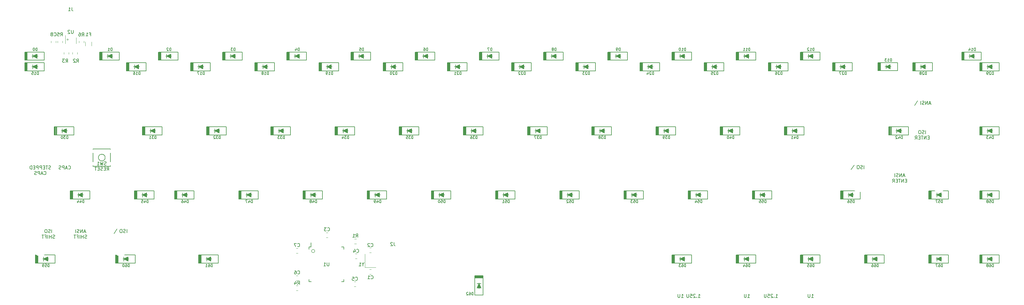
<source format=gbo>
G04 #@! TF.GenerationSoftware,KiCad,Pcbnew,(5.1.4)-1*
G04 #@! TF.CreationDate,2021-08-18T20:25:29+02:00*
G04 #@! TF.ProjectId,mini-eLiXiVy,6d696e69-2d65-44c6-9958-6956792e6b69,1a*
G04 #@! TF.SameCoordinates,Original*
G04 #@! TF.FileFunction,Legend,Bot*
G04 #@! TF.FilePolarity,Positive*
%FSLAX46Y46*%
G04 Gerber Fmt 4.6, Leading zero omitted, Abs format (unit mm)*
G04 Created by KiCad (PCBNEW (5.1.4)-1) date 2021-08-18 20:25:29*
%MOMM*%
%LPD*%
G04 APERTURE LIST*
%ADD10C,0.150000*%
%ADD11C,0.100000*%
%ADD12C,0.200000*%
%ADD13C,0.120000*%
%ADD14C,2.000000*%
%ADD15C,3.200000*%
%ADD16R,2.000000X2.000000*%
%ADD17O,1.700000X1.700000*%
%ADD18R,1.700000X1.700000*%
%ADD19R,1.200000X1.200000*%
%ADD20R,1.600000X1.600000*%
%ADD21C,1.600000*%
%ADD22C,2.250000*%
%ADD23C,3.987800*%
%ADD24C,1.750000*%
%ADD25C,3.048000*%
%ADD26R,0.650000X1.060000*%
%ADD27O,1.000000X1.600000*%
%ADD28O,1.000000X2.100000*%
%ADD29C,0.650000*%
%ADD30R,0.300000X2.450000*%
%ADD31R,0.600000X2.450000*%
%ADD32R,0.600000X2.150000*%
%ADD33R,1.800000X1.100000*%
%ADD34C,0.020000*%
%ADD35C,0.975000*%
%ADD36R,0.550000X1.500000*%
%ADD37R,1.500000X0.550000*%
%ADD38C,4.400000*%
%ADD39C,1.250000*%
%ADD40R,1.200000X1.400000*%
G04 APERTURE END LIST*
D10*
X41990780Y-66526670D02*
X42324114Y-66050480D01*
X42562209Y-66526670D02*
X42562209Y-65526670D01*
X42181257Y-65526670D01*
X42086019Y-65574290D01*
X42038400Y-65621909D01*
X41990780Y-65717147D01*
X41990780Y-65860004D01*
X42038400Y-65955242D01*
X42086019Y-66002861D01*
X42181257Y-66050480D01*
X42562209Y-66050480D01*
X41562209Y-66002861D02*
X41228876Y-66002861D01*
X41086019Y-66526670D02*
X41562209Y-66526670D01*
X41562209Y-65526670D01*
X41086019Y-65526670D01*
X40705066Y-66479051D02*
X40562209Y-66526670D01*
X40324114Y-66526670D01*
X40228876Y-66479051D01*
X40181257Y-66431432D01*
X40133638Y-66336194D01*
X40133638Y-66240956D01*
X40181257Y-66145718D01*
X40228876Y-66098099D01*
X40324114Y-66050480D01*
X40514590Y-66002861D01*
X40609828Y-65955242D01*
X40657447Y-65907623D01*
X40705066Y-65812385D01*
X40705066Y-65717147D01*
X40657447Y-65621909D01*
X40609828Y-65574290D01*
X40514590Y-65526670D01*
X40276495Y-65526670D01*
X40133638Y-65574290D01*
X39705066Y-66002861D02*
X39371733Y-66002861D01*
X39228876Y-66526670D02*
X39705066Y-66526670D01*
X39705066Y-65526670D01*
X39228876Y-65526670D01*
X38943161Y-65526670D02*
X38371733Y-65526670D01*
X38657447Y-66526670D02*
X38657447Y-65526670D01*
X35639190Y-84780916D02*
X35163000Y-84780916D01*
X35734428Y-85066630D02*
X35401095Y-84066630D01*
X35067761Y-85066630D01*
X34734428Y-85066630D02*
X34734428Y-84066630D01*
X34163000Y-85066630D01*
X34163000Y-84066630D01*
X33734428Y-85019011D02*
X33591571Y-85066630D01*
X33353476Y-85066630D01*
X33258238Y-85019011D01*
X33210619Y-84971392D01*
X33163000Y-84876154D01*
X33163000Y-84780916D01*
X33210619Y-84685678D01*
X33258238Y-84638059D01*
X33353476Y-84590440D01*
X33543952Y-84542821D01*
X33639190Y-84495202D01*
X33686809Y-84447583D01*
X33734428Y-84352345D01*
X33734428Y-84257107D01*
X33686809Y-84161869D01*
X33639190Y-84114250D01*
X33543952Y-84066630D01*
X33305857Y-84066630D01*
X33163000Y-84114250D01*
X32734428Y-85066630D02*
X32734428Y-84066630D01*
X36020142Y-86669011D02*
X35877285Y-86716630D01*
X35639190Y-86716630D01*
X35543952Y-86669011D01*
X35496333Y-86621392D01*
X35448714Y-86526154D01*
X35448714Y-86430916D01*
X35496333Y-86335678D01*
X35543952Y-86288059D01*
X35639190Y-86240440D01*
X35829666Y-86192821D01*
X35924904Y-86145202D01*
X35972523Y-86097583D01*
X36020142Y-86002345D01*
X36020142Y-85907107D01*
X35972523Y-85811869D01*
X35924904Y-85764250D01*
X35829666Y-85716630D01*
X35591571Y-85716630D01*
X35448714Y-85764250D01*
X35020142Y-86716630D02*
X35020142Y-85716630D01*
X35020142Y-86192821D02*
X34448714Y-86192821D01*
X34448714Y-86716630D02*
X34448714Y-85716630D01*
X33972523Y-86716630D02*
X33972523Y-85716630D01*
X33163000Y-86192821D02*
X33496333Y-86192821D01*
X33496333Y-86716630D02*
X33496333Y-85716630D01*
X33020142Y-85716630D01*
X32782047Y-85716630D02*
X32210619Y-85716630D01*
X32496333Y-86716630D02*
X32496333Y-85716630D01*
X251063095Y-104306630D02*
X251634523Y-104306630D01*
X251348809Y-104306630D02*
X251348809Y-103306630D01*
X251444047Y-103449488D01*
X251539285Y-103544726D01*
X251634523Y-103592345D01*
X250634523Y-103306630D02*
X250634523Y-104116154D01*
X250586904Y-104211392D01*
X250539285Y-104259011D01*
X250444047Y-104306630D01*
X250253571Y-104306630D01*
X250158333Y-104259011D01*
X250110714Y-104211392D01*
X250063095Y-104116154D01*
X250063095Y-103306630D01*
X240442571Y-104306630D02*
X241014000Y-104306630D01*
X240728285Y-104306630D02*
X240728285Y-103306630D01*
X240823523Y-103449488D01*
X240918761Y-103544726D01*
X241014000Y-103592345D01*
X240014000Y-104211392D02*
X239966380Y-104259011D01*
X240014000Y-104306630D01*
X240061619Y-104259011D01*
X240014000Y-104211392D01*
X240014000Y-104306630D01*
X239585428Y-103401869D02*
X239537809Y-103354250D01*
X239442571Y-103306630D01*
X239204476Y-103306630D01*
X239109238Y-103354250D01*
X239061619Y-103401869D01*
X239014000Y-103497107D01*
X239014000Y-103592345D01*
X239061619Y-103735202D01*
X239633047Y-104306630D01*
X239014000Y-104306630D01*
X238109238Y-103306630D02*
X238585428Y-103306630D01*
X238633047Y-103782821D01*
X238585428Y-103735202D01*
X238490190Y-103687583D01*
X238252095Y-103687583D01*
X238156857Y-103735202D01*
X238109238Y-103782821D01*
X238061619Y-103878059D01*
X238061619Y-104116154D01*
X238109238Y-104211392D01*
X238156857Y-104259011D01*
X238252095Y-104306630D01*
X238490190Y-104306630D01*
X238585428Y-104259011D01*
X238633047Y-104211392D01*
X237633047Y-103306630D02*
X237633047Y-104116154D01*
X237585428Y-104211392D01*
X237537809Y-104259011D01*
X237442571Y-104306630D01*
X237252095Y-104306630D01*
X237156857Y-104259011D01*
X237109238Y-104211392D01*
X237061619Y-104116154D01*
X237061619Y-103306630D01*
X232140095Y-104306630D02*
X232711523Y-104306630D01*
X232425809Y-104306630D02*
X232425809Y-103306630D01*
X232521047Y-103449488D01*
X232616285Y-103544726D01*
X232711523Y-103592345D01*
X231711523Y-103306630D02*
X231711523Y-104116154D01*
X231663904Y-104211392D01*
X231616285Y-104259011D01*
X231521047Y-104306630D01*
X231330571Y-104306630D01*
X231235333Y-104259011D01*
X231187714Y-104211392D01*
X231140095Y-104116154D01*
X231140095Y-103306630D01*
X217455571Y-104306630D02*
X218027000Y-104306630D01*
X217741285Y-104306630D02*
X217741285Y-103306630D01*
X217836523Y-103449488D01*
X217931761Y-103544726D01*
X218027000Y-103592345D01*
X217027000Y-104211392D02*
X216979380Y-104259011D01*
X217027000Y-104306630D01*
X217074619Y-104259011D01*
X217027000Y-104211392D01*
X217027000Y-104306630D01*
X216598428Y-103401869D02*
X216550809Y-103354250D01*
X216455571Y-103306630D01*
X216217476Y-103306630D01*
X216122238Y-103354250D01*
X216074619Y-103401869D01*
X216027000Y-103497107D01*
X216027000Y-103592345D01*
X216074619Y-103735202D01*
X216646047Y-104306630D01*
X216027000Y-104306630D01*
X215122238Y-103306630D02*
X215598428Y-103306630D01*
X215646047Y-103782821D01*
X215598428Y-103735202D01*
X215503190Y-103687583D01*
X215265095Y-103687583D01*
X215169857Y-103735202D01*
X215122238Y-103782821D01*
X215074619Y-103878059D01*
X215074619Y-104116154D01*
X215122238Y-104211392D01*
X215169857Y-104259011D01*
X215265095Y-104306630D01*
X215503190Y-104306630D01*
X215598428Y-104259011D01*
X215646047Y-104211392D01*
X214646047Y-103306630D02*
X214646047Y-104116154D01*
X214598428Y-104211392D01*
X214550809Y-104259011D01*
X214455571Y-104306630D01*
X214265095Y-104306630D01*
X214169857Y-104259011D01*
X214122238Y-104211392D01*
X214074619Y-104116154D01*
X214074619Y-103306630D01*
X212455095Y-104306630D02*
X213026523Y-104306630D01*
X212740809Y-104306630D02*
X212740809Y-103306630D01*
X212836047Y-103449488D01*
X212931285Y-103544726D01*
X213026523Y-103592345D01*
X212026523Y-103306630D02*
X212026523Y-104116154D01*
X211978904Y-104211392D01*
X211931285Y-104259011D01*
X211836047Y-104306630D01*
X211645571Y-104306630D01*
X211550333Y-104259011D01*
X211502714Y-104211392D01*
X211455095Y-104116154D01*
X211455095Y-103306630D01*
X286415476Y-46672916D02*
X285939285Y-46672916D01*
X286510714Y-46958630D02*
X286177380Y-45958630D01*
X285844047Y-46958630D01*
X285510714Y-46958630D02*
X285510714Y-45958630D01*
X284939285Y-46958630D01*
X284939285Y-45958630D01*
X284510714Y-46911011D02*
X284367857Y-46958630D01*
X284129761Y-46958630D01*
X284034523Y-46911011D01*
X283986904Y-46863392D01*
X283939285Y-46768154D01*
X283939285Y-46672916D01*
X283986904Y-46577678D01*
X284034523Y-46530059D01*
X284129761Y-46482440D01*
X284320238Y-46434821D01*
X284415476Y-46387202D01*
X284463095Y-46339583D01*
X284510714Y-46244345D01*
X284510714Y-46149107D01*
X284463095Y-46053869D01*
X284415476Y-46006250D01*
X284320238Y-45958630D01*
X284082142Y-45958630D01*
X283939285Y-46006250D01*
X283510714Y-46958630D02*
X283510714Y-45958630D01*
X282605952Y-45863392D02*
X281748809Y-47149107D01*
X284940250Y-55634380D02*
X284940250Y-54634380D01*
X284511678Y-55586761D02*
X284368821Y-55634380D01*
X284130726Y-55634380D01*
X284035488Y-55586761D01*
X283987869Y-55539142D01*
X283940250Y-55443904D01*
X283940250Y-55348666D01*
X283987869Y-55253428D01*
X284035488Y-55205809D01*
X284130726Y-55158190D01*
X284321202Y-55110571D01*
X284416440Y-55062952D01*
X284464059Y-55015333D01*
X284511678Y-54920095D01*
X284511678Y-54824857D01*
X284464059Y-54729619D01*
X284416440Y-54682000D01*
X284321202Y-54634380D01*
X284083107Y-54634380D01*
X283940250Y-54682000D01*
X283321202Y-54634380D02*
X283130726Y-54634380D01*
X283035488Y-54682000D01*
X282940250Y-54777238D01*
X282892630Y-54967714D01*
X282892630Y-55301047D01*
X282940250Y-55491523D01*
X283035488Y-55586761D01*
X283130726Y-55634380D01*
X283321202Y-55634380D01*
X283416440Y-55586761D01*
X283511678Y-55491523D01*
X283559297Y-55301047D01*
X283559297Y-54967714D01*
X283511678Y-54777238D01*
X283416440Y-54682000D01*
X283321202Y-54634380D01*
X286011678Y-56760571D02*
X285678345Y-56760571D01*
X285535488Y-57284380D02*
X286011678Y-57284380D01*
X286011678Y-56284380D01*
X285535488Y-56284380D01*
X285106916Y-57284380D02*
X285106916Y-56284380D01*
X284535488Y-57284380D01*
X284535488Y-56284380D01*
X284202154Y-56284380D02*
X283630726Y-56284380D01*
X283916440Y-57284380D02*
X283916440Y-56284380D01*
X283297392Y-56760571D02*
X282964059Y-56760571D01*
X282821202Y-57284380D02*
X283297392Y-57284380D01*
X283297392Y-56284380D01*
X282821202Y-56284380D01*
X281821202Y-57284380D02*
X282154535Y-56808190D01*
X282392630Y-57284380D02*
X282392630Y-56284380D01*
X282011678Y-56284380D01*
X281916440Y-56332000D01*
X281868821Y-56379619D01*
X281821202Y-56474857D01*
X281821202Y-56617714D01*
X281868821Y-56712952D01*
X281916440Y-56760571D01*
X282011678Y-56808190D01*
X282392630Y-56808190D01*
X266636285Y-66033630D02*
X266636285Y-65033630D01*
X266207714Y-65986011D02*
X266064857Y-66033630D01*
X265826761Y-66033630D01*
X265731523Y-65986011D01*
X265683904Y-65938392D01*
X265636285Y-65843154D01*
X265636285Y-65747916D01*
X265683904Y-65652678D01*
X265731523Y-65605059D01*
X265826761Y-65557440D01*
X266017238Y-65509821D01*
X266112476Y-65462202D01*
X266160095Y-65414583D01*
X266207714Y-65319345D01*
X266207714Y-65224107D01*
X266160095Y-65128869D01*
X266112476Y-65081250D01*
X266017238Y-65033630D01*
X265779142Y-65033630D01*
X265636285Y-65081250D01*
X265017238Y-65033630D02*
X264826761Y-65033630D01*
X264731523Y-65081250D01*
X264636285Y-65176488D01*
X264588666Y-65366964D01*
X264588666Y-65700297D01*
X264636285Y-65890773D01*
X264731523Y-65986011D01*
X264826761Y-66033630D01*
X265017238Y-66033630D01*
X265112476Y-65986011D01*
X265207714Y-65890773D01*
X265255333Y-65700297D01*
X265255333Y-65366964D01*
X265207714Y-65176488D01*
X265112476Y-65081250D01*
X265017238Y-65033630D01*
X263731523Y-64938392D02*
X262874380Y-66224107D01*
X278717190Y-68143916D02*
X278241000Y-68143916D01*
X278812428Y-68429630D02*
X278479095Y-67429630D01*
X278145761Y-68429630D01*
X277812428Y-68429630D02*
X277812428Y-67429630D01*
X277241000Y-68429630D01*
X277241000Y-67429630D01*
X276812428Y-68382011D02*
X276669571Y-68429630D01*
X276431476Y-68429630D01*
X276336238Y-68382011D01*
X276288619Y-68334392D01*
X276241000Y-68239154D01*
X276241000Y-68143916D01*
X276288619Y-68048678D01*
X276336238Y-68001059D01*
X276431476Y-67953440D01*
X276621952Y-67905821D01*
X276717190Y-67858202D01*
X276764809Y-67810583D01*
X276812428Y-67715345D01*
X276812428Y-67620107D01*
X276764809Y-67524869D01*
X276717190Y-67477250D01*
X276621952Y-67429630D01*
X276383857Y-67429630D01*
X276241000Y-67477250D01*
X275812428Y-68429630D02*
X275812428Y-67429630D01*
X279312428Y-69555821D02*
X278979095Y-69555821D01*
X278836238Y-70079630D02*
X279312428Y-70079630D01*
X279312428Y-69079630D01*
X278836238Y-69079630D01*
X278407666Y-70079630D02*
X278407666Y-69079630D01*
X277836238Y-70079630D01*
X277836238Y-69079630D01*
X277502904Y-69079630D02*
X276931476Y-69079630D01*
X277217190Y-70079630D02*
X277217190Y-69079630D01*
X276598142Y-69555821D02*
X276264809Y-69555821D01*
X276121952Y-70079630D02*
X276598142Y-70079630D01*
X276598142Y-69079630D01*
X276121952Y-69079630D01*
X275121952Y-70079630D02*
X275455285Y-69603440D01*
X275693380Y-70079630D02*
X275693380Y-69079630D01*
X275312428Y-69079630D01*
X275217190Y-69127250D01*
X275169571Y-69174869D01*
X275121952Y-69270107D01*
X275121952Y-69412964D01*
X275169571Y-69508202D01*
X275217190Y-69555821D01*
X275312428Y-69603440D01*
X275693380Y-69603440D01*
X30584638Y-66050432D02*
X30632257Y-66098051D01*
X30775114Y-66145670D01*
X30870352Y-66145670D01*
X31013209Y-66098051D01*
X31108447Y-66002813D01*
X31156066Y-65907575D01*
X31203685Y-65717099D01*
X31203685Y-65574242D01*
X31156066Y-65383766D01*
X31108447Y-65288528D01*
X31013209Y-65193290D01*
X30870352Y-65145670D01*
X30775114Y-65145670D01*
X30632257Y-65193290D01*
X30584638Y-65240909D01*
X30203685Y-65859956D02*
X29727495Y-65859956D01*
X30298923Y-66145670D02*
X29965590Y-65145670D01*
X29632257Y-66145670D01*
X29298923Y-66145670D02*
X29298923Y-65145670D01*
X28917971Y-65145670D01*
X28822733Y-65193290D01*
X28775114Y-65240909D01*
X28727495Y-65336147D01*
X28727495Y-65479004D01*
X28775114Y-65574242D01*
X28822733Y-65621861D01*
X28917971Y-65669480D01*
X29298923Y-65669480D01*
X28346542Y-66098051D02*
X28203685Y-66145670D01*
X27965590Y-66145670D01*
X27870352Y-66098051D01*
X27822733Y-66050432D01*
X27775114Y-65955194D01*
X27775114Y-65859956D01*
X27822733Y-65764718D01*
X27870352Y-65717099D01*
X27965590Y-65669480D01*
X28156066Y-65621861D01*
X28251304Y-65574242D01*
X28298923Y-65526623D01*
X28346542Y-65431385D01*
X28346542Y-65336147D01*
X28298923Y-65240909D01*
X28251304Y-65193290D01*
X28156066Y-65145670D01*
X27917971Y-65145670D01*
X27775114Y-65193290D01*
X25296428Y-66096011D02*
X25153571Y-66143630D01*
X24915476Y-66143630D01*
X24820238Y-66096011D01*
X24772619Y-66048392D01*
X24725000Y-65953154D01*
X24725000Y-65857916D01*
X24772619Y-65762678D01*
X24820238Y-65715059D01*
X24915476Y-65667440D01*
X25105952Y-65619821D01*
X25201190Y-65572202D01*
X25248809Y-65524583D01*
X25296428Y-65429345D01*
X25296428Y-65334107D01*
X25248809Y-65238869D01*
X25201190Y-65191250D01*
X25105952Y-65143630D01*
X24867857Y-65143630D01*
X24725000Y-65191250D01*
X24439285Y-65143630D02*
X23867857Y-65143630D01*
X24153571Y-66143630D02*
X24153571Y-65143630D01*
X23534523Y-65619821D02*
X23201190Y-65619821D01*
X23058333Y-66143630D02*
X23534523Y-66143630D01*
X23534523Y-65143630D01*
X23058333Y-65143630D01*
X22629761Y-66143630D02*
X22629761Y-65143630D01*
X22248809Y-65143630D01*
X22153571Y-65191250D01*
X22105952Y-65238869D01*
X22058333Y-65334107D01*
X22058333Y-65476964D01*
X22105952Y-65572202D01*
X22153571Y-65619821D01*
X22248809Y-65667440D01*
X22629761Y-65667440D01*
X21629761Y-66143630D02*
X21629761Y-65143630D01*
X21248809Y-65143630D01*
X21153571Y-65191250D01*
X21105952Y-65238869D01*
X21058333Y-65334107D01*
X21058333Y-65476964D01*
X21105952Y-65572202D01*
X21153571Y-65619821D01*
X21248809Y-65667440D01*
X21629761Y-65667440D01*
X20629761Y-65619821D02*
X20296428Y-65619821D01*
X20153571Y-66143630D02*
X20629761Y-66143630D01*
X20629761Y-65143630D01*
X20153571Y-65143630D01*
X19725000Y-66143630D02*
X19725000Y-65143630D01*
X19486904Y-65143630D01*
X19344047Y-65191250D01*
X19248809Y-65286488D01*
X19201190Y-65381726D01*
X19153571Y-65572202D01*
X19153571Y-65715059D01*
X19201190Y-65905535D01*
X19248809Y-66000773D01*
X19344047Y-66096011D01*
X19486904Y-66143630D01*
X19725000Y-66143630D01*
X23320238Y-67698392D02*
X23367857Y-67746011D01*
X23510714Y-67793630D01*
X23605952Y-67793630D01*
X23748809Y-67746011D01*
X23844047Y-67650773D01*
X23891666Y-67555535D01*
X23939285Y-67365059D01*
X23939285Y-67222202D01*
X23891666Y-67031726D01*
X23844047Y-66936488D01*
X23748809Y-66841250D01*
X23605952Y-66793630D01*
X23510714Y-66793630D01*
X23367857Y-66841250D01*
X23320238Y-66888869D01*
X22939285Y-67507916D02*
X22463095Y-67507916D01*
X23034523Y-67793630D02*
X22701190Y-66793630D01*
X22367857Y-67793630D01*
X22034523Y-67793630D02*
X22034523Y-66793630D01*
X21653571Y-66793630D01*
X21558333Y-66841250D01*
X21510714Y-66888869D01*
X21463095Y-66984107D01*
X21463095Y-67126964D01*
X21510714Y-67222202D01*
X21558333Y-67269821D01*
X21653571Y-67317440D01*
X22034523Y-67317440D01*
X21082142Y-67746011D02*
X20939285Y-67793630D01*
X20701190Y-67793630D01*
X20605952Y-67746011D01*
X20558333Y-67698392D01*
X20510714Y-67603154D01*
X20510714Y-67507916D01*
X20558333Y-67412678D01*
X20605952Y-67365059D01*
X20701190Y-67317440D01*
X20891666Y-67269821D01*
X20986904Y-67222202D01*
X21034523Y-67174583D01*
X21082142Y-67079345D01*
X21082142Y-66984107D01*
X21034523Y-66888869D01*
X20986904Y-66841250D01*
X20891666Y-66793630D01*
X20653571Y-66793630D01*
X20510714Y-66841250D01*
X47914285Y-85058630D02*
X47914285Y-84058630D01*
X47485714Y-85011011D02*
X47342857Y-85058630D01*
X47104761Y-85058630D01*
X47009523Y-85011011D01*
X46961904Y-84963392D01*
X46914285Y-84868154D01*
X46914285Y-84772916D01*
X46961904Y-84677678D01*
X47009523Y-84630059D01*
X47104761Y-84582440D01*
X47295238Y-84534821D01*
X47390476Y-84487202D01*
X47438095Y-84439583D01*
X47485714Y-84344345D01*
X47485714Y-84249107D01*
X47438095Y-84153869D01*
X47390476Y-84106250D01*
X47295238Y-84058630D01*
X47057142Y-84058630D01*
X46914285Y-84106250D01*
X46295238Y-84058630D02*
X46104761Y-84058630D01*
X46009523Y-84106250D01*
X45914285Y-84201488D01*
X45866666Y-84391964D01*
X45866666Y-84725297D01*
X45914285Y-84915773D01*
X46009523Y-85011011D01*
X46104761Y-85058630D01*
X46295238Y-85058630D01*
X46390476Y-85011011D01*
X46485714Y-84915773D01*
X46533333Y-84725297D01*
X46533333Y-84391964D01*
X46485714Y-84201488D01*
X46390476Y-84106250D01*
X46295238Y-84058630D01*
X45009523Y-83963392D02*
X44152380Y-85249107D01*
X25638000Y-85066630D02*
X25638000Y-84066630D01*
X25209428Y-85019011D02*
X25066571Y-85066630D01*
X24828476Y-85066630D01*
X24733238Y-85019011D01*
X24685619Y-84971392D01*
X24638000Y-84876154D01*
X24638000Y-84780916D01*
X24685619Y-84685678D01*
X24733238Y-84638059D01*
X24828476Y-84590440D01*
X25018952Y-84542821D01*
X25114190Y-84495202D01*
X25161809Y-84447583D01*
X25209428Y-84352345D01*
X25209428Y-84257107D01*
X25161809Y-84161869D01*
X25114190Y-84114250D01*
X25018952Y-84066630D01*
X24780857Y-84066630D01*
X24638000Y-84114250D01*
X24018952Y-84066630D02*
X23828476Y-84066630D01*
X23733238Y-84114250D01*
X23638000Y-84209488D01*
X23590380Y-84399964D01*
X23590380Y-84733297D01*
X23638000Y-84923773D01*
X23733238Y-85019011D01*
X23828476Y-85066630D01*
X24018952Y-85066630D01*
X24114190Y-85019011D01*
X24209428Y-84923773D01*
X24257047Y-84733297D01*
X24257047Y-84399964D01*
X24209428Y-84209488D01*
X24114190Y-84114250D01*
X24018952Y-84066630D01*
X26495142Y-86669011D02*
X26352285Y-86716630D01*
X26114190Y-86716630D01*
X26018952Y-86669011D01*
X25971333Y-86621392D01*
X25923714Y-86526154D01*
X25923714Y-86430916D01*
X25971333Y-86335678D01*
X26018952Y-86288059D01*
X26114190Y-86240440D01*
X26304666Y-86192821D01*
X26399904Y-86145202D01*
X26447523Y-86097583D01*
X26495142Y-86002345D01*
X26495142Y-85907107D01*
X26447523Y-85811869D01*
X26399904Y-85764250D01*
X26304666Y-85716630D01*
X26066571Y-85716630D01*
X25923714Y-85764250D01*
X25495142Y-86716630D02*
X25495142Y-85716630D01*
X25495142Y-86192821D02*
X24923714Y-86192821D01*
X24923714Y-86716630D02*
X24923714Y-85716630D01*
X24447523Y-86716630D02*
X24447523Y-85716630D01*
X23638000Y-86192821D02*
X23971333Y-86192821D01*
X23971333Y-86716630D02*
X23971333Y-85716630D01*
X23495142Y-85716630D01*
X23257047Y-85716630D02*
X22685619Y-85716630D01*
X22971333Y-86716630D02*
X22971333Y-85716630D01*
D11*
G36*
X274459700Y-36322000D02*
G01*
X273209700Y-35722000D01*
X274459700Y-35122000D01*
X274459700Y-36322000D01*
G37*
X274459700Y-36322000D02*
X273209700Y-35722000D01*
X274459700Y-35122000D01*
X274459700Y-36322000D01*
D12*
X273212000Y-35685100D02*
X274462000Y-36285100D01*
X272948400Y-35685100D02*
X273227800Y-35685100D01*
X274462000Y-35085100D02*
X273212000Y-35685100D01*
X274472400Y-35685100D02*
X274675600Y-35685100D01*
X274462000Y-36285100D02*
X274462000Y-35085100D01*
X273212000Y-35085100D02*
X273212000Y-36285100D01*
X276612000Y-36887000D02*
X270812000Y-36887000D01*
X276612000Y-34487000D02*
X276612000Y-36887000D01*
X270812000Y-34487000D02*
X276612000Y-34487000D01*
X270887000Y-34487000D02*
X270887000Y-36887000D01*
X271012000Y-34487000D02*
X271012000Y-36887000D01*
X270787000Y-36887000D02*
X270787000Y-34487000D01*
X271187000Y-34487000D02*
X271187000Y-36887000D01*
X271362000Y-34487000D02*
X271362000Y-36887000D01*
X271537000Y-34487000D02*
X271537000Y-36887000D01*
D11*
G36*
X213372700Y-33178750D02*
G01*
X212122700Y-32578750D01*
X213372700Y-31978750D01*
X213372700Y-33178750D01*
G37*
X213372700Y-33178750D02*
X212122700Y-32578750D01*
X213372700Y-31978750D01*
X213372700Y-33178750D01*
D12*
X212125000Y-32541850D02*
X213375000Y-33141850D01*
X211861400Y-32541850D02*
X212140800Y-32541850D01*
X213375000Y-31941850D02*
X212125000Y-32541850D01*
X213385400Y-32541850D02*
X213588600Y-32541850D01*
X213375000Y-33141850D02*
X213375000Y-31941850D01*
X212125000Y-31941850D02*
X212125000Y-33141850D01*
X215525000Y-33743750D02*
X209725000Y-33743750D01*
X215525000Y-31343750D02*
X215525000Y-33743750D01*
X209725000Y-31343750D02*
X215525000Y-31343750D01*
X209800000Y-31343750D02*
X209800000Y-33743750D01*
X209925000Y-31343750D02*
X209925000Y-33743750D01*
X209700000Y-33743750D02*
X209700000Y-31343750D01*
X210100000Y-31343750D02*
X210100000Y-33743750D01*
X210275000Y-31343750D02*
X210275000Y-33743750D01*
X210450000Y-31343750D02*
X210450000Y-33743750D01*
D11*
G36*
X304653950Y-93503750D02*
G01*
X303403950Y-92903750D01*
X304653950Y-92303750D01*
X304653950Y-93503750D01*
G37*
X304653950Y-93503750D02*
X303403950Y-92903750D01*
X304653950Y-92303750D01*
X304653950Y-93503750D01*
D12*
X303406250Y-92866850D02*
X304656250Y-93466850D01*
X303142650Y-92866850D02*
X303422050Y-92866850D01*
X304656250Y-92266850D02*
X303406250Y-92866850D01*
X304666650Y-92866850D02*
X304869850Y-92866850D01*
X304656250Y-93466850D02*
X304656250Y-92266850D01*
X303406250Y-92266850D02*
X303406250Y-93466850D01*
X306806250Y-94068750D02*
X301006250Y-94068750D01*
X306806250Y-91668750D02*
X306806250Y-94068750D01*
X301006250Y-91668750D02*
X306806250Y-91668750D01*
X301081250Y-91668750D02*
X301081250Y-94068750D01*
X301206250Y-91668750D02*
X301206250Y-94068750D01*
X300981250Y-94068750D02*
X300981250Y-91668750D01*
X301381250Y-91668750D02*
X301381250Y-94068750D01*
X301556250Y-91668750D02*
X301556250Y-94068750D01*
X301731250Y-91668750D02*
X301731250Y-94068750D01*
D11*
G36*
X289572700Y-93503750D02*
G01*
X288322700Y-92903750D01*
X289572700Y-92303750D01*
X289572700Y-93503750D01*
G37*
X289572700Y-93503750D02*
X288322700Y-92903750D01*
X289572700Y-92303750D01*
X289572700Y-93503750D01*
D12*
X288325000Y-92866850D02*
X289575000Y-93466850D01*
X288061400Y-92866850D02*
X288340800Y-92866850D01*
X289575000Y-92266850D02*
X288325000Y-92866850D01*
X289585400Y-92866850D02*
X289788600Y-92866850D01*
X289575000Y-93466850D02*
X289575000Y-92266850D01*
X288325000Y-92266850D02*
X288325000Y-93466850D01*
X291725000Y-94068750D02*
X285925000Y-94068750D01*
X291725000Y-91668750D02*
X291725000Y-94068750D01*
X285925000Y-91668750D02*
X291725000Y-91668750D01*
X286000000Y-91668750D02*
X286000000Y-94068750D01*
X286125000Y-91668750D02*
X286125000Y-94068750D01*
X285900000Y-94068750D02*
X285900000Y-91668750D01*
X286300000Y-91668750D02*
X286300000Y-94068750D01*
X286475000Y-91668750D02*
X286475000Y-94068750D01*
X286650000Y-91668750D02*
X286650000Y-94068750D01*
D11*
G36*
X270522700Y-93503750D02*
G01*
X269272700Y-92903750D01*
X270522700Y-92303750D01*
X270522700Y-93503750D01*
G37*
X270522700Y-93503750D02*
X269272700Y-92903750D01*
X270522700Y-92303750D01*
X270522700Y-93503750D01*
D12*
X269275000Y-92866850D02*
X270525000Y-93466850D01*
X269011400Y-92866850D02*
X269290800Y-92866850D01*
X270525000Y-92266850D02*
X269275000Y-92866850D01*
X270535400Y-92866850D02*
X270738600Y-92866850D01*
X270525000Y-93466850D02*
X270525000Y-92266850D01*
X269275000Y-92266850D02*
X269275000Y-93466850D01*
X272675000Y-94068750D02*
X266875000Y-94068750D01*
X272675000Y-91668750D02*
X272675000Y-94068750D01*
X266875000Y-91668750D02*
X272675000Y-91668750D01*
X266950000Y-91668750D02*
X266950000Y-94068750D01*
X267075000Y-91668750D02*
X267075000Y-94068750D01*
X266850000Y-94068750D02*
X266850000Y-91668750D01*
X267250000Y-91668750D02*
X267250000Y-94068750D01*
X267425000Y-91668750D02*
X267425000Y-94068750D01*
X267600000Y-91668750D02*
X267600000Y-94068750D01*
D11*
G36*
X251472700Y-93503750D02*
G01*
X250222700Y-92903750D01*
X251472700Y-92303750D01*
X251472700Y-93503750D01*
G37*
X251472700Y-93503750D02*
X250222700Y-92903750D01*
X251472700Y-92303750D01*
X251472700Y-93503750D01*
D12*
X250225000Y-92866850D02*
X251475000Y-93466850D01*
X249961400Y-92866850D02*
X250240800Y-92866850D01*
X251475000Y-92266850D02*
X250225000Y-92866850D01*
X251485400Y-92866850D02*
X251688600Y-92866850D01*
X251475000Y-93466850D02*
X251475000Y-92266850D01*
X250225000Y-92266850D02*
X250225000Y-93466850D01*
X253625000Y-94068750D02*
X247825000Y-94068750D01*
X253625000Y-91668750D02*
X253625000Y-94068750D01*
X247825000Y-91668750D02*
X253625000Y-91668750D01*
X247900000Y-91668750D02*
X247900000Y-94068750D01*
X248025000Y-91668750D02*
X248025000Y-94068750D01*
X247800000Y-94068750D02*
X247800000Y-91668750D01*
X248200000Y-91668750D02*
X248200000Y-94068750D01*
X248375000Y-91668750D02*
X248375000Y-94068750D01*
X248550000Y-91668750D02*
X248550000Y-94068750D01*
D11*
G36*
X232422700Y-93503750D02*
G01*
X231172700Y-92903750D01*
X232422700Y-92303750D01*
X232422700Y-93503750D01*
G37*
X232422700Y-93503750D02*
X231172700Y-92903750D01*
X232422700Y-92303750D01*
X232422700Y-93503750D01*
D12*
X231175000Y-92866850D02*
X232425000Y-93466850D01*
X230911400Y-92866850D02*
X231190800Y-92866850D01*
X232425000Y-92266850D02*
X231175000Y-92866850D01*
X232435400Y-92866850D02*
X232638600Y-92866850D01*
X232425000Y-93466850D02*
X232425000Y-92266850D01*
X231175000Y-92266850D02*
X231175000Y-93466850D01*
X234575000Y-94068750D02*
X228775000Y-94068750D01*
X234575000Y-91668750D02*
X234575000Y-94068750D01*
X228775000Y-91668750D02*
X234575000Y-91668750D01*
X228850000Y-91668750D02*
X228850000Y-94068750D01*
X228975000Y-91668750D02*
X228975000Y-94068750D01*
X228750000Y-94068750D02*
X228750000Y-91668750D01*
X229150000Y-91668750D02*
X229150000Y-94068750D01*
X229325000Y-91668750D02*
X229325000Y-94068750D01*
X229500000Y-91668750D02*
X229500000Y-94068750D01*
D11*
G36*
X213372700Y-93503750D02*
G01*
X212122700Y-92903750D01*
X213372700Y-92303750D01*
X213372700Y-93503750D01*
G37*
X213372700Y-93503750D02*
X212122700Y-92903750D01*
X213372700Y-92303750D01*
X213372700Y-93503750D01*
D12*
X212125000Y-92866850D02*
X213375000Y-93466850D01*
X211861400Y-92866850D02*
X212140800Y-92866850D01*
X213375000Y-92266850D02*
X212125000Y-92866850D01*
X213385400Y-92866850D02*
X213588600Y-92866850D01*
X213375000Y-93466850D02*
X213375000Y-92266850D01*
X212125000Y-92266850D02*
X212125000Y-93466850D01*
X215525000Y-94068750D02*
X209725000Y-94068750D01*
X215525000Y-91668750D02*
X215525000Y-94068750D01*
X209725000Y-91668750D02*
X215525000Y-91668750D01*
X209800000Y-91668750D02*
X209800000Y-94068750D01*
X209925000Y-91668750D02*
X209925000Y-94068750D01*
X209700000Y-94068750D02*
X209700000Y-91668750D01*
X210100000Y-91668750D02*
X210100000Y-94068750D01*
X210275000Y-91668750D02*
X210275000Y-94068750D01*
X210450000Y-91668750D02*
X210450000Y-94068750D01*
D11*
G36*
X151765000Y-101453950D02*
G01*
X152365000Y-100203950D01*
X152965000Y-101453950D01*
X151765000Y-101453950D01*
G37*
X151765000Y-101453950D02*
X152365000Y-100203950D01*
X152965000Y-101453950D01*
X151765000Y-101453950D01*
D12*
X152401900Y-100206250D02*
X151801900Y-101456250D01*
X152401900Y-99942650D02*
X152401900Y-100222050D01*
X153001900Y-101456250D02*
X152401900Y-100206250D01*
X152401900Y-101466650D02*
X152401900Y-101669850D01*
X151801900Y-101456250D02*
X153001900Y-101456250D01*
X153001900Y-100206250D02*
X151801900Y-100206250D01*
X151200000Y-103606250D02*
X151200000Y-97806250D01*
X153600000Y-103606250D02*
X151200000Y-103606250D01*
X153600000Y-97806250D02*
X153600000Y-103606250D01*
X153600000Y-97881250D02*
X151200000Y-97881250D01*
X153600000Y-98006250D02*
X151200000Y-98006250D01*
X151200000Y-97781250D02*
X153600000Y-97781250D01*
X153600000Y-98181250D02*
X151200000Y-98181250D01*
X153600000Y-98356250D02*
X151200000Y-98356250D01*
X153600000Y-98531250D02*
X151200000Y-98531250D01*
D11*
G36*
X72878950Y-93503750D02*
G01*
X71628950Y-92903750D01*
X72878950Y-92303750D01*
X72878950Y-93503750D01*
G37*
X72878950Y-93503750D02*
X71628950Y-92903750D01*
X72878950Y-92303750D01*
X72878950Y-93503750D01*
D12*
X71631250Y-92866850D02*
X72881250Y-93466850D01*
X71367650Y-92866850D02*
X71647050Y-92866850D01*
X72881250Y-92266850D02*
X71631250Y-92866850D01*
X72891650Y-92866850D02*
X73094850Y-92866850D01*
X72881250Y-93466850D02*
X72881250Y-92266850D01*
X71631250Y-92266850D02*
X71631250Y-93466850D01*
X75031250Y-94068750D02*
X69231250Y-94068750D01*
X75031250Y-91668750D02*
X75031250Y-94068750D01*
X69231250Y-91668750D02*
X75031250Y-91668750D01*
X69306250Y-91668750D02*
X69306250Y-94068750D01*
X69431250Y-91668750D02*
X69431250Y-94068750D01*
X69206250Y-94068750D02*
X69206250Y-91668750D01*
X69606250Y-91668750D02*
X69606250Y-94068750D01*
X69781250Y-91668750D02*
X69781250Y-94068750D01*
X69956250Y-91668750D02*
X69956250Y-94068750D01*
D11*
G36*
X48272700Y-93503750D02*
G01*
X47022700Y-92903750D01*
X48272700Y-92303750D01*
X48272700Y-93503750D01*
G37*
X48272700Y-93503750D02*
X47022700Y-92903750D01*
X48272700Y-92303750D01*
X48272700Y-93503750D01*
D12*
X47025000Y-92866850D02*
X48275000Y-93466850D01*
X46761400Y-92866850D02*
X47040800Y-92866850D01*
X48275000Y-92266850D02*
X47025000Y-92866850D01*
X48285400Y-92866850D02*
X48488600Y-92866850D01*
X48275000Y-93466850D02*
X48275000Y-92266850D01*
X47025000Y-92266850D02*
X47025000Y-93466850D01*
X50425000Y-94068750D02*
X44625000Y-94068750D01*
X50425000Y-91668750D02*
X50425000Y-94068750D01*
X44625000Y-91668750D02*
X50425000Y-91668750D01*
X44700000Y-91668750D02*
X44700000Y-94068750D01*
X44825000Y-91668750D02*
X44825000Y-94068750D01*
X44600000Y-94068750D02*
X44600000Y-91668750D01*
X45000000Y-91668750D02*
X45000000Y-94068750D01*
X45175000Y-91668750D02*
X45175000Y-94068750D01*
X45350000Y-91668750D02*
X45350000Y-94068750D01*
D11*
G36*
X24460200Y-93503750D02*
G01*
X23210200Y-92903750D01*
X24460200Y-92303750D01*
X24460200Y-93503750D01*
G37*
X24460200Y-93503750D02*
X23210200Y-92903750D01*
X24460200Y-92303750D01*
X24460200Y-93503750D01*
D12*
X23212500Y-92866850D02*
X24462500Y-93466850D01*
X22948900Y-92866850D02*
X23228300Y-92866850D01*
X24462500Y-92266850D02*
X23212500Y-92866850D01*
X24472900Y-92866850D02*
X24676100Y-92866850D01*
X24462500Y-93466850D02*
X24462500Y-92266850D01*
X23212500Y-92266850D02*
X23212500Y-93466850D01*
X26612500Y-94068750D02*
X20812500Y-94068750D01*
X26612500Y-91668750D02*
X26612500Y-94068750D01*
X20812500Y-91668750D02*
X26612500Y-91668750D01*
X20887500Y-91668750D02*
X20887500Y-94068750D01*
X21012500Y-91668750D02*
X21012500Y-94068750D01*
X20787500Y-94068750D02*
X20787500Y-91668750D01*
X21187500Y-91668750D02*
X21187500Y-94068750D01*
X21362500Y-91668750D02*
X21362500Y-94068750D01*
X21537500Y-91668750D02*
X21537500Y-94068750D01*
D11*
G36*
X304653950Y-74453750D02*
G01*
X303403950Y-73853750D01*
X304653950Y-73253750D01*
X304653950Y-74453750D01*
G37*
X304653950Y-74453750D02*
X303403950Y-73853750D01*
X304653950Y-73253750D01*
X304653950Y-74453750D01*
D12*
X303406250Y-73816850D02*
X304656250Y-74416850D01*
X303142650Y-73816850D02*
X303422050Y-73816850D01*
X304656250Y-73216850D02*
X303406250Y-73816850D01*
X304666650Y-73816850D02*
X304869850Y-73816850D01*
X304656250Y-74416850D02*
X304656250Y-73216850D01*
X303406250Y-73216850D02*
X303406250Y-74416850D01*
X306806250Y-75018750D02*
X301006250Y-75018750D01*
X306806250Y-72618750D02*
X306806250Y-75018750D01*
X301006250Y-72618750D02*
X306806250Y-72618750D01*
X301081250Y-72618750D02*
X301081250Y-75018750D01*
X301206250Y-72618750D02*
X301206250Y-75018750D01*
X300981250Y-75018750D02*
X300981250Y-72618750D01*
X301381250Y-72618750D02*
X301381250Y-75018750D01*
X301556250Y-72618750D02*
X301556250Y-75018750D01*
X301731250Y-72618750D02*
X301731250Y-75018750D01*
D11*
G36*
X289572700Y-74453750D02*
G01*
X288322700Y-73853750D01*
X289572700Y-73253750D01*
X289572700Y-74453750D01*
G37*
X289572700Y-74453750D02*
X288322700Y-73853750D01*
X289572700Y-73253750D01*
X289572700Y-74453750D01*
D12*
X288325000Y-73816850D02*
X289575000Y-74416850D01*
X288061400Y-73816850D02*
X288340800Y-73816850D01*
X289575000Y-73216850D02*
X288325000Y-73816850D01*
X289585400Y-73816850D02*
X289788600Y-73816850D01*
X289575000Y-74416850D02*
X289575000Y-73216850D01*
X288325000Y-73216850D02*
X288325000Y-74416850D01*
X291725000Y-75018750D02*
X285925000Y-75018750D01*
X291725000Y-72618750D02*
X291725000Y-75018750D01*
X285925000Y-72618750D02*
X291725000Y-72618750D01*
X286000000Y-72618750D02*
X286000000Y-75018750D01*
X286125000Y-72618750D02*
X286125000Y-75018750D01*
X285900000Y-75018750D02*
X285900000Y-72618750D01*
X286300000Y-72618750D02*
X286300000Y-75018750D01*
X286475000Y-72618750D02*
X286475000Y-75018750D01*
X286650000Y-72618750D02*
X286650000Y-75018750D01*
D11*
G36*
X263378950Y-74453750D02*
G01*
X262128950Y-73853750D01*
X263378950Y-73253750D01*
X263378950Y-74453750D01*
G37*
X263378950Y-74453750D02*
X262128950Y-73853750D01*
X263378950Y-73253750D01*
X263378950Y-74453750D01*
D12*
X262131250Y-73816850D02*
X263381250Y-74416850D01*
X261867650Y-73816850D02*
X262147050Y-73816850D01*
X263381250Y-73216850D02*
X262131250Y-73816850D01*
X263391650Y-73816850D02*
X263594850Y-73816850D01*
X263381250Y-74416850D02*
X263381250Y-73216850D01*
X262131250Y-73216850D02*
X262131250Y-74416850D01*
X265531250Y-75018750D02*
X259731250Y-75018750D01*
X265531250Y-72618750D02*
X265531250Y-75018750D01*
X259731250Y-72618750D02*
X265531250Y-72618750D01*
X259806250Y-72618750D02*
X259806250Y-75018750D01*
X259931250Y-72618750D02*
X259931250Y-75018750D01*
X259706250Y-75018750D02*
X259706250Y-72618750D01*
X260106250Y-72618750D02*
X260106250Y-75018750D01*
X260281250Y-72618750D02*
X260281250Y-75018750D01*
X260456250Y-72618750D02*
X260456250Y-75018750D01*
D11*
G36*
X237185200Y-74453750D02*
G01*
X235935200Y-73853750D01*
X237185200Y-73253750D01*
X237185200Y-74453750D01*
G37*
X237185200Y-74453750D02*
X235935200Y-73853750D01*
X237185200Y-73253750D01*
X237185200Y-74453750D01*
D12*
X235937500Y-73816850D02*
X237187500Y-74416850D01*
X235673900Y-73816850D02*
X235953300Y-73816850D01*
X237187500Y-73216850D02*
X235937500Y-73816850D01*
X237197900Y-73816850D02*
X237401100Y-73816850D01*
X237187500Y-74416850D02*
X237187500Y-73216850D01*
X235937500Y-73216850D02*
X235937500Y-74416850D01*
X239337500Y-75018750D02*
X233537500Y-75018750D01*
X239337500Y-72618750D02*
X239337500Y-75018750D01*
X233537500Y-72618750D02*
X239337500Y-72618750D01*
X233612500Y-72618750D02*
X233612500Y-75018750D01*
X233737500Y-72618750D02*
X233737500Y-75018750D01*
X233512500Y-75018750D02*
X233512500Y-72618750D01*
X233912500Y-72618750D02*
X233912500Y-75018750D01*
X234087500Y-72618750D02*
X234087500Y-75018750D01*
X234262500Y-72618750D02*
X234262500Y-75018750D01*
D11*
G36*
X218135200Y-74453750D02*
G01*
X216885200Y-73853750D01*
X218135200Y-73253750D01*
X218135200Y-74453750D01*
G37*
X218135200Y-74453750D02*
X216885200Y-73853750D01*
X218135200Y-73253750D01*
X218135200Y-74453750D01*
D12*
X216887500Y-73816850D02*
X218137500Y-74416850D01*
X216623900Y-73816850D02*
X216903300Y-73816850D01*
X218137500Y-73216850D02*
X216887500Y-73816850D01*
X218147900Y-73816850D02*
X218351100Y-73816850D01*
X218137500Y-74416850D02*
X218137500Y-73216850D01*
X216887500Y-73216850D02*
X216887500Y-74416850D01*
X220287500Y-75018750D02*
X214487500Y-75018750D01*
X220287500Y-72618750D02*
X220287500Y-75018750D01*
X214487500Y-72618750D02*
X220287500Y-72618750D01*
X214562500Y-72618750D02*
X214562500Y-75018750D01*
X214687500Y-72618750D02*
X214687500Y-75018750D01*
X214462500Y-75018750D02*
X214462500Y-72618750D01*
X214862500Y-72618750D02*
X214862500Y-75018750D01*
X215037500Y-72618750D02*
X215037500Y-75018750D01*
X215212500Y-72618750D02*
X215212500Y-75018750D01*
D11*
G36*
X199085200Y-74453750D02*
G01*
X197835200Y-73853750D01*
X199085200Y-73253750D01*
X199085200Y-74453750D01*
G37*
X199085200Y-74453750D02*
X197835200Y-73853750D01*
X199085200Y-73253750D01*
X199085200Y-74453750D01*
D12*
X197837500Y-73816850D02*
X199087500Y-74416850D01*
X197573900Y-73816850D02*
X197853300Y-73816850D01*
X199087500Y-73216850D02*
X197837500Y-73816850D01*
X199097900Y-73816850D02*
X199301100Y-73816850D01*
X199087500Y-74416850D02*
X199087500Y-73216850D01*
X197837500Y-73216850D02*
X197837500Y-74416850D01*
X201237500Y-75018750D02*
X195437500Y-75018750D01*
X201237500Y-72618750D02*
X201237500Y-75018750D01*
X195437500Y-72618750D02*
X201237500Y-72618750D01*
X195512500Y-72618750D02*
X195512500Y-75018750D01*
X195637500Y-72618750D02*
X195637500Y-75018750D01*
X195412500Y-75018750D02*
X195412500Y-72618750D01*
X195812500Y-72618750D02*
X195812500Y-75018750D01*
X195987500Y-72618750D02*
X195987500Y-75018750D01*
X196162500Y-72618750D02*
X196162500Y-75018750D01*
D11*
G36*
X180035200Y-74453750D02*
G01*
X178785200Y-73853750D01*
X180035200Y-73253750D01*
X180035200Y-74453750D01*
G37*
X180035200Y-74453750D02*
X178785200Y-73853750D01*
X180035200Y-73253750D01*
X180035200Y-74453750D01*
D12*
X178787500Y-73816850D02*
X180037500Y-74416850D01*
X178523900Y-73816850D02*
X178803300Y-73816850D01*
X180037500Y-73216850D02*
X178787500Y-73816850D01*
X180047900Y-73816850D02*
X180251100Y-73816850D01*
X180037500Y-74416850D02*
X180037500Y-73216850D01*
X178787500Y-73216850D02*
X178787500Y-74416850D01*
X182187500Y-75018750D02*
X176387500Y-75018750D01*
X182187500Y-72618750D02*
X182187500Y-75018750D01*
X176387500Y-72618750D02*
X182187500Y-72618750D01*
X176462500Y-72618750D02*
X176462500Y-75018750D01*
X176587500Y-72618750D02*
X176587500Y-75018750D01*
X176362500Y-75018750D02*
X176362500Y-72618750D01*
X176762500Y-72618750D02*
X176762500Y-75018750D01*
X176937500Y-72618750D02*
X176937500Y-75018750D01*
X177112500Y-72618750D02*
X177112500Y-75018750D01*
D11*
G36*
X160985200Y-74453750D02*
G01*
X159735200Y-73853750D01*
X160985200Y-73253750D01*
X160985200Y-74453750D01*
G37*
X160985200Y-74453750D02*
X159735200Y-73853750D01*
X160985200Y-73253750D01*
X160985200Y-74453750D01*
D12*
X159737500Y-73816850D02*
X160987500Y-74416850D01*
X159473900Y-73816850D02*
X159753300Y-73816850D01*
X160987500Y-73216850D02*
X159737500Y-73816850D01*
X160997900Y-73816850D02*
X161201100Y-73816850D01*
X160987500Y-74416850D02*
X160987500Y-73216850D01*
X159737500Y-73216850D02*
X159737500Y-74416850D01*
X163137500Y-75018750D02*
X157337500Y-75018750D01*
X163137500Y-72618750D02*
X163137500Y-75018750D01*
X157337500Y-72618750D02*
X163137500Y-72618750D01*
X157412500Y-72618750D02*
X157412500Y-75018750D01*
X157537500Y-72618750D02*
X157537500Y-75018750D01*
X157312500Y-75018750D02*
X157312500Y-72618750D01*
X157712500Y-72618750D02*
X157712500Y-75018750D01*
X157887500Y-72618750D02*
X157887500Y-75018750D01*
X158062500Y-72618750D02*
X158062500Y-75018750D01*
D11*
G36*
X141935200Y-74453750D02*
G01*
X140685200Y-73853750D01*
X141935200Y-73253750D01*
X141935200Y-74453750D01*
G37*
X141935200Y-74453750D02*
X140685200Y-73853750D01*
X141935200Y-73253750D01*
X141935200Y-74453750D01*
D12*
X140687500Y-73816850D02*
X141937500Y-74416850D01*
X140423900Y-73816850D02*
X140703300Y-73816850D01*
X141937500Y-73216850D02*
X140687500Y-73816850D01*
X141947900Y-73816850D02*
X142151100Y-73816850D01*
X141937500Y-74416850D02*
X141937500Y-73216850D01*
X140687500Y-73216850D02*
X140687500Y-74416850D01*
X144087500Y-75018750D02*
X138287500Y-75018750D01*
X144087500Y-72618750D02*
X144087500Y-75018750D01*
X138287500Y-72618750D02*
X144087500Y-72618750D01*
X138362500Y-72618750D02*
X138362500Y-75018750D01*
X138487500Y-72618750D02*
X138487500Y-75018750D01*
X138262500Y-75018750D02*
X138262500Y-72618750D01*
X138662500Y-72618750D02*
X138662500Y-75018750D01*
X138837500Y-72618750D02*
X138837500Y-75018750D01*
X139012500Y-72618750D02*
X139012500Y-75018750D01*
D11*
G36*
X122885200Y-74453750D02*
G01*
X121635200Y-73853750D01*
X122885200Y-73253750D01*
X122885200Y-74453750D01*
G37*
X122885200Y-74453750D02*
X121635200Y-73853750D01*
X122885200Y-73253750D01*
X122885200Y-74453750D01*
D12*
X121637500Y-73816850D02*
X122887500Y-74416850D01*
X121373900Y-73816850D02*
X121653300Y-73816850D01*
X122887500Y-73216850D02*
X121637500Y-73816850D01*
X122897900Y-73816850D02*
X123101100Y-73816850D01*
X122887500Y-74416850D02*
X122887500Y-73216850D01*
X121637500Y-73216850D02*
X121637500Y-74416850D01*
X125037500Y-75018750D02*
X119237500Y-75018750D01*
X125037500Y-72618750D02*
X125037500Y-75018750D01*
X119237500Y-72618750D02*
X125037500Y-72618750D01*
X119312500Y-72618750D02*
X119312500Y-75018750D01*
X119437500Y-72618750D02*
X119437500Y-75018750D01*
X119212500Y-75018750D02*
X119212500Y-72618750D01*
X119612500Y-72618750D02*
X119612500Y-75018750D01*
X119787500Y-72618750D02*
X119787500Y-75018750D01*
X119962500Y-72618750D02*
X119962500Y-75018750D01*
D11*
G36*
X103835200Y-74453750D02*
G01*
X102585200Y-73853750D01*
X103835200Y-73253750D01*
X103835200Y-74453750D01*
G37*
X103835200Y-74453750D02*
X102585200Y-73853750D01*
X103835200Y-73253750D01*
X103835200Y-74453750D01*
D12*
X102587500Y-73816850D02*
X103837500Y-74416850D01*
X102323900Y-73816850D02*
X102603300Y-73816850D01*
X103837500Y-73216850D02*
X102587500Y-73816850D01*
X103847900Y-73816850D02*
X104051100Y-73816850D01*
X103837500Y-74416850D02*
X103837500Y-73216850D01*
X102587500Y-73216850D02*
X102587500Y-74416850D01*
X105987500Y-75018750D02*
X100187500Y-75018750D01*
X105987500Y-72618750D02*
X105987500Y-75018750D01*
X100187500Y-72618750D02*
X105987500Y-72618750D01*
X100262500Y-72618750D02*
X100262500Y-75018750D01*
X100387500Y-72618750D02*
X100387500Y-75018750D01*
X100162500Y-75018750D02*
X100162500Y-72618750D01*
X100562500Y-72618750D02*
X100562500Y-75018750D01*
X100737500Y-72618750D02*
X100737500Y-75018750D01*
X100912500Y-72618750D02*
X100912500Y-75018750D01*
D11*
G36*
X84785200Y-74453750D02*
G01*
X83535200Y-73853750D01*
X84785200Y-73253750D01*
X84785200Y-74453750D01*
G37*
X84785200Y-74453750D02*
X83535200Y-73853750D01*
X84785200Y-73253750D01*
X84785200Y-74453750D01*
D12*
X83537500Y-73816850D02*
X84787500Y-74416850D01*
X83273900Y-73816850D02*
X83553300Y-73816850D01*
X84787500Y-73216850D02*
X83537500Y-73816850D01*
X84797900Y-73816850D02*
X85001100Y-73816850D01*
X84787500Y-74416850D02*
X84787500Y-73216850D01*
X83537500Y-73216850D02*
X83537500Y-74416850D01*
X86937500Y-75018750D02*
X81137500Y-75018750D01*
X86937500Y-72618750D02*
X86937500Y-75018750D01*
X81137500Y-72618750D02*
X86937500Y-72618750D01*
X81212500Y-72618750D02*
X81212500Y-75018750D01*
X81337500Y-72618750D02*
X81337500Y-75018750D01*
X81112500Y-75018750D02*
X81112500Y-72618750D01*
X81512500Y-72618750D02*
X81512500Y-75018750D01*
X81687500Y-72618750D02*
X81687500Y-75018750D01*
X81862500Y-72618750D02*
X81862500Y-75018750D01*
D11*
G36*
X65735200Y-74453750D02*
G01*
X64485200Y-73853750D01*
X65735200Y-73253750D01*
X65735200Y-74453750D01*
G37*
X65735200Y-74453750D02*
X64485200Y-73853750D01*
X65735200Y-73253750D01*
X65735200Y-74453750D01*
D12*
X64487500Y-73816850D02*
X65737500Y-74416850D01*
X64223900Y-73816850D02*
X64503300Y-73816850D01*
X65737500Y-73216850D02*
X64487500Y-73816850D01*
X65747900Y-73816850D02*
X65951100Y-73816850D01*
X65737500Y-74416850D02*
X65737500Y-73216850D01*
X64487500Y-73216850D02*
X64487500Y-74416850D01*
X67887500Y-75018750D02*
X62087500Y-75018750D01*
X67887500Y-72618750D02*
X67887500Y-75018750D01*
X62087500Y-72618750D02*
X67887500Y-72618750D01*
X62162500Y-72618750D02*
X62162500Y-75018750D01*
X62287500Y-72618750D02*
X62287500Y-75018750D01*
X62062500Y-75018750D02*
X62062500Y-72618750D01*
X62462500Y-72618750D02*
X62462500Y-75018750D01*
X62637500Y-72618750D02*
X62637500Y-75018750D01*
X62812500Y-72618750D02*
X62812500Y-75018750D01*
D11*
G36*
X53828950Y-74453750D02*
G01*
X52578950Y-73853750D01*
X53828950Y-73253750D01*
X53828950Y-74453750D01*
G37*
X53828950Y-74453750D02*
X52578950Y-73853750D01*
X53828950Y-73253750D01*
X53828950Y-74453750D01*
D12*
X52581250Y-73816850D02*
X53831250Y-74416850D01*
X52317650Y-73816850D02*
X52597050Y-73816850D01*
X53831250Y-73216850D02*
X52581250Y-73816850D01*
X53841650Y-73816850D02*
X54044850Y-73816850D01*
X53831250Y-74416850D02*
X53831250Y-73216850D01*
X52581250Y-73216850D02*
X52581250Y-74416850D01*
X55981250Y-75018750D02*
X50181250Y-75018750D01*
X55981250Y-72618750D02*
X55981250Y-75018750D01*
X50181250Y-72618750D02*
X55981250Y-72618750D01*
X50256250Y-72618750D02*
X50256250Y-75018750D01*
X50381250Y-72618750D02*
X50381250Y-75018750D01*
X50156250Y-75018750D02*
X50156250Y-72618750D01*
X50556250Y-72618750D02*
X50556250Y-75018750D01*
X50731250Y-72618750D02*
X50731250Y-75018750D01*
X50906250Y-72618750D02*
X50906250Y-75018750D01*
D11*
G36*
X34778950Y-74453750D02*
G01*
X33528950Y-73853750D01*
X34778950Y-73253750D01*
X34778950Y-74453750D01*
G37*
X34778950Y-74453750D02*
X33528950Y-73853750D01*
X34778950Y-73253750D01*
X34778950Y-74453750D01*
D12*
X33531250Y-73816850D02*
X34781250Y-74416850D01*
X33267650Y-73816850D02*
X33547050Y-73816850D01*
X34781250Y-73216850D02*
X33531250Y-73816850D01*
X34791650Y-73816850D02*
X34994850Y-73816850D01*
X34781250Y-74416850D02*
X34781250Y-73216850D01*
X33531250Y-73216850D02*
X33531250Y-74416850D01*
X36931250Y-75018750D02*
X31131250Y-75018750D01*
X36931250Y-72618750D02*
X36931250Y-75018750D01*
X31131250Y-72618750D02*
X36931250Y-72618750D01*
X31206250Y-72618750D02*
X31206250Y-75018750D01*
X31331250Y-72618750D02*
X31331250Y-75018750D01*
X31106250Y-75018750D02*
X31106250Y-72618750D01*
X31506250Y-72618750D02*
X31506250Y-75018750D01*
X31681250Y-72618750D02*
X31681250Y-75018750D01*
X31856250Y-72618750D02*
X31856250Y-75018750D01*
D11*
G36*
X304653950Y-55403750D02*
G01*
X303403950Y-54803750D01*
X304653950Y-54203750D01*
X304653950Y-55403750D01*
G37*
X304653950Y-55403750D02*
X303403950Y-54803750D01*
X304653950Y-54203750D01*
X304653950Y-55403750D01*
D12*
X303406250Y-54766850D02*
X304656250Y-55366850D01*
X303142650Y-54766850D02*
X303422050Y-54766850D01*
X304656250Y-54166850D02*
X303406250Y-54766850D01*
X304666650Y-54766850D02*
X304869850Y-54766850D01*
X304656250Y-55366850D02*
X304656250Y-54166850D01*
X303406250Y-54166850D02*
X303406250Y-55366850D01*
X306806250Y-55968750D02*
X301006250Y-55968750D01*
X306806250Y-53568750D02*
X306806250Y-55968750D01*
X301006250Y-53568750D02*
X306806250Y-53568750D01*
X301081250Y-53568750D02*
X301081250Y-55968750D01*
X301206250Y-53568750D02*
X301206250Y-55968750D01*
X300981250Y-55968750D02*
X300981250Y-53568750D01*
X301381250Y-53568750D02*
X301381250Y-55968750D01*
X301556250Y-53568750D02*
X301556250Y-55968750D01*
X301731250Y-53568750D02*
X301731250Y-55968750D01*
D11*
G36*
X277666450Y-55403750D02*
G01*
X276416450Y-54803750D01*
X277666450Y-54203750D01*
X277666450Y-55403750D01*
G37*
X277666450Y-55403750D02*
X276416450Y-54803750D01*
X277666450Y-54203750D01*
X277666450Y-55403750D01*
D12*
X276418750Y-54766850D02*
X277668750Y-55366850D01*
X276155150Y-54766850D02*
X276434550Y-54766850D01*
X277668750Y-54166850D02*
X276418750Y-54766850D01*
X277679150Y-54766850D02*
X277882350Y-54766850D01*
X277668750Y-55366850D02*
X277668750Y-54166850D01*
X276418750Y-54166850D02*
X276418750Y-55366850D01*
X279818750Y-55968750D02*
X274018750Y-55968750D01*
X279818750Y-53568750D02*
X279818750Y-55968750D01*
X274018750Y-53568750D02*
X279818750Y-53568750D01*
X274093750Y-53568750D02*
X274093750Y-55968750D01*
X274218750Y-53568750D02*
X274218750Y-55968750D01*
X273993750Y-55968750D02*
X273993750Y-53568750D01*
X274393750Y-53568750D02*
X274393750Y-55968750D01*
X274568750Y-53568750D02*
X274568750Y-55968750D01*
X274743750Y-53568750D02*
X274743750Y-55968750D01*
D11*
G36*
X246710200Y-55403750D02*
G01*
X245460200Y-54803750D01*
X246710200Y-54203750D01*
X246710200Y-55403750D01*
G37*
X246710200Y-55403750D02*
X245460200Y-54803750D01*
X246710200Y-54203750D01*
X246710200Y-55403750D01*
D12*
X245462500Y-54766850D02*
X246712500Y-55366850D01*
X245198900Y-54766850D02*
X245478300Y-54766850D01*
X246712500Y-54166850D02*
X245462500Y-54766850D01*
X246722900Y-54766850D02*
X246926100Y-54766850D01*
X246712500Y-55366850D02*
X246712500Y-54166850D01*
X245462500Y-54166850D02*
X245462500Y-55366850D01*
X248862500Y-55968750D02*
X243062500Y-55968750D01*
X248862500Y-53568750D02*
X248862500Y-55968750D01*
X243062500Y-53568750D02*
X248862500Y-53568750D01*
X243137500Y-53568750D02*
X243137500Y-55968750D01*
X243262500Y-53568750D02*
X243262500Y-55968750D01*
X243037500Y-55968750D02*
X243037500Y-53568750D01*
X243437500Y-53568750D02*
X243437500Y-55968750D01*
X243612500Y-53568750D02*
X243612500Y-55968750D01*
X243787500Y-53568750D02*
X243787500Y-55968750D01*
D11*
G36*
X227660200Y-55403750D02*
G01*
X226410200Y-54803750D01*
X227660200Y-54203750D01*
X227660200Y-55403750D01*
G37*
X227660200Y-55403750D02*
X226410200Y-54803750D01*
X227660200Y-54203750D01*
X227660200Y-55403750D01*
D12*
X226412500Y-54766850D02*
X227662500Y-55366850D01*
X226148900Y-54766850D02*
X226428300Y-54766850D01*
X227662500Y-54166850D02*
X226412500Y-54766850D01*
X227672900Y-54766850D02*
X227876100Y-54766850D01*
X227662500Y-55366850D02*
X227662500Y-54166850D01*
X226412500Y-54166850D02*
X226412500Y-55366850D01*
X229812500Y-55968750D02*
X224012500Y-55968750D01*
X229812500Y-53568750D02*
X229812500Y-55968750D01*
X224012500Y-53568750D02*
X229812500Y-53568750D01*
X224087500Y-53568750D02*
X224087500Y-55968750D01*
X224212500Y-53568750D02*
X224212500Y-55968750D01*
X223987500Y-55968750D02*
X223987500Y-53568750D01*
X224387500Y-53568750D02*
X224387500Y-55968750D01*
X224562500Y-53568750D02*
X224562500Y-55968750D01*
X224737500Y-53568750D02*
X224737500Y-55968750D01*
D11*
G36*
X208610200Y-55403750D02*
G01*
X207360200Y-54803750D01*
X208610200Y-54203750D01*
X208610200Y-55403750D01*
G37*
X208610200Y-55403750D02*
X207360200Y-54803750D01*
X208610200Y-54203750D01*
X208610200Y-55403750D01*
D12*
X207362500Y-54766850D02*
X208612500Y-55366850D01*
X207098900Y-54766850D02*
X207378300Y-54766850D01*
X208612500Y-54166850D02*
X207362500Y-54766850D01*
X208622900Y-54766850D02*
X208826100Y-54766850D01*
X208612500Y-55366850D02*
X208612500Y-54166850D01*
X207362500Y-54166850D02*
X207362500Y-55366850D01*
X210762500Y-55968750D02*
X204962500Y-55968750D01*
X210762500Y-53568750D02*
X210762500Y-55968750D01*
X204962500Y-53568750D02*
X210762500Y-53568750D01*
X205037500Y-53568750D02*
X205037500Y-55968750D01*
X205162500Y-53568750D02*
X205162500Y-55968750D01*
X204937500Y-55968750D02*
X204937500Y-53568750D01*
X205337500Y-53568750D02*
X205337500Y-55968750D01*
X205512500Y-53568750D02*
X205512500Y-55968750D01*
X205687500Y-53568750D02*
X205687500Y-55968750D01*
D11*
G36*
X189560200Y-55403750D02*
G01*
X188310200Y-54803750D01*
X189560200Y-54203750D01*
X189560200Y-55403750D01*
G37*
X189560200Y-55403750D02*
X188310200Y-54803750D01*
X189560200Y-54203750D01*
X189560200Y-55403750D01*
D12*
X188312500Y-54766850D02*
X189562500Y-55366850D01*
X188048900Y-54766850D02*
X188328300Y-54766850D01*
X189562500Y-54166850D02*
X188312500Y-54766850D01*
X189572900Y-54766850D02*
X189776100Y-54766850D01*
X189562500Y-55366850D02*
X189562500Y-54166850D01*
X188312500Y-54166850D02*
X188312500Y-55366850D01*
X191712500Y-55968750D02*
X185912500Y-55968750D01*
X191712500Y-53568750D02*
X191712500Y-55968750D01*
X185912500Y-53568750D02*
X191712500Y-53568750D01*
X185987500Y-53568750D02*
X185987500Y-55968750D01*
X186112500Y-53568750D02*
X186112500Y-55968750D01*
X185887500Y-55968750D02*
X185887500Y-53568750D01*
X186287500Y-53568750D02*
X186287500Y-55968750D01*
X186462500Y-53568750D02*
X186462500Y-55968750D01*
X186637500Y-53568750D02*
X186637500Y-55968750D01*
D11*
G36*
X170510200Y-55403750D02*
G01*
X169260200Y-54803750D01*
X170510200Y-54203750D01*
X170510200Y-55403750D01*
G37*
X170510200Y-55403750D02*
X169260200Y-54803750D01*
X170510200Y-54203750D01*
X170510200Y-55403750D01*
D12*
X169262500Y-54766850D02*
X170512500Y-55366850D01*
X168998900Y-54766850D02*
X169278300Y-54766850D01*
X170512500Y-54166850D02*
X169262500Y-54766850D01*
X170522900Y-54766850D02*
X170726100Y-54766850D01*
X170512500Y-55366850D02*
X170512500Y-54166850D01*
X169262500Y-54166850D02*
X169262500Y-55366850D01*
X172662500Y-55968750D02*
X166862500Y-55968750D01*
X172662500Y-53568750D02*
X172662500Y-55968750D01*
X166862500Y-53568750D02*
X172662500Y-53568750D01*
X166937500Y-53568750D02*
X166937500Y-55968750D01*
X167062500Y-53568750D02*
X167062500Y-55968750D01*
X166837500Y-55968750D02*
X166837500Y-53568750D01*
X167237500Y-53568750D02*
X167237500Y-55968750D01*
X167412500Y-53568750D02*
X167412500Y-55968750D01*
X167587500Y-53568750D02*
X167587500Y-55968750D01*
D11*
G36*
X151460200Y-55403750D02*
G01*
X150210200Y-54803750D01*
X151460200Y-54203750D01*
X151460200Y-55403750D01*
G37*
X151460200Y-55403750D02*
X150210200Y-54803750D01*
X151460200Y-54203750D01*
X151460200Y-55403750D01*
D12*
X150212500Y-54766850D02*
X151462500Y-55366850D01*
X149948900Y-54766850D02*
X150228300Y-54766850D01*
X151462500Y-54166850D02*
X150212500Y-54766850D01*
X151472900Y-54766850D02*
X151676100Y-54766850D01*
X151462500Y-55366850D02*
X151462500Y-54166850D01*
X150212500Y-54166850D02*
X150212500Y-55366850D01*
X153612500Y-55968750D02*
X147812500Y-55968750D01*
X153612500Y-53568750D02*
X153612500Y-55968750D01*
X147812500Y-53568750D02*
X153612500Y-53568750D01*
X147887500Y-53568750D02*
X147887500Y-55968750D01*
X148012500Y-53568750D02*
X148012500Y-55968750D01*
X147787500Y-55968750D02*
X147787500Y-53568750D01*
X148187500Y-53568750D02*
X148187500Y-55968750D01*
X148362500Y-53568750D02*
X148362500Y-55968750D01*
X148537500Y-53568750D02*
X148537500Y-55968750D01*
D11*
G36*
X132410200Y-55403750D02*
G01*
X131160200Y-54803750D01*
X132410200Y-54203750D01*
X132410200Y-55403750D01*
G37*
X132410200Y-55403750D02*
X131160200Y-54803750D01*
X132410200Y-54203750D01*
X132410200Y-55403750D01*
D12*
X131162500Y-54766850D02*
X132412500Y-55366850D01*
X130898900Y-54766850D02*
X131178300Y-54766850D01*
X132412500Y-54166850D02*
X131162500Y-54766850D01*
X132422900Y-54766850D02*
X132626100Y-54766850D01*
X132412500Y-55366850D02*
X132412500Y-54166850D01*
X131162500Y-54166850D02*
X131162500Y-55366850D01*
X134562500Y-55968750D02*
X128762500Y-55968750D01*
X134562500Y-53568750D02*
X134562500Y-55968750D01*
X128762500Y-53568750D02*
X134562500Y-53568750D01*
X128837500Y-53568750D02*
X128837500Y-55968750D01*
X128962500Y-53568750D02*
X128962500Y-55968750D01*
X128737500Y-55968750D02*
X128737500Y-53568750D01*
X129137500Y-53568750D02*
X129137500Y-55968750D01*
X129312500Y-53568750D02*
X129312500Y-55968750D01*
X129487500Y-53568750D02*
X129487500Y-55968750D01*
D11*
G36*
X113360200Y-55403750D02*
G01*
X112110200Y-54803750D01*
X113360200Y-54203750D01*
X113360200Y-55403750D01*
G37*
X113360200Y-55403750D02*
X112110200Y-54803750D01*
X113360200Y-54203750D01*
X113360200Y-55403750D01*
D12*
X112112500Y-54766850D02*
X113362500Y-55366850D01*
X111848900Y-54766850D02*
X112128300Y-54766850D01*
X113362500Y-54166850D02*
X112112500Y-54766850D01*
X113372900Y-54766850D02*
X113576100Y-54766850D01*
X113362500Y-55366850D02*
X113362500Y-54166850D01*
X112112500Y-54166850D02*
X112112500Y-55366850D01*
X115512500Y-55968750D02*
X109712500Y-55968750D01*
X115512500Y-53568750D02*
X115512500Y-55968750D01*
X109712500Y-53568750D02*
X115512500Y-53568750D01*
X109787500Y-53568750D02*
X109787500Y-55968750D01*
X109912500Y-53568750D02*
X109912500Y-55968750D01*
X109687500Y-55968750D02*
X109687500Y-53568750D01*
X110087500Y-53568750D02*
X110087500Y-55968750D01*
X110262500Y-53568750D02*
X110262500Y-55968750D01*
X110437500Y-53568750D02*
X110437500Y-55968750D01*
D11*
G36*
X94310200Y-55403750D02*
G01*
X93060200Y-54803750D01*
X94310200Y-54203750D01*
X94310200Y-55403750D01*
G37*
X94310200Y-55403750D02*
X93060200Y-54803750D01*
X94310200Y-54203750D01*
X94310200Y-55403750D01*
D12*
X93062500Y-54766850D02*
X94312500Y-55366850D01*
X92798900Y-54766850D02*
X93078300Y-54766850D01*
X94312500Y-54166850D02*
X93062500Y-54766850D01*
X94322900Y-54766850D02*
X94526100Y-54766850D01*
X94312500Y-55366850D02*
X94312500Y-54166850D01*
X93062500Y-54166850D02*
X93062500Y-55366850D01*
X96462500Y-55968750D02*
X90662500Y-55968750D01*
X96462500Y-53568750D02*
X96462500Y-55968750D01*
X90662500Y-53568750D02*
X96462500Y-53568750D01*
X90737500Y-53568750D02*
X90737500Y-55968750D01*
X90862500Y-53568750D02*
X90862500Y-55968750D01*
X90637500Y-55968750D02*
X90637500Y-53568750D01*
X91037500Y-53568750D02*
X91037500Y-55968750D01*
X91212500Y-53568750D02*
X91212500Y-55968750D01*
X91387500Y-53568750D02*
X91387500Y-55968750D01*
D11*
G36*
X75260200Y-55403750D02*
G01*
X74010200Y-54803750D01*
X75260200Y-54203750D01*
X75260200Y-55403750D01*
G37*
X75260200Y-55403750D02*
X74010200Y-54803750D01*
X75260200Y-54203750D01*
X75260200Y-55403750D01*
D12*
X74012500Y-54766850D02*
X75262500Y-55366850D01*
X73748900Y-54766850D02*
X74028300Y-54766850D01*
X75262500Y-54166850D02*
X74012500Y-54766850D01*
X75272900Y-54766850D02*
X75476100Y-54766850D01*
X75262500Y-55366850D02*
X75262500Y-54166850D01*
X74012500Y-54166850D02*
X74012500Y-55366850D01*
X77412500Y-55968750D02*
X71612500Y-55968750D01*
X77412500Y-53568750D02*
X77412500Y-55968750D01*
X71612500Y-53568750D02*
X77412500Y-53568750D01*
X71687500Y-53568750D02*
X71687500Y-55968750D01*
X71812500Y-53568750D02*
X71812500Y-55968750D01*
X71587500Y-55968750D02*
X71587500Y-53568750D01*
X71987500Y-53568750D02*
X71987500Y-55968750D01*
X72162500Y-53568750D02*
X72162500Y-55968750D01*
X72337500Y-53568750D02*
X72337500Y-55968750D01*
D11*
G36*
X56210200Y-55403750D02*
G01*
X54960200Y-54803750D01*
X56210200Y-54203750D01*
X56210200Y-55403750D01*
G37*
X56210200Y-55403750D02*
X54960200Y-54803750D01*
X56210200Y-54203750D01*
X56210200Y-55403750D01*
D12*
X54962500Y-54766850D02*
X56212500Y-55366850D01*
X54698900Y-54766850D02*
X54978300Y-54766850D01*
X56212500Y-54166850D02*
X54962500Y-54766850D01*
X56222900Y-54766850D02*
X56426100Y-54766850D01*
X56212500Y-55366850D02*
X56212500Y-54166850D01*
X54962500Y-54166850D02*
X54962500Y-55366850D01*
X58362500Y-55968750D02*
X52562500Y-55968750D01*
X58362500Y-53568750D02*
X58362500Y-55968750D01*
X52562500Y-53568750D02*
X58362500Y-53568750D01*
X52637500Y-53568750D02*
X52637500Y-55968750D01*
X52762500Y-53568750D02*
X52762500Y-55968750D01*
X52537500Y-55968750D02*
X52537500Y-53568750D01*
X52937500Y-53568750D02*
X52937500Y-55968750D01*
X53112500Y-53568750D02*
X53112500Y-55968750D01*
X53287500Y-53568750D02*
X53287500Y-55968750D01*
D11*
G36*
X30016450Y-55403750D02*
G01*
X28766450Y-54803750D01*
X30016450Y-54203750D01*
X30016450Y-55403750D01*
G37*
X30016450Y-55403750D02*
X28766450Y-54803750D01*
X30016450Y-54203750D01*
X30016450Y-55403750D01*
D12*
X28768750Y-54766850D02*
X30018750Y-55366850D01*
X28505150Y-54766850D02*
X28784550Y-54766850D01*
X30018750Y-54166850D02*
X28768750Y-54766850D01*
X30029150Y-54766850D02*
X30232350Y-54766850D01*
X30018750Y-55366850D02*
X30018750Y-54166850D01*
X28768750Y-54166850D02*
X28768750Y-55366850D01*
X32168750Y-55968750D02*
X26368750Y-55968750D01*
X32168750Y-53568750D02*
X32168750Y-55968750D01*
X26368750Y-53568750D02*
X32168750Y-53568750D01*
X26443750Y-53568750D02*
X26443750Y-55968750D01*
X26568750Y-53568750D02*
X26568750Y-55968750D01*
X26343750Y-55968750D02*
X26343750Y-53568750D01*
X26743750Y-53568750D02*
X26743750Y-55968750D01*
X26918750Y-53568750D02*
X26918750Y-55968750D01*
X27093750Y-53568750D02*
X27093750Y-55968750D01*
D11*
G36*
X304653950Y-36353750D02*
G01*
X303403950Y-35753750D01*
X304653950Y-35153750D01*
X304653950Y-36353750D01*
G37*
X304653950Y-36353750D02*
X303403950Y-35753750D01*
X304653950Y-35153750D01*
X304653950Y-36353750D01*
D12*
X303406250Y-35716850D02*
X304656250Y-36316850D01*
X303142650Y-35716850D02*
X303422050Y-35716850D01*
X304656250Y-35116850D02*
X303406250Y-35716850D01*
X304666650Y-35716850D02*
X304869850Y-35716850D01*
X304656250Y-36316850D02*
X304656250Y-35116850D01*
X303406250Y-35116850D02*
X303406250Y-36316850D01*
X306806250Y-36918750D02*
X301006250Y-36918750D01*
X306806250Y-34518750D02*
X306806250Y-36918750D01*
X301006250Y-34518750D02*
X306806250Y-34518750D01*
X301081250Y-34518750D02*
X301081250Y-36918750D01*
X301206250Y-34518750D02*
X301206250Y-36918750D01*
X300981250Y-36918750D02*
X300981250Y-34518750D01*
X301381250Y-34518750D02*
X301381250Y-36918750D01*
X301556250Y-34518750D02*
X301556250Y-36918750D01*
X301731250Y-34518750D02*
X301731250Y-36918750D01*
D11*
G36*
X284810200Y-36353750D02*
G01*
X283560200Y-35753750D01*
X284810200Y-35153750D01*
X284810200Y-36353750D01*
G37*
X284810200Y-36353750D02*
X283560200Y-35753750D01*
X284810200Y-35153750D01*
X284810200Y-36353750D01*
D12*
X283562500Y-35716850D02*
X284812500Y-36316850D01*
X283298900Y-35716850D02*
X283578300Y-35716850D01*
X284812500Y-35116850D02*
X283562500Y-35716850D01*
X284822900Y-35716850D02*
X285026100Y-35716850D01*
X284812500Y-36316850D02*
X284812500Y-35116850D01*
X283562500Y-35116850D02*
X283562500Y-36316850D01*
X286962500Y-36918750D02*
X281162500Y-36918750D01*
X286962500Y-34518750D02*
X286962500Y-36918750D01*
X281162500Y-34518750D02*
X286962500Y-34518750D01*
X281237500Y-34518750D02*
X281237500Y-36918750D01*
X281362500Y-34518750D02*
X281362500Y-36918750D01*
X281137500Y-36918750D02*
X281137500Y-34518750D01*
X281537500Y-34518750D02*
X281537500Y-36918750D01*
X281712500Y-34518750D02*
X281712500Y-36918750D01*
X281887500Y-34518750D02*
X281887500Y-36918750D01*
D11*
G36*
X260997700Y-36353750D02*
G01*
X259747700Y-35753750D01*
X260997700Y-35153750D01*
X260997700Y-36353750D01*
G37*
X260997700Y-36353750D02*
X259747700Y-35753750D01*
X260997700Y-35153750D01*
X260997700Y-36353750D01*
D12*
X259750000Y-35716850D02*
X261000000Y-36316850D01*
X259486400Y-35716850D02*
X259765800Y-35716850D01*
X261000000Y-35116850D02*
X259750000Y-35716850D01*
X261010400Y-35716850D02*
X261213600Y-35716850D01*
X261000000Y-36316850D02*
X261000000Y-35116850D01*
X259750000Y-35116850D02*
X259750000Y-36316850D01*
X263150000Y-36918750D02*
X257350000Y-36918750D01*
X263150000Y-34518750D02*
X263150000Y-36918750D01*
X257350000Y-34518750D02*
X263150000Y-34518750D01*
X257425000Y-34518750D02*
X257425000Y-36918750D01*
X257550000Y-34518750D02*
X257550000Y-36918750D01*
X257325000Y-36918750D02*
X257325000Y-34518750D01*
X257725000Y-34518750D02*
X257725000Y-36918750D01*
X257900000Y-34518750D02*
X257900000Y-36918750D01*
X258075000Y-34518750D02*
X258075000Y-36918750D01*
D11*
G36*
X241947700Y-36353750D02*
G01*
X240697700Y-35753750D01*
X241947700Y-35153750D01*
X241947700Y-36353750D01*
G37*
X241947700Y-36353750D02*
X240697700Y-35753750D01*
X241947700Y-35153750D01*
X241947700Y-36353750D01*
D12*
X240700000Y-35716850D02*
X241950000Y-36316850D01*
X240436400Y-35716850D02*
X240715800Y-35716850D01*
X241950000Y-35116850D02*
X240700000Y-35716850D01*
X241960400Y-35716850D02*
X242163600Y-35716850D01*
X241950000Y-36316850D02*
X241950000Y-35116850D01*
X240700000Y-35116850D02*
X240700000Y-36316850D01*
X244100000Y-36918750D02*
X238300000Y-36918750D01*
X244100000Y-34518750D02*
X244100000Y-36918750D01*
X238300000Y-34518750D02*
X244100000Y-34518750D01*
X238375000Y-34518750D02*
X238375000Y-36918750D01*
X238500000Y-34518750D02*
X238500000Y-36918750D01*
X238275000Y-36918750D02*
X238275000Y-34518750D01*
X238675000Y-34518750D02*
X238675000Y-36918750D01*
X238850000Y-34518750D02*
X238850000Y-36918750D01*
X239025000Y-34518750D02*
X239025000Y-36918750D01*
D11*
G36*
X222897700Y-36353750D02*
G01*
X221647700Y-35753750D01*
X222897700Y-35153750D01*
X222897700Y-36353750D01*
G37*
X222897700Y-36353750D02*
X221647700Y-35753750D01*
X222897700Y-35153750D01*
X222897700Y-36353750D01*
D12*
X221650000Y-35716850D02*
X222900000Y-36316850D01*
X221386400Y-35716850D02*
X221665800Y-35716850D01*
X222900000Y-35116850D02*
X221650000Y-35716850D01*
X222910400Y-35716850D02*
X223113600Y-35716850D01*
X222900000Y-36316850D02*
X222900000Y-35116850D01*
X221650000Y-35116850D02*
X221650000Y-36316850D01*
X225050000Y-36918750D02*
X219250000Y-36918750D01*
X225050000Y-34518750D02*
X225050000Y-36918750D01*
X219250000Y-34518750D02*
X225050000Y-34518750D01*
X219325000Y-34518750D02*
X219325000Y-36918750D01*
X219450000Y-34518750D02*
X219450000Y-36918750D01*
X219225000Y-36918750D02*
X219225000Y-34518750D01*
X219625000Y-34518750D02*
X219625000Y-36918750D01*
X219800000Y-34518750D02*
X219800000Y-36918750D01*
X219975000Y-34518750D02*
X219975000Y-36918750D01*
D11*
G36*
X203847700Y-36353750D02*
G01*
X202597700Y-35753750D01*
X203847700Y-35153750D01*
X203847700Y-36353750D01*
G37*
X203847700Y-36353750D02*
X202597700Y-35753750D01*
X203847700Y-35153750D01*
X203847700Y-36353750D01*
D12*
X202600000Y-35716850D02*
X203850000Y-36316850D01*
X202336400Y-35716850D02*
X202615800Y-35716850D01*
X203850000Y-35116850D02*
X202600000Y-35716850D01*
X203860400Y-35716850D02*
X204063600Y-35716850D01*
X203850000Y-36316850D02*
X203850000Y-35116850D01*
X202600000Y-35116850D02*
X202600000Y-36316850D01*
X206000000Y-36918750D02*
X200200000Y-36918750D01*
X206000000Y-34518750D02*
X206000000Y-36918750D01*
X200200000Y-34518750D02*
X206000000Y-34518750D01*
X200275000Y-34518750D02*
X200275000Y-36918750D01*
X200400000Y-34518750D02*
X200400000Y-36918750D01*
X200175000Y-36918750D02*
X200175000Y-34518750D01*
X200575000Y-34518750D02*
X200575000Y-36918750D01*
X200750000Y-34518750D02*
X200750000Y-36918750D01*
X200925000Y-34518750D02*
X200925000Y-36918750D01*
D11*
G36*
X184797700Y-36353750D02*
G01*
X183547700Y-35753750D01*
X184797700Y-35153750D01*
X184797700Y-36353750D01*
G37*
X184797700Y-36353750D02*
X183547700Y-35753750D01*
X184797700Y-35153750D01*
X184797700Y-36353750D01*
D12*
X183550000Y-35716850D02*
X184800000Y-36316850D01*
X183286400Y-35716850D02*
X183565800Y-35716850D01*
X184800000Y-35116850D02*
X183550000Y-35716850D01*
X184810400Y-35716850D02*
X185013600Y-35716850D01*
X184800000Y-36316850D02*
X184800000Y-35116850D01*
X183550000Y-35116850D02*
X183550000Y-36316850D01*
X186950000Y-36918750D02*
X181150000Y-36918750D01*
X186950000Y-34518750D02*
X186950000Y-36918750D01*
X181150000Y-34518750D02*
X186950000Y-34518750D01*
X181225000Y-34518750D02*
X181225000Y-36918750D01*
X181350000Y-34518750D02*
X181350000Y-36918750D01*
X181125000Y-36918750D02*
X181125000Y-34518750D01*
X181525000Y-34518750D02*
X181525000Y-36918750D01*
X181700000Y-34518750D02*
X181700000Y-36918750D01*
X181875000Y-34518750D02*
X181875000Y-36918750D01*
D11*
G36*
X165747700Y-36353750D02*
G01*
X164497700Y-35753750D01*
X165747700Y-35153750D01*
X165747700Y-36353750D01*
G37*
X165747700Y-36353750D02*
X164497700Y-35753750D01*
X165747700Y-35153750D01*
X165747700Y-36353750D01*
D12*
X164500000Y-35716850D02*
X165750000Y-36316850D01*
X164236400Y-35716850D02*
X164515800Y-35716850D01*
X165750000Y-35116850D02*
X164500000Y-35716850D01*
X165760400Y-35716850D02*
X165963600Y-35716850D01*
X165750000Y-36316850D02*
X165750000Y-35116850D01*
X164500000Y-35116850D02*
X164500000Y-36316850D01*
X167900000Y-36918750D02*
X162100000Y-36918750D01*
X167900000Y-34518750D02*
X167900000Y-36918750D01*
X162100000Y-34518750D02*
X167900000Y-34518750D01*
X162175000Y-34518750D02*
X162175000Y-36918750D01*
X162300000Y-34518750D02*
X162300000Y-36918750D01*
X162075000Y-36918750D02*
X162075000Y-34518750D01*
X162475000Y-34518750D02*
X162475000Y-36918750D01*
X162650000Y-34518750D02*
X162650000Y-36918750D01*
X162825000Y-34518750D02*
X162825000Y-36918750D01*
D11*
G36*
X146697700Y-36353750D02*
G01*
X145447700Y-35753750D01*
X146697700Y-35153750D01*
X146697700Y-36353750D01*
G37*
X146697700Y-36353750D02*
X145447700Y-35753750D01*
X146697700Y-35153750D01*
X146697700Y-36353750D01*
D12*
X145450000Y-35716850D02*
X146700000Y-36316850D01*
X145186400Y-35716850D02*
X145465800Y-35716850D01*
X146700000Y-35116850D02*
X145450000Y-35716850D01*
X146710400Y-35716850D02*
X146913600Y-35716850D01*
X146700000Y-36316850D02*
X146700000Y-35116850D01*
X145450000Y-35116850D02*
X145450000Y-36316850D01*
X148850000Y-36918750D02*
X143050000Y-36918750D01*
X148850000Y-34518750D02*
X148850000Y-36918750D01*
X143050000Y-34518750D02*
X148850000Y-34518750D01*
X143125000Y-34518750D02*
X143125000Y-36918750D01*
X143250000Y-34518750D02*
X143250000Y-36918750D01*
X143025000Y-36918750D02*
X143025000Y-34518750D01*
X143425000Y-34518750D02*
X143425000Y-36918750D01*
X143600000Y-34518750D02*
X143600000Y-36918750D01*
X143775000Y-34518750D02*
X143775000Y-36918750D01*
D11*
G36*
X127647700Y-36353750D02*
G01*
X126397700Y-35753750D01*
X127647700Y-35153750D01*
X127647700Y-36353750D01*
G37*
X127647700Y-36353750D02*
X126397700Y-35753750D01*
X127647700Y-35153750D01*
X127647700Y-36353750D01*
D12*
X126400000Y-35716850D02*
X127650000Y-36316850D01*
X126136400Y-35716850D02*
X126415800Y-35716850D01*
X127650000Y-35116850D02*
X126400000Y-35716850D01*
X127660400Y-35716850D02*
X127863600Y-35716850D01*
X127650000Y-36316850D02*
X127650000Y-35116850D01*
X126400000Y-35116850D02*
X126400000Y-36316850D01*
X129800000Y-36918750D02*
X124000000Y-36918750D01*
X129800000Y-34518750D02*
X129800000Y-36918750D01*
X124000000Y-34518750D02*
X129800000Y-34518750D01*
X124075000Y-34518750D02*
X124075000Y-36918750D01*
X124200000Y-34518750D02*
X124200000Y-36918750D01*
X123975000Y-36918750D02*
X123975000Y-34518750D01*
X124375000Y-34518750D02*
X124375000Y-36918750D01*
X124550000Y-34518750D02*
X124550000Y-36918750D01*
X124725000Y-34518750D02*
X124725000Y-36918750D01*
D11*
G36*
X108597700Y-36353750D02*
G01*
X107347700Y-35753750D01*
X108597700Y-35153750D01*
X108597700Y-36353750D01*
G37*
X108597700Y-36353750D02*
X107347700Y-35753750D01*
X108597700Y-35153750D01*
X108597700Y-36353750D01*
D12*
X107350000Y-35716850D02*
X108600000Y-36316850D01*
X107086400Y-35716850D02*
X107365800Y-35716850D01*
X108600000Y-35116850D02*
X107350000Y-35716850D01*
X108610400Y-35716850D02*
X108813600Y-35716850D01*
X108600000Y-36316850D02*
X108600000Y-35116850D01*
X107350000Y-35116850D02*
X107350000Y-36316850D01*
X110750000Y-36918750D02*
X104950000Y-36918750D01*
X110750000Y-34518750D02*
X110750000Y-36918750D01*
X104950000Y-34518750D02*
X110750000Y-34518750D01*
X105025000Y-34518750D02*
X105025000Y-36918750D01*
X105150000Y-34518750D02*
X105150000Y-36918750D01*
X104925000Y-36918750D02*
X104925000Y-34518750D01*
X105325000Y-34518750D02*
X105325000Y-36918750D01*
X105500000Y-34518750D02*
X105500000Y-36918750D01*
X105675000Y-34518750D02*
X105675000Y-36918750D01*
D11*
G36*
X89547700Y-36353750D02*
G01*
X88297700Y-35753750D01*
X89547700Y-35153750D01*
X89547700Y-36353750D01*
G37*
X89547700Y-36353750D02*
X88297700Y-35753750D01*
X89547700Y-35153750D01*
X89547700Y-36353750D01*
D12*
X88300000Y-35716850D02*
X89550000Y-36316850D01*
X88036400Y-35716850D02*
X88315800Y-35716850D01*
X89550000Y-35116850D02*
X88300000Y-35716850D01*
X89560400Y-35716850D02*
X89763600Y-35716850D01*
X89550000Y-36316850D02*
X89550000Y-35116850D01*
X88300000Y-35116850D02*
X88300000Y-36316850D01*
X91700000Y-36918750D02*
X85900000Y-36918750D01*
X91700000Y-34518750D02*
X91700000Y-36918750D01*
X85900000Y-34518750D02*
X91700000Y-34518750D01*
X85975000Y-34518750D02*
X85975000Y-36918750D01*
X86100000Y-34518750D02*
X86100000Y-36918750D01*
X85875000Y-36918750D02*
X85875000Y-34518750D01*
X86275000Y-34518750D02*
X86275000Y-36918750D01*
X86450000Y-34518750D02*
X86450000Y-36918750D01*
X86625000Y-34518750D02*
X86625000Y-36918750D01*
D11*
G36*
X70497700Y-36353750D02*
G01*
X69247700Y-35753750D01*
X70497700Y-35153750D01*
X70497700Y-36353750D01*
G37*
X70497700Y-36353750D02*
X69247700Y-35753750D01*
X70497700Y-35153750D01*
X70497700Y-36353750D01*
D12*
X69250000Y-35716850D02*
X70500000Y-36316850D01*
X68986400Y-35716850D02*
X69265800Y-35716850D01*
X70500000Y-35116850D02*
X69250000Y-35716850D01*
X70510400Y-35716850D02*
X70713600Y-35716850D01*
X70500000Y-36316850D02*
X70500000Y-35116850D01*
X69250000Y-35116850D02*
X69250000Y-36316850D01*
X72650000Y-36918750D02*
X66850000Y-36918750D01*
X72650000Y-34518750D02*
X72650000Y-36918750D01*
X66850000Y-34518750D02*
X72650000Y-34518750D01*
X66925000Y-34518750D02*
X66925000Y-36918750D01*
X67050000Y-34518750D02*
X67050000Y-36918750D01*
X66825000Y-36918750D02*
X66825000Y-34518750D01*
X67225000Y-34518750D02*
X67225000Y-36918750D01*
X67400000Y-34518750D02*
X67400000Y-36918750D01*
X67575000Y-34518750D02*
X67575000Y-36918750D01*
D11*
G36*
X51447700Y-36353750D02*
G01*
X50197700Y-35753750D01*
X51447700Y-35153750D01*
X51447700Y-36353750D01*
G37*
X51447700Y-36353750D02*
X50197700Y-35753750D01*
X51447700Y-35153750D01*
X51447700Y-36353750D01*
D12*
X50200000Y-35716850D02*
X51450000Y-36316850D01*
X49936400Y-35716850D02*
X50215800Y-35716850D01*
X51450000Y-35116850D02*
X50200000Y-35716850D01*
X51460400Y-35716850D02*
X51663600Y-35716850D01*
X51450000Y-36316850D02*
X51450000Y-35116850D01*
X50200000Y-35116850D02*
X50200000Y-36316850D01*
X53600000Y-36918750D02*
X47800000Y-36918750D01*
X53600000Y-34518750D02*
X53600000Y-36918750D01*
X47800000Y-34518750D02*
X53600000Y-34518750D01*
X47875000Y-34518750D02*
X47875000Y-36918750D01*
X48000000Y-34518750D02*
X48000000Y-36918750D01*
X47775000Y-36918750D02*
X47775000Y-34518750D01*
X48175000Y-34518750D02*
X48175000Y-36918750D01*
X48350000Y-34518750D02*
X48350000Y-36918750D01*
X48525000Y-34518750D02*
X48525000Y-36918750D01*
D11*
G36*
X21285200Y-36353750D02*
G01*
X20035200Y-35753750D01*
X21285200Y-35153750D01*
X21285200Y-36353750D01*
G37*
X21285200Y-36353750D02*
X20035200Y-35753750D01*
X21285200Y-35153750D01*
X21285200Y-36353750D01*
D12*
X20037500Y-35716850D02*
X21287500Y-36316850D01*
X19773900Y-35716850D02*
X20053300Y-35716850D01*
X21287500Y-35116850D02*
X20037500Y-35716850D01*
X21297900Y-35716850D02*
X21501100Y-35716850D01*
X21287500Y-36316850D02*
X21287500Y-35116850D01*
X20037500Y-35116850D02*
X20037500Y-36316850D01*
X23437500Y-36918750D02*
X17637500Y-36918750D01*
X23437500Y-34518750D02*
X23437500Y-36918750D01*
X17637500Y-34518750D02*
X23437500Y-34518750D01*
X17712500Y-34518750D02*
X17712500Y-36918750D01*
X17837500Y-34518750D02*
X17837500Y-36918750D01*
X17612500Y-36918750D02*
X17612500Y-34518750D01*
X18012500Y-34518750D02*
X18012500Y-36918750D01*
X18187500Y-34518750D02*
X18187500Y-36918750D01*
X18362500Y-34518750D02*
X18362500Y-36918750D01*
D11*
G36*
X299319950Y-33178750D02*
G01*
X298069950Y-32578750D01*
X299319950Y-31978750D01*
X299319950Y-33178750D01*
G37*
X299319950Y-33178750D02*
X298069950Y-32578750D01*
X299319950Y-31978750D01*
X299319950Y-33178750D01*
D12*
X298072250Y-32541850D02*
X299322250Y-33141850D01*
X297808650Y-32541850D02*
X298088050Y-32541850D01*
X299322250Y-31941850D02*
X298072250Y-32541850D01*
X299332650Y-32541850D02*
X299535850Y-32541850D01*
X299322250Y-33141850D02*
X299322250Y-31941850D01*
X298072250Y-31941850D02*
X298072250Y-33141850D01*
X301472250Y-33743750D02*
X295672250Y-33743750D01*
X301472250Y-31343750D02*
X301472250Y-33743750D01*
X295672250Y-31343750D02*
X301472250Y-31343750D01*
X295747250Y-31343750D02*
X295747250Y-33743750D01*
X295872250Y-31343750D02*
X295872250Y-33743750D01*
X295647250Y-33743750D02*
X295647250Y-31343750D01*
X296047250Y-31343750D02*
X296047250Y-33743750D01*
X296222250Y-31343750D02*
X296222250Y-33743750D01*
X296397250Y-31343750D02*
X296397250Y-33743750D01*
D11*
G36*
X251472700Y-33178750D02*
G01*
X250222700Y-32578750D01*
X251472700Y-31978750D01*
X251472700Y-33178750D01*
G37*
X251472700Y-33178750D02*
X250222700Y-32578750D01*
X251472700Y-31978750D01*
X251472700Y-33178750D01*
D12*
X250225000Y-32541850D02*
X251475000Y-33141850D01*
X249961400Y-32541850D02*
X250240800Y-32541850D01*
X251475000Y-31941850D02*
X250225000Y-32541850D01*
X251485400Y-32541850D02*
X251688600Y-32541850D01*
X251475000Y-33141850D02*
X251475000Y-31941850D01*
X250225000Y-31941850D02*
X250225000Y-33141850D01*
X253625000Y-33743750D02*
X247825000Y-33743750D01*
X253625000Y-31343750D02*
X253625000Y-33743750D01*
X247825000Y-31343750D02*
X253625000Y-31343750D01*
X247900000Y-31343750D02*
X247900000Y-33743750D01*
X248025000Y-31343750D02*
X248025000Y-33743750D01*
X247800000Y-33743750D02*
X247800000Y-31343750D01*
X248200000Y-31343750D02*
X248200000Y-33743750D01*
X248375000Y-31343750D02*
X248375000Y-33743750D01*
X248550000Y-31343750D02*
X248550000Y-33743750D01*
D11*
G36*
X232422700Y-33178750D02*
G01*
X231172700Y-32578750D01*
X232422700Y-31978750D01*
X232422700Y-33178750D01*
G37*
X232422700Y-33178750D02*
X231172700Y-32578750D01*
X232422700Y-31978750D01*
X232422700Y-33178750D01*
D12*
X231175000Y-32541850D02*
X232425000Y-33141850D01*
X230911400Y-32541850D02*
X231190800Y-32541850D01*
X232425000Y-31941850D02*
X231175000Y-32541850D01*
X232435400Y-32541850D02*
X232638600Y-32541850D01*
X232425000Y-33141850D02*
X232425000Y-31941850D01*
X231175000Y-31941850D02*
X231175000Y-33141850D01*
X234575000Y-33743750D02*
X228775000Y-33743750D01*
X234575000Y-31343750D02*
X234575000Y-33743750D01*
X228775000Y-31343750D02*
X234575000Y-31343750D01*
X228850000Y-31343750D02*
X228850000Y-33743750D01*
X228975000Y-31343750D02*
X228975000Y-33743750D01*
X228750000Y-33743750D02*
X228750000Y-31343750D01*
X229150000Y-31343750D02*
X229150000Y-33743750D01*
X229325000Y-31343750D02*
X229325000Y-33743750D01*
X229500000Y-31343750D02*
X229500000Y-33743750D01*
D11*
G36*
X194322700Y-33178750D02*
G01*
X193072700Y-32578750D01*
X194322700Y-31978750D01*
X194322700Y-33178750D01*
G37*
X194322700Y-33178750D02*
X193072700Y-32578750D01*
X194322700Y-31978750D01*
X194322700Y-33178750D01*
D12*
X193075000Y-32541850D02*
X194325000Y-33141850D01*
X192811400Y-32541850D02*
X193090800Y-32541850D01*
X194325000Y-31941850D02*
X193075000Y-32541850D01*
X194335400Y-32541850D02*
X194538600Y-32541850D01*
X194325000Y-33141850D02*
X194325000Y-31941850D01*
X193075000Y-31941850D02*
X193075000Y-33141850D01*
X196475000Y-33743750D02*
X190675000Y-33743750D01*
X196475000Y-31343750D02*
X196475000Y-33743750D01*
X190675000Y-31343750D02*
X196475000Y-31343750D01*
X190750000Y-31343750D02*
X190750000Y-33743750D01*
X190875000Y-31343750D02*
X190875000Y-33743750D01*
X190650000Y-33743750D02*
X190650000Y-31343750D01*
X191050000Y-31343750D02*
X191050000Y-33743750D01*
X191225000Y-31343750D02*
X191225000Y-33743750D01*
X191400000Y-31343750D02*
X191400000Y-33743750D01*
D11*
G36*
X175272700Y-33178750D02*
G01*
X174022700Y-32578750D01*
X175272700Y-31978750D01*
X175272700Y-33178750D01*
G37*
X175272700Y-33178750D02*
X174022700Y-32578750D01*
X175272700Y-31978750D01*
X175272700Y-33178750D01*
D12*
X174025000Y-32541850D02*
X175275000Y-33141850D01*
X173761400Y-32541850D02*
X174040800Y-32541850D01*
X175275000Y-31941850D02*
X174025000Y-32541850D01*
X175285400Y-32541850D02*
X175488600Y-32541850D01*
X175275000Y-33141850D02*
X175275000Y-31941850D01*
X174025000Y-31941850D02*
X174025000Y-33141850D01*
X177425000Y-33743750D02*
X171625000Y-33743750D01*
X177425000Y-31343750D02*
X177425000Y-33743750D01*
X171625000Y-31343750D02*
X177425000Y-31343750D01*
X171700000Y-31343750D02*
X171700000Y-33743750D01*
X171825000Y-31343750D02*
X171825000Y-33743750D01*
X171600000Y-33743750D02*
X171600000Y-31343750D01*
X172000000Y-31343750D02*
X172000000Y-33743750D01*
X172175000Y-31343750D02*
X172175000Y-33743750D01*
X172350000Y-31343750D02*
X172350000Y-33743750D01*
D11*
G36*
X156222700Y-33178750D02*
G01*
X154972700Y-32578750D01*
X156222700Y-31978750D01*
X156222700Y-33178750D01*
G37*
X156222700Y-33178750D02*
X154972700Y-32578750D01*
X156222700Y-31978750D01*
X156222700Y-33178750D01*
D12*
X154975000Y-32541850D02*
X156225000Y-33141850D01*
X154711400Y-32541850D02*
X154990800Y-32541850D01*
X156225000Y-31941850D02*
X154975000Y-32541850D01*
X156235400Y-32541850D02*
X156438600Y-32541850D01*
X156225000Y-33141850D02*
X156225000Y-31941850D01*
X154975000Y-31941850D02*
X154975000Y-33141850D01*
X158375000Y-33743750D02*
X152575000Y-33743750D01*
X158375000Y-31343750D02*
X158375000Y-33743750D01*
X152575000Y-31343750D02*
X158375000Y-31343750D01*
X152650000Y-31343750D02*
X152650000Y-33743750D01*
X152775000Y-31343750D02*
X152775000Y-33743750D01*
X152550000Y-33743750D02*
X152550000Y-31343750D01*
X152950000Y-31343750D02*
X152950000Y-33743750D01*
X153125000Y-31343750D02*
X153125000Y-33743750D01*
X153300000Y-31343750D02*
X153300000Y-33743750D01*
D11*
G36*
X137172700Y-33178750D02*
G01*
X135922700Y-32578750D01*
X137172700Y-31978750D01*
X137172700Y-33178750D01*
G37*
X137172700Y-33178750D02*
X135922700Y-32578750D01*
X137172700Y-31978750D01*
X137172700Y-33178750D01*
D12*
X135925000Y-32541850D02*
X137175000Y-33141850D01*
X135661400Y-32541850D02*
X135940800Y-32541850D01*
X137175000Y-31941850D02*
X135925000Y-32541850D01*
X137185400Y-32541850D02*
X137388600Y-32541850D01*
X137175000Y-33141850D02*
X137175000Y-31941850D01*
X135925000Y-31941850D02*
X135925000Y-33141850D01*
X139325000Y-33743750D02*
X133525000Y-33743750D01*
X139325000Y-31343750D02*
X139325000Y-33743750D01*
X133525000Y-31343750D02*
X139325000Y-31343750D01*
X133600000Y-31343750D02*
X133600000Y-33743750D01*
X133725000Y-31343750D02*
X133725000Y-33743750D01*
X133500000Y-33743750D02*
X133500000Y-31343750D01*
X133900000Y-31343750D02*
X133900000Y-33743750D01*
X134075000Y-31343750D02*
X134075000Y-33743750D01*
X134250000Y-31343750D02*
X134250000Y-33743750D01*
D11*
G36*
X118122700Y-33178750D02*
G01*
X116872700Y-32578750D01*
X118122700Y-31978750D01*
X118122700Y-33178750D01*
G37*
X118122700Y-33178750D02*
X116872700Y-32578750D01*
X118122700Y-31978750D01*
X118122700Y-33178750D01*
D12*
X116875000Y-32541850D02*
X118125000Y-33141850D01*
X116611400Y-32541850D02*
X116890800Y-32541850D01*
X118125000Y-31941850D02*
X116875000Y-32541850D01*
X118135400Y-32541850D02*
X118338600Y-32541850D01*
X118125000Y-33141850D02*
X118125000Y-31941850D01*
X116875000Y-31941850D02*
X116875000Y-33141850D01*
X120275000Y-33743750D02*
X114475000Y-33743750D01*
X120275000Y-31343750D02*
X120275000Y-33743750D01*
X114475000Y-31343750D02*
X120275000Y-31343750D01*
X114550000Y-31343750D02*
X114550000Y-33743750D01*
X114675000Y-31343750D02*
X114675000Y-33743750D01*
X114450000Y-33743750D02*
X114450000Y-31343750D01*
X114850000Y-31343750D02*
X114850000Y-33743750D01*
X115025000Y-31343750D02*
X115025000Y-33743750D01*
X115200000Y-31343750D02*
X115200000Y-33743750D01*
D11*
G36*
X99072700Y-33178750D02*
G01*
X97822700Y-32578750D01*
X99072700Y-31978750D01*
X99072700Y-33178750D01*
G37*
X99072700Y-33178750D02*
X97822700Y-32578750D01*
X99072700Y-31978750D01*
X99072700Y-33178750D01*
D12*
X97825000Y-32541850D02*
X99075000Y-33141850D01*
X97561400Y-32541850D02*
X97840800Y-32541850D01*
X99075000Y-31941850D02*
X97825000Y-32541850D01*
X99085400Y-32541850D02*
X99288600Y-32541850D01*
X99075000Y-33141850D02*
X99075000Y-31941850D01*
X97825000Y-31941850D02*
X97825000Y-33141850D01*
X101225000Y-33743750D02*
X95425000Y-33743750D01*
X101225000Y-31343750D02*
X101225000Y-33743750D01*
X95425000Y-31343750D02*
X101225000Y-31343750D01*
X95500000Y-31343750D02*
X95500000Y-33743750D01*
X95625000Y-31343750D02*
X95625000Y-33743750D01*
X95400000Y-33743750D02*
X95400000Y-31343750D01*
X95800000Y-31343750D02*
X95800000Y-33743750D01*
X95975000Y-31343750D02*
X95975000Y-33743750D01*
X96150000Y-31343750D02*
X96150000Y-33743750D01*
D11*
G36*
X80022700Y-33178750D02*
G01*
X78772700Y-32578750D01*
X80022700Y-31978750D01*
X80022700Y-33178750D01*
G37*
X80022700Y-33178750D02*
X78772700Y-32578750D01*
X80022700Y-31978750D01*
X80022700Y-33178750D01*
D12*
X78775000Y-32541850D02*
X80025000Y-33141850D01*
X78511400Y-32541850D02*
X78790800Y-32541850D01*
X80025000Y-31941850D02*
X78775000Y-32541850D01*
X80035400Y-32541850D02*
X80238600Y-32541850D01*
X80025000Y-33141850D02*
X80025000Y-31941850D01*
X78775000Y-31941850D02*
X78775000Y-33141850D01*
X82175000Y-33743750D02*
X76375000Y-33743750D01*
X82175000Y-31343750D02*
X82175000Y-33743750D01*
X76375000Y-31343750D02*
X82175000Y-31343750D01*
X76450000Y-31343750D02*
X76450000Y-33743750D01*
X76575000Y-31343750D02*
X76575000Y-33743750D01*
X76350000Y-33743750D02*
X76350000Y-31343750D01*
X76750000Y-31343750D02*
X76750000Y-33743750D01*
X76925000Y-31343750D02*
X76925000Y-33743750D01*
X77100000Y-31343750D02*
X77100000Y-33743750D01*
D11*
G36*
X60972700Y-33178750D02*
G01*
X59722700Y-32578750D01*
X60972700Y-31978750D01*
X60972700Y-33178750D01*
G37*
X60972700Y-33178750D02*
X59722700Y-32578750D01*
X60972700Y-31978750D01*
X60972700Y-33178750D01*
D12*
X59725000Y-32541850D02*
X60975000Y-33141850D01*
X59461400Y-32541850D02*
X59740800Y-32541850D01*
X60975000Y-31941850D02*
X59725000Y-32541850D01*
X60985400Y-32541850D02*
X61188600Y-32541850D01*
X60975000Y-33141850D02*
X60975000Y-31941850D01*
X59725000Y-31941850D02*
X59725000Y-33141850D01*
X63125000Y-33743750D02*
X57325000Y-33743750D01*
X63125000Y-31343750D02*
X63125000Y-33743750D01*
X57325000Y-31343750D02*
X63125000Y-31343750D01*
X57400000Y-31343750D02*
X57400000Y-33743750D01*
X57525000Y-31343750D02*
X57525000Y-33743750D01*
X57300000Y-33743750D02*
X57300000Y-31343750D01*
X57700000Y-31343750D02*
X57700000Y-33743750D01*
X57875000Y-31343750D02*
X57875000Y-33743750D01*
X58050000Y-31343750D02*
X58050000Y-33743750D01*
D11*
G36*
X43510200Y-33178750D02*
G01*
X42260200Y-32578750D01*
X43510200Y-31978750D01*
X43510200Y-33178750D01*
G37*
X43510200Y-33178750D02*
X42260200Y-32578750D01*
X43510200Y-31978750D01*
X43510200Y-33178750D01*
D12*
X42262500Y-32541850D02*
X43512500Y-33141850D01*
X41998900Y-32541850D02*
X42278300Y-32541850D01*
X43512500Y-31941850D02*
X42262500Y-32541850D01*
X43522900Y-32541850D02*
X43726100Y-32541850D01*
X43512500Y-33141850D02*
X43512500Y-31941850D01*
X42262500Y-31941850D02*
X42262500Y-33141850D01*
X45662500Y-33743750D02*
X39862500Y-33743750D01*
X45662500Y-31343750D02*
X45662500Y-33743750D01*
X39862500Y-31343750D02*
X45662500Y-31343750D01*
X39937500Y-31343750D02*
X39937500Y-33743750D01*
X40062500Y-31343750D02*
X40062500Y-33743750D01*
X39837500Y-33743750D02*
X39837500Y-31343750D01*
X40237500Y-31343750D02*
X40237500Y-33743750D01*
X40412500Y-31343750D02*
X40412500Y-33743750D01*
X40587500Y-31343750D02*
X40587500Y-33743750D01*
D11*
G36*
X21285200Y-33178750D02*
G01*
X20035200Y-32578750D01*
X21285200Y-31978750D01*
X21285200Y-33178750D01*
G37*
X21285200Y-33178750D02*
X20035200Y-32578750D01*
X21285200Y-31978750D01*
X21285200Y-33178750D01*
D12*
X20037500Y-32541850D02*
X21287500Y-33141850D01*
X19773900Y-32541850D02*
X20053300Y-32541850D01*
X21287500Y-31941850D02*
X20037500Y-32541850D01*
X21297900Y-32541850D02*
X21501100Y-32541850D01*
X21287500Y-33141850D02*
X21287500Y-31941850D01*
X20037500Y-31941850D02*
X20037500Y-33141850D01*
X23437500Y-33743750D02*
X17637500Y-33743750D01*
X23437500Y-31343750D02*
X23437500Y-33743750D01*
X17637500Y-31343750D02*
X23437500Y-31343750D01*
X17712500Y-31343750D02*
X17712500Y-33743750D01*
X17837500Y-31343750D02*
X17837500Y-33743750D01*
X17612500Y-33743750D02*
X17612500Y-31343750D01*
X18012500Y-31343750D02*
X18012500Y-33743750D01*
X18187500Y-31343750D02*
X18187500Y-33743750D01*
X18362500Y-31343750D02*
X18362500Y-33743750D01*
D13*
X32852000Y-27008250D02*
X32852000Y-28808250D01*
X29632000Y-28808250D02*
X29632000Y-26358250D01*
D10*
X43081250Y-60106250D02*
X37881250Y-60106250D01*
X37881250Y-60106250D02*
X37881250Y-65306250D01*
X37881250Y-65306250D02*
X43081250Y-65306250D01*
X43081250Y-65306250D02*
X43081250Y-60106250D01*
X41481250Y-62706250D02*
G75*
G03X41481250Y-62706250I-1000000J0D01*
G01*
D13*
X25452000Y-28547828D02*
X25452000Y-28030672D01*
X26872000Y-28547828D02*
X26872000Y-28030672D01*
D10*
X101981250Y-89281250D02*
X102556250Y-89281250D01*
X101981250Y-99631250D02*
X102656250Y-99631250D01*
X112331250Y-99631250D02*
X111656250Y-99631250D01*
X112331250Y-89281250D02*
X111656250Y-89281250D01*
X101981250Y-89281250D02*
X101981250Y-89956250D01*
X112331250Y-89281250D02*
X112331250Y-89956250D01*
X112331250Y-99631250D02*
X112331250Y-98956250D01*
X101981250Y-99631250D02*
X101981250Y-98956250D01*
X102556250Y-89281250D02*
X102556250Y-88006250D01*
D13*
X37435200Y-29490754D02*
X37435200Y-28286626D01*
X35615200Y-29490754D02*
X35615200Y-28286626D01*
X35127000Y-28547828D02*
X35127000Y-28030672D01*
X33707000Y-28547828D02*
X33707000Y-28030672D01*
X28777000Y-28547828D02*
X28777000Y-28030672D01*
X27357000Y-28547828D02*
X27357000Y-28030672D01*
X121823750Y-95405356D02*
X118523750Y-95405356D01*
X118523750Y-95405356D02*
X118523750Y-91405356D01*
X115987328Y-86881900D02*
X115470172Y-86881900D01*
X115987328Y-88301900D02*
X115470172Y-88301900D01*
X119915172Y-95937000D02*
X120432328Y-95937000D01*
X119915172Y-97357000D02*
X120432328Y-97357000D01*
X120432328Y-89523500D02*
X119915172Y-89523500D01*
X120432328Y-90943500D02*
X119915172Y-90943500D01*
X98166422Y-100826500D02*
X98683578Y-100826500D01*
X98166422Y-102246500D02*
X98683578Y-102246500D01*
X30682000Y-31951428D02*
X30682000Y-31434272D01*
X29262000Y-31951428D02*
X29262000Y-31434272D01*
X33222000Y-31951428D02*
X33222000Y-31434272D01*
X31802000Y-31951428D02*
X31802000Y-31434272D01*
X98683578Y-91134000D02*
X98166422Y-91134000D01*
X98683578Y-89714000D02*
X98166422Y-89714000D01*
X98683578Y-97842000D02*
X98166422Y-97842000D01*
X98683578Y-99262000D02*
X98166422Y-99262000D01*
X115311422Y-101008250D02*
X115828578Y-101008250D01*
X115311422Y-99588250D02*
X115828578Y-99588250D01*
X115692422Y-92721500D02*
X116209578Y-92721500D01*
X115692422Y-91301500D02*
X116209578Y-91301500D01*
X107573578Y-85015000D02*
X107056422Y-85015000D01*
X107573578Y-86435000D02*
X107056422Y-86435000D01*
D10*
X127180933Y-87933280D02*
X127180933Y-88647566D01*
X127228552Y-88790423D01*
X127323790Y-88885661D01*
X127466647Y-88933280D01*
X127561885Y-88933280D01*
X126752361Y-88028519D02*
X126704742Y-87980900D01*
X126609504Y-87933280D01*
X126371409Y-87933280D01*
X126276171Y-87980900D01*
X126228552Y-88028519D01*
X126180933Y-88123757D01*
X126180933Y-88218995D01*
X126228552Y-88361852D01*
X126799980Y-88933280D01*
X126180933Y-88933280D01*
X274853428Y-34071904D02*
X274853428Y-33271904D01*
X274662952Y-33271904D01*
X274548666Y-33310000D01*
X274472476Y-33386190D01*
X274434380Y-33462380D01*
X274396285Y-33614761D01*
X274396285Y-33729047D01*
X274434380Y-33881428D01*
X274472476Y-33957619D01*
X274548666Y-34033809D01*
X274662952Y-34071904D01*
X274853428Y-34071904D01*
X273634380Y-34071904D02*
X274091523Y-34071904D01*
X273862952Y-34071904D02*
X273862952Y-33271904D01*
X273939142Y-33386190D01*
X274015333Y-33462380D01*
X274091523Y-33500476D01*
X273367714Y-33271904D02*
X272872476Y-33271904D01*
X273139142Y-33576666D01*
X273024857Y-33576666D01*
X272948666Y-33614761D01*
X272910571Y-33652857D01*
X272872476Y-33729047D01*
X272872476Y-33919523D01*
X272910571Y-33995714D01*
X272948666Y-34033809D01*
X273024857Y-34071904D01*
X273253428Y-34071904D01*
X273329619Y-34033809D01*
X273367714Y-33995714D01*
X213766428Y-30928654D02*
X213766428Y-30128654D01*
X213575952Y-30128654D01*
X213461666Y-30166750D01*
X213385476Y-30242940D01*
X213347380Y-30319130D01*
X213309285Y-30471511D01*
X213309285Y-30585797D01*
X213347380Y-30738178D01*
X213385476Y-30814369D01*
X213461666Y-30890559D01*
X213575952Y-30928654D01*
X213766428Y-30928654D01*
X212547380Y-30928654D02*
X213004523Y-30928654D01*
X212775952Y-30928654D02*
X212775952Y-30128654D01*
X212852142Y-30242940D01*
X212928333Y-30319130D01*
X213004523Y-30357226D01*
X212052142Y-30128654D02*
X211975952Y-30128654D01*
X211899761Y-30166750D01*
X211861666Y-30204845D01*
X211823571Y-30281035D01*
X211785476Y-30433416D01*
X211785476Y-30623892D01*
X211823571Y-30776273D01*
X211861666Y-30852464D01*
X211899761Y-30890559D01*
X211975952Y-30928654D01*
X212052142Y-30928654D01*
X212128333Y-30890559D01*
X212166428Y-30852464D01*
X212204523Y-30776273D01*
X212242619Y-30623892D01*
X212242619Y-30433416D01*
X212204523Y-30281035D01*
X212166428Y-30204845D01*
X212128333Y-30166750D01*
X212052142Y-30128654D01*
X305047678Y-95190654D02*
X305047678Y-94390654D01*
X304857202Y-94390654D01*
X304742916Y-94428750D01*
X304666726Y-94504940D01*
X304628630Y-94581130D01*
X304590535Y-94733511D01*
X304590535Y-94847797D01*
X304628630Y-95000178D01*
X304666726Y-95076369D01*
X304742916Y-95152559D01*
X304857202Y-95190654D01*
X305047678Y-95190654D01*
X303904821Y-94390654D02*
X304057202Y-94390654D01*
X304133392Y-94428750D01*
X304171488Y-94466845D01*
X304247678Y-94581130D01*
X304285773Y-94733511D01*
X304285773Y-95038273D01*
X304247678Y-95114464D01*
X304209583Y-95152559D01*
X304133392Y-95190654D01*
X303981011Y-95190654D01*
X303904821Y-95152559D01*
X303866726Y-95114464D01*
X303828630Y-95038273D01*
X303828630Y-94847797D01*
X303866726Y-94771607D01*
X303904821Y-94733511D01*
X303981011Y-94695416D01*
X304133392Y-94695416D01*
X304209583Y-94733511D01*
X304247678Y-94771607D01*
X304285773Y-94847797D01*
X303371488Y-94733511D02*
X303447678Y-94695416D01*
X303485773Y-94657321D01*
X303523869Y-94581130D01*
X303523869Y-94543035D01*
X303485773Y-94466845D01*
X303447678Y-94428750D01*
X303371488Y-94390654D01*
X303219107Y-94390654D01*
X303142916Y-94428750D01*
X303104821Y-94466845D01*
X303066726Y-94543035D01*
X303066726Y-94581130D01*
X303104821Y-94657321D01*
X303142916Y-94695416D01*
X303219107Y-94733511D01*
X303371488Y-94733511D01*
X303447678Y-94771607D01*
X303485773Y-94809702D01*
X303523869Y-94885892D01*
X303523869Y-95038273D01*
X303485773Y-95114464D01*
X303447678Y-95152559D01*
X303371488Y-95190654D01*
X303219107Y-95190654D01*
X303142916Y-95152559D01*
X303104821Y-95114464D01*
X303066726Y-95038273D01*
X303066726Y-94885892D01*
X303104821Y-94809702D01*
X303142916Y-94771607D01*
X303219107Y-94733511D01*
X289966428Y-95190654D02*
X289966428Y-94390654D01*
X289775952Y-94390654D01*
X289661666Y-94428750D01*
X289585476Y-94504940D01*
X289547380Y-94581130D01*
X289509285Y-94733511D01*
X289509285Y-94847797D01*
X289547380Y-95000178D01*
X289585476Y-95076369D01*
X289661666Y-95152559D01*
X289775952Y-95190654D01*
X289966428Y-95190654D01*
X288823571Y-94390654D02*
X288975952Y-94390654D01*
X289052142Y-94428750D01*
X289090238Y-94466845D01*
X289166428Y-94581130D01*
X289204523Y-94733511D01*
X289204523Y-95038273D01*
X289166428Y-95114464D01*
X289128333Y-95152559D01*
X289052142Y-95190654D01*
X288899761Y-95190654D01*
X288823571Y-95152559D01*
X288785476Y-95114464D01*
X288747380Y-95038273D01*
X288747380Y-94847797D01*
X288785476Y-94771607D01*
X288823571Y-94733511D01*
X288899761Y-94695416D01*
X289052142Y-94695416D01*
X289128333Y-94733511D01*
X289166428Y-94771607D01*
X289204523Y-94847797D01*
X288480714Y-94390654D02*
X287947380Y-94390654D01*
X288290238Y-95190654D01*
X270916428Y-95190654D02*
X270916428Y-94390654D01*
X270725952Y-94390654D01*
X270611666Y-94428750D01*
X270535476Y-94504940D01*
X270497380Y-94581130D01*
X270459285Y-94733511D01*
X270459285Y-94847797D01*
X270497380Y-95000178D01*
X270535476Y-95076369D01*
X270611666Y-95152559D01*
X270725952Y-95190654D01*
X270916428Y-95190654D01*
X269773571Y-94390654D02*
X269925952Y-94390654D01*
X270002142Y-94428750D01*
X270040238Y-94466845D01*
X270116428Y-94581130D01*
X270154523Y-94733511D01*
X270154523Y-95038273D01*
X270116428Y-95114464D01*
X270078333Y-95152559D01*
X270002142Y-95190654D01*
X269849761Y-95190654D01*
X269773571Y-95152559D01*
X269735476Y-95114464D01*
X269697380Y-95038273D01*
X269697380Y-94847797D01*
X269735476Y-94771607D01*
X269773571Y-94733511D01*
X269849761Y-94695416D01*
X270002142Y-94695416D01*
X270078333Y-94733511D01*
X270116428Y-94771607D01*
X270154523Y-94847797D01*
X269011666Y-94390654D02*
X269164047Y-94390654D01*
X269240238Y-94428750D01*
X269278333Y-94466845D01*
X269354523Y-94581130D01*
X269392619Y-94733511D01*
X269392619Y-95038273D01*
X269354523Y-95114464D01*
X269316428Y-95152559D01*
X269240238Y-95190654D01*
X269087857Y-95190654D01*
X269011666Y-95152559D01*
X268973571Y-95114464D01*
X268935476Y-95038273D01*
X268935476Y-94847797D01*
X268973571Y-94771607D01*
X269011666Y-94733511D01*
X269087857Y-94695416D01*
X269240238Y-94695416D01*
X269316428Y-94733511D01*
X269354523Y-94771607D01*
X269392619Y-94847797D01*
X251866428Y-95190654D02*
X251866428Y-94390654D01*
X251675952Y-94390654D01*
X251561666Y-94428750D01*
X251485476Y-94504940D01*
X251447380Y-94581130D01*
X251409285Y-94733511D01*
X251409285Y-94847797D01*
X251447380Y-95000178D01*
X251485476Y-95076369D01*
X251561666Y-95152559D01*
X251675952Y-95190654D01*
X251866428Y-95190654D01*
X250723571Y-94390654D02*
X250875952Y-94390654D01*
X250952142Y-94428750D01*
X250990238Y-94466845D01*
X251066428Y-94581130D01*
X251104523Y-94733511D01*
X251104523Y-95038273D01*
X251066428Y-95114464D01*
X251028333Y-95152559D01*
X250952142Y-95190654D01*
X250799761Y-95190654D01*
X250723571Y-95152559D01*
X250685476Y-95114464D01*
X250647380Y-95038273D01*
X250647380Y-94847797D01*
X250685476Y-94771607D01*
X250723571Y-94733511D01*
X250799761Y-94695416D01*
X250952142Y-94695416D01*
X251028333Y-94733511D01*
X251066428Y-94771607D01*
X251104523Y-94847797D01*
X249923571Y-94390654D02*
X250304523Y-94390654D01*
X250342619Y-94771607D01*
X250304523Y-94733511D01*
X250228333Y-94695416D01*
X250037857Y-94695416D01*
X249961666Y-94733511D01*
X249923571Y-94771607D01*
X249885476Y-94847797D01*
X249885476Y-95038273D01*
X249923571Y-95114464D01*
X249961666Y-95152559D01*
X250037857Y-95190654D01*
X250228333Y-95190654D01*
X250304523Y-95152559D01*
X250342619Y-95114464D01*
X232816428Y-95190654D02*
X232816428Y-94390654D01*
X232625952Y-94390654D01*
X232511666Y-94428750D01*
X232435476Y-94504940D01*
X232397380Y-94581130D01*
X232359285Y-94733511D01*
X232359285Y-94847797D01*
X232397380Y-95000178D01*
X232435476Y-95076369D01*
X232511666Y-95152559D01*
X232625952Y-95190654D01*
X232816428Y-95190654D01*
X231673571Y-94390654D02*
X231825952Y-94390654D01*
X231902142Y-94428750D01*
X231940238Y-94466845D01*
X232016428Y-94581130D01*
X232054523Y-94733511D01*
X232054523Y-95038273D01*
X232016428Y-95114464D01*
X231978333Y-95152559D01*
X231902142Y-95190654D01*
X231749761Y-95190654D01*
X231673571Y-95152559D01*
X231635476Y-95114464D01*
X231597380Y-95038273D01*
X231597380Y-94847797D01*
X231635476Y-94771607D01*
X231673571Y-94733511D01*
X231749761Y-94695416D01*
X231902142Y-94695416D01*
X231978333Y-94733511D01*
X232016428Y-94771607D01*
X232054523Y-94847797D01*
X230911666Y-94657321D02*
X230911666Y-95190654D01*
X231102142Y-94352559D02*
X231292619Y-94923988D01*
X230797380Y-94923988D01*
X213766428Y-95190654D02*
X213766428Y-94390654D01*
X213575952Y-94390654D01*
X213461666Y-94428750D01*
X213385476Y-94504940D01*
X213347380Y-94581130D01*
X213309285Y-94733511D01*
X213309285Y-94847797D01*
X213347380Y-95000178D01*
X213385476Y-95076369D01*
X213461666Y-95152559D01*
X213575952Y-95190654D01*
X213766428Y-95190654D01*
X212623571Y-94390654D02*
X212775952Y-94390654D01*
X212852142Y-94428750D01*
X212890238Y-94466845D01*
X212966428Y-94581130D01*
X213004523Y-94733511D01*
X213004523Y-95038273D01*
X212966428Y-95114464D01*
X212928333Y-95152559D01*
X212852142Y-95190654D01*
X212699761Y-95190654D01*
X212623571Y-95152559D01*
X212585476Y-95114464D01*
X212547380Y-95038273D01*
X212547380Y-94847797D01*
X212585476Y-94771607D01*
X212623571Y-94733511D01*
X212699761Y-94695416D01*
X212852142Y-94695416D01*
X212928333Y-94733511D01*
X212966428Y-94771607D01*
X213004523Y-94847797D01*
X212280714Y-94390654D02*
X211785476Y-94390654D01*
X212052142Y-94695416D01*
X211937857Y-94695416D01*
X211861666Y-94733511D01*
X211823571Y-94771607D01*
X211785476Y-94847797D01*
X211785476Y-95038273D01*
X211823571Y-95114464D01*
X211861666Y-95152559D01*
X211937857Y-95190654D01*
X212166428Y-95190654D01*
X212242619Y-95152559D01*
X212280714Y-95114464D01*
X150679178Y-103572654D02*
X150679178Y-102772654D01*
X150488702Y-102772654D01*
X150374416Y-102810750D01*
X150298226Y-102886940D01*
X150260130Y-102963130D01*
X150222035Y-103115511D01*
X150222035Y-103229797D01*
X150260130Y-103382178D01*
X150298226Y-103458369D01*
X150374416Y-103534559D01*
X150488702Y-103572654D01*
X150679178Y-103572654D01*
X149536321Y-102772654D02*
X149688702Y-102772654D01*
X149764892Y-102810750D01*
X149802988Y-102848845D01*
X149879178Y-102963130D01*
X149917273Y-103115511D01*
X149917273Y-103420273D01*
X149879178Y-103496464D01*
X149841083Y-103534559D01*
X149764892Y-103572654D01*
X149612511Y-103572654D01*
X149536321Y-103534559D01*
X149498226Y-103496464D01*
X149460130Y-103420273D01*
X149460130Y-103229797D01*
X149498226Y-103153607D01*
X149536321Y-103115511D01*
X149612511Y-103077416D01*
X149764892Y-103077416D01*
X149841083Y-103115511D01*
X149879178Y-103153607D01*
X149917273Y-103229797D01*
X149155369Y-102848845D02*
X149117273Y-102810750D01*
X149041083Y-102772654D01*
X148850607Y-102772654D01*
X148774416Y-102810750D01*
X148736321Y-102848845D01*
X148698226Y-102925035D01*
X148698226Y-103001226D01*
X148736321Y-103115511D01*
X149193464Y-103572654D01*
X148698226Y-103572654D01*
X73272678Y-95190654D02*
X73272678Y-94390654D01*
X73082202Y-94390654D01*
X72967916Y-94428750D01*
X72891726Y-94504940D01*
X72853630Y-94581130D01*
X72815535Y-94733511D01*
X72815535Y-94847797D01*
X72853630Y-95000178D01*
X72891726Y-95076369D01*
X72967916Y-95152559D01*
X73082202Y-95190654D01*
X73272678Y-95190654D01*
X72129821Y-94390654D02*
X72282202Y-94390654D01*
X72358392Y-94428750D01*
X72396488Y-94466845D01*
X72472678Y-94581130D01*
X72510773Y-94733511D01*
X72510773Y-95038273D01*
X72472678Y-95114464D01*
X72434583Y-95152559D01*
X72358392Y-95190654D01*
X72206011Y-95190654D01*
X72129821Y-95152559D01*
X72091726Y-95114464D01*
X72053630Y-95038273D01*
X72053630Y-94847797D01*
X72091726Y-94771607D01*
X72129821Y-94733511D01*
X72206011Y-94695416D01*
X72358392Y-94695416D01*
X72434583Y-94733511D01*
X72472678Y-94771607D01*
X72510773Y-94847797D01*
X71291726Y-95190654D02*
X71748869Y-95190654D01*
X71520297Y-95190654D02*
X71520297Y-94390654D01*
X71596488Y-94504940D01*
X71672678Y-94581130D01*
X71748869Y-94619226D01*
X48666428Y-95190654D02*
X48666428Y-94390654D01*
X48475952Y-94390654D01*
X48361666Y-94428750D01*
X48285476Y-94504940D01*
X48247380Y-94581130D01*
X48209285Y-94733511D01*
X48209285Y-94847797D01*
X48247380Y-95000178D01*
X48285476Y-95076369D01*
X48361666Y-95152559D01*
X48475952Y-95190654D01*
X48666428Y-95190654D01*
X47523571Y-94390654D02*
X47675952Y-94390654D01*
X47752142Y-94428750D01*
X47790238Y-94466845D01*
X47866428Y-94581130D01*
X47904523Y-94733511D01*
X47904523Y-95038273D01*
X47866428Y-95114464D01*
X47828333Y-95152559D01*
X47752142Y-95190654D01*
X47599761Y-95190654D01*
X47523571Y-95152559D01*
X47485476Y-95114464D01*
X47447380Y-95038273D01*
X47447380Y-94847797D01*
X47485476Y-94771607D01*
X47523571Y-94733511D01*
X47599761Y-94695416D01*
X47752142Y-94695416D01*
X47828333Y-94733511D01*
X47866428Y-94771607D01*
X47904523Y-94847797D01*
X46952142Y-94390654D02*
X46875952Y-94390654D01*
X46799761Y-94428750D01*
X46761666Y-94466845D01*
X46723571Y-94543035D01*
X46685476Y-94695416D01*
X46685476Y-94885892D01*
X46723571Y-95038273D01*
X46761666Y-95114464D01*
X46799761Y-95152559D01*
X46875952Y-95190654D01*
X46952142Y-95190654D01*
X47028333Y-95152559D01*
X47066428Y-95114464D01*
X47104523Y-95038273D01*
X47142619Y-94885892D01*
X47142619Y-94695416D01*
X47104523Y-94543035D01*
X47066428Y-94466845D01*
X47028333Y-94428750D01*
X46952142Y-94390654D01*
X24853928Y-95190654D02*
X24853928Y-94390654D01*
X24663452Y-94390654D01*
X24549166Y-94428750D01*
X24472976Y-94504940D01*
X24434880Y-94581130D01*
X24396785Y-94733511D01*
X24396785Y-94847797D01*
X24434880Y-95000178D01*
X24472976Y-95076369D01*
X24549166Y-95152559D01*
X24663452Y-95190654D01*
X24853928Y-95190654D01*
X23672976Y-94390654D02*
X24053928Y-94390654D01*
X24092023Y-94771607D01*
X24053928Y-94733511D01*
X23977738Y-94695416D01*
X23787261Y-94695416D01*
X23711071Y-94733511D01*
X23672976Y-94771607D01*
X23634880Y-94847797D01*
X23634880Y-95038273D01*
X23672976Y-95114464D01*
X23711071Y-95152559D01*
X23787261Y-95190654D01*
X23977738Y-95190654D01*
X24053928Y-95152559D01*
X24092023Y-95114464D01*
X23253928Y-95190654D02*
X23101547Y-95190654D01*
X23025357Y-95152559D01*
X22987261Y-95114464D01*
X22911071Y-95000178D01*
X22872976Y-94847797D01*
X22872976Y-94543035D01*
X22911071Y-94466845D01*
X22949166Y-94428750D01*
X23025357Y-94390654D01*
X23177738Y-94390654D01*
X23253928Y-94428750D01*
X23292023Y-94466845D01*
X23330119Y-94543035D01*
X23330119Y-94733511D01*
X23292023Y-94809702D01*
X23253928Y-94847797D01*
X23177738Y-94885892D01*
X23025357Y-94885892D01*
X22949166Y-94847797D01*
X22911071Y-94809702D01*
X22872976Y-94733511D01*
X305047678Y-76140654D02*
X305047678Y-75340654D01*
X304857202Y-75340654D01*
X304742916Y-75378750D01*
X304666726Y-75454940D01*
X304628630Y-75531130D01*
X304590535Y-75683511D01*
X304590535Y-75797797D01*
X304628630Y-75950178D01*
X304666726Y-76026369D01*
X304742916Y-76102559D01*
X304857202Y-76140654D01*
X305047678Y-76140654D01*
X303866726Y-75340654D02*
X304247678Y-75340654D01*
X304285773Y-75721607D01*
X304247678Y-75683511D01*
X304171488Y-75645416D01*
X303981011Y-75645416D01*
X303904821Y-75683511D01*
X303866726Y-75721607D01*
X303828630Y-75797797D01*
X303828630Y-75988273D01*
X303866726Y-76064464D01*
X303904821Y-76102559D01*
X303981011Y-76140654D01*
X304171488Y-76140654D01*
X304247678Y-76102559D01*
X304285773Y-76064464D01*
X303371488Y-75683511D02*
X303447678Y-75645416D01*
X303485773Y-75607321D01*
X303523869Y-75531130D01*
X303523869Y-75493035D01*
X303485773Y-75416845D01*
X303447678Y-75378750D01*
X303371488Y-75340654D01*
X303219107Y-75340654D01*
X303142916Y-75378750D01*
X303104821Y-75416845D01*
X303066726Y-75493035D01*
X303066726Y-75531130D01*
X303104821Y-75607321D01*
X303142916Y-75645416D01*
X303219107Y-75683511D01*
X303371488Y-75683511D01*
X303447678Y-75721607D01*
X303485773Y-75759702D01*
X303523869Y-75835892D01*
X303523869Y-75988273D01*
X303485773Y-76064464D01*
X303447678Y-76102559D01*
X303371488Y-76140654D01*
X303219107Y-76140654D01*
X303142916Y-76102559D01*
X303104821Y-76064464D01*
X303066726Y-75988273D01*
X303066726Y-75835892D01*
X303104821Y-75759702D01*
X303142916Y-75721607D01*
X303219107Y-75683511D01*
X289966428Y-76140654D02*
X289966428Y-75340654D01*
X289775952Y-75340654D01*
X289661666Y-75378750D01*
X289585476Y-75454940D01*
X289547380Y-75531130D01*
X289509285Y-75683511D01*
X289509285Y-75797797D01*
X289547380Y-75950178D01*
X289585476Y-76026369D01*
X289661666Y-76102559D01*
X289775952Y-76140654D01*
X289966428Y-76140654D01*
X288785476Y-75340654D02*
X289166428Y-75340654D01*
X289204523Y-75721607D01*
X289166428Y-75683511D01*
X289090238Y-75645416D01*
X288899761Y-75645416D01*
X288823571Y-75683511D01*
X288785476Y-75721607D01*
X288747380Y-75797797D01*
X288747380Y-75988273D01*
X288785476Y-76064464D01*
X288823571Y-76102559D01*
X288899761Y-76140654D01*
X289090238Y-76140654D01*
X289166428Y-76102559D01*
X289204523Y-76064464D01*
X288480714Y-75340654D02*
X287947380Y-75340654D01*
X288290238Y-76140654D01*
X263772678Y-76140654D02*
X263772678Y-75340654D01*
X263582202Y-75340654D01*
X263467916Y-75378750D01*
X263391726Y-75454940D01*
X263353630Y-75531130D01*
X263315535Y-75683511D01*
X263315535Y-75797797D01*
X263353630Y-75950178D01*
X263391726Y-76026369D01*
X263467916Y-76102559D01*
X263582202Y-76140654D01*
X263772678Y-76140654D01*
X262591726Y-75340654D02*
X262972678Y-75340654D01*
X263010773Y-75721607D01*
X262972678Y-75683511D01*
X262896488Y-75645416D01*
X262706011Y-75645416D01*
X262629821Y-75683511D01*
X262591726Y-75721607D01*
X262553630Y-75797797D01*
X262553630Y-75988273D01*
X262591726Y-76064464D01*
X262629821Y-76102559D01*
X262706011Y-76140654D01*
X262896488Y-76140654D01*
X262972678Y-76102559D01*
X263010773Y-76064464D01*
X261867916Y-75340654D02*
X262020297Y-75340654D01*
X262096488Y-75378750D01*
X262134583Y-75416845D01*
X262210773Y-75531130D01*
X262248869Y-75683511D01*
X262248869Y-75988273D01*
X262210773Y-76064464D01*
X262172678Y-76102559D01*
X262096488Y-76140654D01*
X261944107Y-76140654D01*
X261867916Y-76102559D01*
X261829821Y-76064464D01*
X261791726Y-75988273D01*
X261791726Y-75797797D01*
X261829821Y-75721607D01*
X261867916Y-75683511D01*
X261944107Y-75645416D01*
X262096488Y-75645416D01*
X262172678Y-75683511D01*
X262210773Y-75721607D01*
X262248869Y-75797797D01*
X237578928Y-76140654D02*
X237578928Y-75340654D01*
X237388452Y-75340654D01*
X237274166Y-75378750D01*
X237197976Y-75454940D01*
X237159880Y-75531130D01*
X237121785Y-75683511D01*
X237121785Y-75797797D01*
X237159880Y-75950178D01*
X237197976Y-76026369D01*
X237274166Y-76102559D01*
X237388452Y-76140654D01*
X237578928Y-76140654D01*
X236397976Y-75340654D02*
X236778928Y-75340654D01*
X236817023Y-75721607D01*
X236778928Y-75683511D01*
X236702738Y-75645416D01*
X236512261Y-75645416D01*
X236436071Y-75683511D01*
X236397976Y-75721607D01*
X236359880Y-75797797D01*
X236359880Y-75988273D01*
X236397976Y-76064464D01*
X236436071Y-76102559D01*
X236512261Y-76140654D01*
X236702738Y-76140654D01*
X236778928Y-76102559D01*
X236817023Y-76064464D01*
X235636071Y-75340654D02*
X236017023Y-75340654D01*
X236055119Y-75721607D01*
X236017023Y-75683511D01*
X235940833Y-75645416D01*
X235750357Y-75645416D01*
X235674166Y-75683511D01*
X235636071Y-75721607D01*
X235597976Y-75797797D01*
X235597976Y-75988273D01*
X235636071Y-76064464D01*
X235674166Y-76102559D01*
X235750357Y-76140654D01*
X235940833Y-76140654D01*
X236017023Y-76102559D01*
X236055119Y-76064464D01*
X218528928Y-76140654D02*
X218528928Y-75340654D01*
X218338452Y-75340654D01*
X218224166Y-75378750D01*
X218147976Y-75454940D01*
X218109880Y-75531130D01*
X218071785Y-75683511D01*
X218071785Y-75797797D01*
X218109880Y-75950178D01*
X218147976Y-76026369D01*
X218224166Y-76102559D01*
X218338452Y-76140654D01*
X218528928Y-76140654D01*
X217347976Y-75340654D02*
X217728928Y-75340654D01*
X217767023Y-75721607D01*
X217728928Y-75683511D01*
X217652738Y-75645416D01*
X217462261Y-75645416D01*
X217386071Y-75683511D01*
X217347976Y-75721607D01*
X217309880Y-75797797D01*
X217309880Y-75988273D01*
X217347976Y-76064464D01*
X217386071Y-76102559D01*
X217462261Y-76140654D01*
X217652738Y-76140654D01*
X217728928Y-76102559D01*
X217767023Y-76064464D01*
X216624166Y-75607321D02*
X216624166Y-76140654D01*
X216814642Y-75302559D02*
X217005119Y-75873988D01*
X216509880Y-75873988D01*
X199478928Y-76140654D02*
X199478928Y-75340654D01*
X199288452Y-75340654D01*
X199174166Y-75378750D01*
X199097976Y-75454940D01*
X199059880Y-75531130D01*
X199021785Y-75683511D01*
X199021785Y-75797797D01*
X199059880Y-75950178D01*
X199097976Y-76026369D01*
X199174166Y-76102559D01*
X199288452Y-76140654D01*
X199478928Y-76140654D01*
X198297976Y-75340654D02*
X198678928Y-75340654D01*
X198717023Y-75721607D01*
X198678928Y-75683511D01*
X198602738Y-75645416D01*
X198412261Y-75645416D01*
X198336071Y-75683511D01*
X198297976Y-75721607D01*
X198259880Y-75797797D01*
X198259880Y-75988273D01*
X198297976Y-76064464D01*
X198336071Y-76102559D01*
X198412261Y-76140654D01*
X198602738Y-76140654D01*
X198678928Y-76102559D01*
X198717023Y-76064464D01*
X197993214Y-75340654D02*
X197497976Y-75340654D01*
X197764642Y-75645416D01*
X197650357Y-75645416D01*
X197574166Y-75683511D01*
X197536071Y-75721607D01*
X197497976Y-75797797D01*
X197497976Y-75988273D01*
X197536071Y-76064464D01*
X197574166Y-76102559D01*
X197650357Y-76140654D01*
X197878928Y-76140654D01*
X197955119Y-76102559D01*
X197993214Y-76064464D01*
X180428928Y-76140654D02*
X180428928Y-75340654D01*
X180238452Y-75340654D01*
X180124166Y-75378750D01*
X180047976Y-75454940D01*
X180009880Y-75531130D01*
X179971785Y-75683511D01*
X179971785Y-75797797D01*
X180009880Y-75950178D01*
X180047976Y-76026369D01*
X180124166Y-76102559D01*
X180238452Y-76140654D01*
X180428928Y-76140654D01*
X179247976Y-75340654D02*
X179628928Y-75340654D01*
X179667023Y-75721607D01*
X179628928Y-75683511D01*
X179552738Y-75645416D01*
X179362261Y-75645416D01*
X179286071Y-75683511D01*
X179247976Y-75721607D01*
X179209880Y-75797797D01*
X179209880Y-75988273D01*
X179247976Y-76064464D01*
X179286071Y-76102559D01*
X179362261Y-76140654D01*
X179552738Y-76140654D01*
X179628928Y-76102559D01*
X179667023Y-76064464D01*
X178905119Y-75416845D02*
X178867023Y-75378750D01*
X178790833Y-75340654D01*
X178600357Y-75340654D01*
X178524166Y-75378750D01*
X178486071Y-75416845D01*
X178447976Y-75493035D01*
X178447976Y-75569226D01*
X178486071Y-75683511D01*
X178943214Y-76140654D01*
X178447976Y-76140654D01*
X161378928Y-76140654D02*
X161378928Y-75340654D01*
X161188452Y-75340654D01*
X161074166Y-75378750D01*
X160997976Y-75454940D01*
X160959880Y-75531130D01*
X160921785Y-75683511D01*
X160921785Y-75797797D01*
X160959880Y-75950178D01*
X160997976Y-76026369D01*
X161074166Y-76102559D01*
X161188452Y-76140654D01*
X161378928Y-76140654D01*
X160197976Y-75340654D02*
X160578928Y-75340654D01*
X160617023Y-75721607D01*
X160578928Y-75683511D01*
X160502738Y-75645416D01*
X160312261Y-75645416D01*
X160236071Y-75683511D01*
X160197976Y-75721607D01*
X160159880Y-75797797D01*
X160159880Y-75988273D01*
X160197976Y-76064464D01*
X160236071Y-76102559D01*
X160312261Y-76140654D01*
X160502738Y-76140654D01*
X160578928Y-76102559D01*
X160617023Y-76064464D01*
X159397976Y-76140654D02*
X159855119Y-76140654D01*
X159626547Y-76140654D02*
X159626547Y-75340654D01*
X159702738Y-75454940D01*
X159778928Y-75531130D01*
X159855119Y-75569226D01*
X142328928Y-76140654D02*
X142328928Y-75340654D01*
X142138452Y-75340654D01*
X142024166Y-75378750D01*
X141947976Y-75454940D01*
X141909880Y-75531130D01*
X141871785Y-75683511D01*
X141871785Y-75797797D01*
X141909880Y-75950178D01*
X141947976Y-76026369D01*
X142024166Y-76102559D01*
X142138452Y-76140654D01*
X142328928Y-76140654D01*
X141147976Y-75340654D02*
X141528928Y-75340654D01*
X141567023Y-75721607D01*
X141528928Y-75683511D01*
X141452738Y-75645416D01*
X141262261Y-75645416D01*
X141186071Y-75683511D01*
X141147976Y-75721607D01*
X141109880Y-75797797D01*
X141109880Y-75988273D01*
X141147976Y-76064464D01*
X141186071Y-76102559D01*
X141262261Y-76140654D01*
X141452738Y-76140654D01*
X141528928Y-76102559D01*
X141567023Y-76064464D01*
X140614642Y-75340654D02*
X140538452Y-75340654D01*
X140462261Y-75378750D01*
X140424166Y-75416845D01*
X140386071Y-75493035D01*
X140347976Y-75645416D01*
X140347976Y-75835892D01*
X140386071Y-75988273D01*
X140424166Y-76064464D01*
X140462261Y-76102559D01*
X140538452Y-76140654D01*
X140614642Y-76140654D01*
X140690833Y-76102559D01*
X140728928Y-76064464D01*
X140767023Y-75988273D01*
X140805119Y-75835892D01*
X140805119Y-75645416D01*
X140767023Y-75493035D01*
X140728928Y-75416845D01*
X140690833Y-75378750D01*
X140614642Y-75340654D01*
X123278928Y-76140654D02*
X123278928Y-75340654D01*
X123088452Y-75340654D01*
X122974166Y-75378750D01*
X122897976Y-75454940D01*
X122859880Y-75531130D01*
X122821785Y-75683511D01*
X122821785Y-75797797D01*
X122859880Y-75950178D01*
X122897976Y-76026369D01*
X122974166Y-76102559D01*
X123088452Y-76140654D01*
X123278928Y-76140654D01*
X122136071Y-75607321D02*
X122136071Y-76140654D01*
X122326547Y-75302559D02*
X122517023Y-75873988D01*
X122021785Y-75873988D01*
X121678928Y-76140654D02*
X121526547Y-76140654D01*
X121450357Y-76102559D01*
X121412261Y-76064464D01*
X121336071Y-75950178D01*
X121297976Y-75797797D01*
X121297976Y-75493035D01*
X121336071Y-75416845D01*
X121374166Y-75378750D01*
X121450357Y-75340654D01*
X121602738Y-75340654D01*
X121678928Y-75378750D01*
X121717023Y-75416845D01*
X121755119Y-75493035D01*
X121755119Y-75683511D01*
X121717023Y-75759702D01*
X121678928Y-75797797D01*
X121602738Y-75835892D01*
X121450357Y-75835892D01*
X121374166Y-75797797D01*
X121336071Y-75759702D01*
X121297976Y-75683511D01*
X104228928Y-76140654D02*
X104228928Y-75340654D01*
X104038452Y-75340654D01*
X103924166Y-75378750D01*
X103847976Y-75454940D01*
X103809880Y-75531130D01*
X103771785Y-75683511D01*
X103771785Y-75797797D01*
X103809880Y-75950178D01*
X103847976Y-76026369D01*
X103924166Y-76102559D01*
X104038452Y-76140654D01*
X104228928Y-76140654D01*
X103086071Y-75607321D02*
X103086071Y-76140654D01*
X103276547Y-75302559D02*
X103467023Y-75873988D01*
X102971785Y-75873988D01*
X102552738Y-75683511D02*
X102628928Y-75645416D01*
X102667023Y-75607321D01*
X102705119Y-75531130D01*
X102705119Y-75493035D01*
X102667023Y-75416845D01*
X102628928Y-75378750D01*
X102552738Y-75340654D01*
X102400357Y-75340654D01*
X102324166Y-75378750D01*
X102286071Y-75416845D01*
X102247976Y-75493035D01*
X102247976Y-75531130D01*
X102286071Y-75607321D01*
X102324166Y-75645416D01*
X102400357Y-75683511D01*
X102552738Y-75683511D01*
X102628928Y-75721607D01*
X102667023Y-75759702D01*
X102705119Y-75835892D01*
X102705119Y-75988273D01*
X102667023Y-76064464D01*
X102628928Y-76102559D01*
X102552738Y-76140654D01*
X102400357Y-76140654D01*
X102324166Y-76102559D01*
X102286071Y-76064464D01*
X102247976Y-75988273D01*
X102247976Y-75835892D01*
X102286071Y-75759702D01*
X102324166Y-75721607D01*
X102400357Y-75683511D01*
X85178928Y-76140654D02*
X85178928Y-75340654D01*
X84988452Y-75340654D01*
X84874166Y-75378750D01*
X84797976Y-75454940D01*
X84759880Y-75531130D01*
X84721785Y-75683511D01*
X84721785Y-75797797D01*
X84759880Y-75950178D01*
X84797976Y-76026369D01*
X84874166Y-76102559D01*
X84988452Y-76140654D01*
X85178928Y-76140654D01*
X84036071Y-75607321D02*
X84036071Y-76140654D01*
X84226547Y-75302559D02*
X84417023Y-75873988D01*
X83921785Y-75873988D01*
X83693214Y-75340654D02*
X83159880Y-75340654D01*
X83502738Y-76140654D01*
X66128928Y-76140654D02*
X66128928Y-75340654D01*
X65938452Y-75340654D01*
X65824166Y-75378750D01*
X65747976Y-75454940D01*
X65709880Y-75531130D01*
X65671785Y-75683511D01*
X65671785Y-75797797D01*
X65709880Y-75950178D01*
X65747976Y-76026369D01*
X65824166Y-76102559D01*
X65938452Y-76140654D01*
X66128928Y-76140654D01*
X64986071Y-75607321D02*
X64986071Y-76140654D01*
X65176547Y-75302559D02*
X65367023Y-75873988D01*
X64871785Y-75873988D01*
X64224166Y-75340654D02*
X64376547Y-75340654D01*
X64452738Y-75378750D01*
X64490833Y-75416845D01*
X64567023Y-75531130D01*
X64605119Y-75683511D01*
X64605119Y-75988273D01*
X64567023Y-76064464D01*
X64528928Y-76102559D01*
X64452738Y-76140654D01*
X64300357Y-76140654D01*
X64224166Y-76102559D01*
X64186071Y-76064464D01*
X64147976Y-75988273D01*
X64147976Y-75797797D01*
X64186071Y-75721607D01*
X64224166Y-75683511D01*
X64300357Y-75645416D01*
X64452738Y-75645416D01*
X64528928Y-75683511D01*
X64567023Y-75721607D01*
X64605119Y-75797797D01*
X54222678Y-76140654D02*
X54222678Y-75340654D01*
X54032202Y-75340654D01*
X53917916Y-75378750D01*
X53841726Y-75454940D01*
X53803630Y-75531130D01*
X53765535Y-75683511D01*
X53765535Y-75797797D01*
X53803630Y-75950178D01*
X53841726Y-76026369D01*
X53917916Y-76102559D01*
X54032202Y-76140654D01*
X54222678Y-76140654D01*
X53079821Y-75607321D02*
X53079821Y-76140654D01*
X53270297Y-75302559D02*
X53460773Y-75873988D01*
X52965535Y-75873988D01*
X52279821Y-75340654D02*
X52660773Y-75340654D01*
X52698869Y-75721607D01*
X52660773Y-75683511D01*
X52584583Y-75645416D01*
X52394107Y-75645416D01*
X52317916Y-75683511D01*
X52279821Y-75721607D01*
X52241726Y-75797797D01*
X52241726Y-75988273D01*
X52279821Y-76064464D01*
X52317916Y-76102559D01*
X52394107Y-76140654D01*
X52584583Y-76140654D01*
X52660773Y-76102559D01*
X52698869Y-76064464D01*
X35172678Y-76140654D02*
X35172678Y-75340654D01*
X34982202Y-75340654D01*
X34867916Y-75378750D01*
X34791726Y-75454940D01*
X34753630Y-75531130D01*
X34715535Y-75683511D01*
X34715535Y-75797797D01*
X34753630Y-75950178D01*
X34791726Y-76026369D01*
X34867916Y-76102559D01*
X34982202Y-76140654D01*
X35172678Y-76140654D01*
X34029821Y-75607321D02*
X34029821Y-76140654D01*
X34220297Y-75302559D02*
X34410773Y-75873988D01*
X33915535Y-75873988D01*
X33267916Y-75607321D02*
X33267916Y-76140654D01*
X33458392Y-75302559D02*
X33648869Y-75873988D01*
X33153630Y-75873988D01*
X305047678Y-57090654D02*
X305047678Y-56290654D01*
X304857202Y-56290654D01*
X304742916Y-56328750D01*
X304666726Y-56404940D01*
X304628630Y-56481130D01*
X304590535Y-56633511D01*
X304590535Y-56747797D01*
X304628630Y-56900178D01*
X304666726Y-56976369D01*
X304742916Y-57052559D01*
X304857202Y-57090654D01*
X305047678Y-57090654D01*
X303904821Y-56557321D02*
X303904821Y-57090654D01*
X304095297Y-56252559D02*
X304285773Y-56823988D01*
X303790535Y-56823988D01*
X303561964Y-56290654D02*
X303066726Y-56290654D01*
X303333392Y-56595416D01*
X303219107Y-56595416D01*
X303142916Y-56633511D01*
X303104821Y-56671607D01*
X303066726Y-56747797D01*
X303066726Y-56938273D01*
X303104821Y-57014464D01*
X303142916Y-57052559D01*
X303219107Y-57090654D01*
X303447678Y-57090654D01*
X303523869Y-57052559D01*
X303561964Y-57014464D01*
X278060178Y-57090654D02*
X278060178Y-56290654D01*
X277869702Y-56290654D01*
X277755416Y-56328750D01*
X277679226Y-56404940D01*
X277641130Y-56481130D01*
X277603035Y-56633511D01*
X277603035Y-56747797D01*
X277641130Y-56900178D01*
X277679226Y-56976369D01*
X277755416Y-57052559D01*
X277869702Y-57090654D01*
X278060178Y-57090654D01*
X276917321Y-56557321D02*
X276917321Y-57090654D01*
X277107797Y-56252559D02*
X277298273Y-56823988D01*
X276803035Y-56823988D01*
X276536369Y-56366845D02*
X276498273Y-56328750D01*
X276422083Y-56290654D01*
X276231607Y-56290654D01*
X276155416Y-56328750D01*
X276117321Y-56366845D01*
X276079226Y-56443035D01*
X276079226Y-56519226D01*
X276117321Y-56633511D01*
X276574464Y-57090654D01*
X276079226Y-57090654D01*
X247103928Y-57090654D02*
X247103928Y-56290654D01*
X246913452Y-56290654D01*
X246799166Y-56328750D01*
X246722976Y-56404940D01*
X246684880Y-56481130D01*
X246646785Y-56633511D01*
X246646785Y-56747797D01*
X246684880Y-56900178D01*
X246722976Y-56976369D01*
X246799166Y-57052559D01*
X246913452Y-57090654D01*
X247103928Y-57090654D01*
X245961071Y-56557321D02*
X245961071Y-57090654D01*
X246151547Y-56252559D02*
X246342023Y-56823988D01*
X245846785Y-56823988D01*
X245122976Y-57090654D02*
X245580119Y-57090654D01*
X245351547Y-57090654D02*
X245351547Y-56290654D01*
X245427738Y-56404940D01*
X245503928Y-56481130D01*
X245580119Y-56519226D01*
X228053928Y-57090654D02*
X228053928Y-56290654D01*
X227863452Y-56290654D01*
X227749166Y-56328750D01*
X227672976Y-56404940D01*
X227634880Y-56481130D01*
X227596785Y-56633511D01*
X227596785Y-56747797D01*
X227634880Y-56900178D01*
X227672976Y-56976369D01*
X227749166Y-57052559D01*
X227863452Y-57090654D01*
X228053928Y-57090654D01*
X226911071Y-56557321D02*
X226911071Y-57090654D01*
X227101547Y-56252559D02*
X227292023Y-56823988D01*
X226796785Y-56823988D01*
X226339642Y-56290654D02*
X226263452Y-56290654D01*
X226187261Y-56328750D01*
X226149166Y-56366845D01*
X226111071Y-56443035D01*
X226072976Y-56595416D01*
X226072976Y-56785892D01*
X226111071Y-56938273D01*
X226149166Y-57014464D01*
X226187261Y-57052559D01*
X226263452Y-57090654D01*
X226339642Y-57090654D01*
X226415833Y-57052559D01*
X226453928Y-57014464D01*
X226492023Y-56938273D01*
X226530119Y-56785892D01*
X226530119Y-56595416D01*
X226492023Y-56443035D01*
X226453928Y-56366845D01*
X226415833Y-56328750D01*
X226339642Y-56290654D01*
X209003928Y-57090654D02*
X209003928Y-56290654D01*
X208813452Y-56290654D01*
X208699166Y-56328750D01*
X208622976Y-56404940D01*
X208584880Y-56481130D01*
X208546785Y-56633511D01*
X208546785Y-56747797D01*
X208584880Y-56900178D01*
X208622976Y-56976369D01*
X208699166Y-57052559D01*
X208813452Y-57090654D01*
X209003928Y-57090654D01*
X208280119Y-56290654D02*
X207784880Y-56290654D01*
X208051547Y-56595416D01*
X207937261Y-56595416D01*
X207861071Y-56633511D01*
X207822976Y-56671607D01*
X207784880Y-56747797D01*
X207784880Y-56938273D01*
X207822976Y-57014464D01*
X207861071Y-57052559D01*
X207937261Y-57090654D01*
X208165833Y-57090654D01*
X208242023Y-57052559D01*
X208280119Y-57014464D01*
X207403928Y-57090654D02*
X207251547Y-57090654D01*
X207175357Y-57052559D01*
X207137261Y-57014464D01*
X207061071Y-56900178D01*
X207022976Y-56747797D01*
X207022976Y-56443035D01*
X207061071Y-56366845D01*
X207099166Y-56328750D01*
X207175357Y-56290654D01*
X207327738Y-56290654D01*
X207403928Y-56328750D01*
X207442023Y-56366845D01*
X207480119Y-56443035D01*
X207480119Y-56633511D01*
X207442023Y-56709702D01*
X207403928Y-56747797D01*
X207327738Y-56785892D01*
X207175357Y-56785892D01*
X207099166Y-56747797D01*
X207061071Y-56709702D01*
X207022976Y-56633511D01*
X189953928Y-57090654D02*
X189953928Y-56290654D01*
X189763452Y-56290654D01*
X189649166Y-56328750D01*
X189572976Y-56404940D01*
X189534880Y-56481130D01*
X189496785Y-56633511D01*
X189496785Y-56747797D01*
X189534880Y-56900178D01*
X189572976Y-56976369D01*
X189649166Y-57052559D01*
X189763452Y-57090654D01*
X189953928Y-57090654D01*
X189230119Y-56290654D02*
X188734880Y-56290654D01*
X189001547Y-56595416D01*
X188887261Y-56595416D01*
X188811071Y-56633511D01*
X188772976Y-56671607D01*
X188734880Y-56747797D01*
X188734880Y-56938273D01*
X188772976Y-57014464D01*
X188811071Y-57052559D01*
X188887261Y-57090654D01*
X189115833Y-57090654D01*
X189192023Y-57052559D01*
X189230119Y-57014464D01*
X188277738Y-56633511D02*
X188353928Y-56595416D01*
X188392023Y-56557321D01*
X188430119Y-56481130D01*
X188430119Y-56443035D01*
X188392023Y-56366845D01*
X188353928Y-56328750D01*
X188277738Y-56290654D01*
X188125357Y-56290654D01*
X188049166Y-56328750D01*
X188011071Y-56366845D01*
X187972976Y-56443035D01*
X187972976Y-56481130D01*
X188011071Y-56557321D01*
X188049166Y-56595416D01*
X188125357Y-56633511D01*
X188277738Y-56633511D01*
X188353928Y-56671607D01*
X188392023Y-56709702D01*
X188430119Y-56785892D01*
X188430119Y-56938273D01*
X188392023Y-57014464D01*
X188353928Y-57052559D01*
X188277738Y-57090654D01*
X188125357Y-57090654D01*
X188049166Y-57052559D01*
X188011071Y-57014464D01*
X187972976Y-56938273D01*
X187972976Y-56785892D01*
X188011071Y-56709702D01*
X188049166Y-56671607D01*
X188125357Y-56633511D01*
X170903928Y-57090654D02*
X170903928Y-56290654D01*
X170713452Y-56290654D01*
X170599166Y-56328750D01*
X170522976Y-56404940D01*
X170484880Y-56481130D01*
X170446785Y-56633511D01*
X170446785Y-56747797D01*
X170484880Y-56900178D01*
X170522976Y-56976369D01*
X170599166Y-57052559D01*
X170713452Y-57090654D01*
X170903928Y-57090654D01*
X170180119Y-56290654D02*
X169684880Y-56290654D01*
X169951547Y-56595416D01*
X169837261Y-56595416D01*
X169761071Y-56633511D01*
X169722976Y-56671607D01*
X169684880Y-56747797D01*
X169684880Y-56938273D01*
X169722976Y-57014464D01*
X169761071Y-57052559D01*
X169837261Y-57090654D01*
X170065833Y-57090654D01*
X170142023Y-57052559D01*
X170180119Y-57014464D01*
X169418214Y-56290654D02*
X168884880Y-56290654D01*
X169227738Y-57090654D01*
X151853928Y-57090654D02*
X151853928Y-56290654D01*
X151663452Y-56290654D01*
X151549166Y-56328750D01*
X151472976Y-56404940D01*
X151434880Y-56481130D01*
X151396785Y-56633511D01*
X151396785Y-56747797D01*
X151434880Y-56900178D01*
X151472976Y-56976369D01*
X151549166Y-57052559D01*
X151663452Y-57090654D01*
X151853928Y-57090654D01*
X151130119Y-56290654D02*
X150634880Y-56290654D01*
X150901547Y-56595416D01*
X150787261Y-56595416D01*
X150711071Y-56633511D01*
X150672976Y-56671607D01*
X150634880Y-56747797D01*
X150634880Y-56938273D01*
X150672976Y-57014464D01*
X150711071Y-57052559D01*
X150787261Y-57090654D01*
X151015833Y-57090654D01*
X151092023Y-57052559D01*
X151130119Y-57014464D01*
X149949166Y-56290654D02*
X150101547Y-56290654D01*
X150177738Y-56328750D01*
X150215833Y-56366845D01*
X150292023Y-56481130D01*
X150330119Y-56633511D01*
X150330119Y-56938273D01*
X150292023Y-57014464D01*
X150253928Y-57052559D01*
X150177738Y-57090654D01*
X150025357Y-57090654D01*
X149949166Y-57052559D01*
X149911071Y-57014464D01*
X149872976Y-56938273D01*
X149872976Y-56747797D01*
X149911071Y-56671607D01*
X149949166Y-56633511D01*
X150025357Y-56595416D01*
X150177738Y-56595416D01*
X150253928Y-56633511D01*
X150292023Y-56671607D01*
X150330119Y-56747797D01*
X132803928Y-57090654D02*
X132803928Y-56290654D01*
X132613452Y-56290654D01*
X132499166Y-56328750D01*
X132422976Y-56404940D01*
X132384880Y-56481130D01*
X132346785Y-56633511D01*
X132346785Y-56747797D01*
X132384880Y-56900178D01*
X132422976Y-56976369D01*
X132499166Y-57052559D01*
X132613452Y-57090654D01*
X132803928Y-57090654D01*
X132080119Y-56290654D02*
X131584880Y-56290654D01*
X131851547Y-56595416D01*
X131737261Y-56595416D01*
X131661071Y-56633511D01*
X131622976Y-56671607D01*
X131584880Y-56747797D01*
X131584880Y-56938273D01*
X131622976Y-57014464D01*
X131661071Y-57052559D01*
X131737261Y-57090654D01*
X131965833Y-57090654D01*
X132042023Y-57052559D01*
X132080119Y-57014464D01*
X130861071Y-56290654D02*
X131242023Y-56290654D01*
X131280119Y-56671607D01*
X131242023Y-56633511D01*
X131165833Y-56595416D01*
X130975357Y-56595416D01*
X130899166Y-56633511D01*
X130861071Y-56671607D01*
X130822976Y-56747797D01*
X130822976Y-56938273D01*
X130861071Y-57014464D01*
X130899166Y-57052559D01*
X130975357Y-57090654D01*
X131165833Y-57090654D01*
X131242023Y-57052559D01*
X131280119Y-57014464D01*
X113753928Y-57090654D02*
X113753928Y-56290654D01*
X113563452Y-56290654D01*
X113449166Y-56328750D01*
X113372976Y-56404940D01*
X113334880Y-56481130D01*
X113296785Y-56633511D01*
X113296785Y-56747797D01*
X113334880Y-56900178D01*
X113372976Y-56976369D01*
X113449166Y-57052559D01*
X113563452Y-57090654D01*
X113753928Y-57090654D01*
X113030119Y-56290654D02*
X112534880Y-56290654D01*
X112801547Y-56595416D01*
X112687261Y-56595416D01*
X112611071Y-56633511D01*
X112572976Y-56671607D01*
X112534880Y-56747797D01*
X112534880Y-56938273D01*
X112572976Y-57014464D01*
X112611071Y-57052559D01*
X112687261Y-57090654D01*
X112915833Y-57090654D01*
X112992023Y-57052559D01*
X113030119Y-57014464D01*
X111849166Y-56557321D02*
X111849166Y-57090654D01*
X112039642Y-56252559D02*
X112230119Y-56823988D01*
X111734880Y-56823988D01*
X94703928Y-57090654D02*
X94703928Y-56290654D01*
X94513452Y-56290654D01*
X94399166Y-56328750D01*
X94322976Y-56404940D01*
X94284880Y-56481130D01*
X94246785Y-56633511D01*
X94246785Y-56747797D01*
X94284880Y-56900178D01*
X94322976Y-56976369D01*
X94399166Y-57052559D01*
X94513452Y-57090654D01*
X94703928Y-57090654D01*
X93980119Y-56290654D02*
X93484880Y-56290654D01*
X93751547Y-56595416D01*
X93637261Y-56595416D01*
X93561071Y-56633511D01*
X93522976Y-56671607D01*
X93484880Y-56747797D01*
X93484880Y-56938273D01*
X93522976Y-57014464D01*
X93561071Y-57052559D01*
X93637261Y-57090654D01*
X93865833Y-57090654D01*
X93942023Y-57052559D01*
X93980119Y-57014464D01*
X93218214Y-56290654D02*
X92722976Y-56290654D01*
X92989642Y-56595416D01*
X92875357Y-56595416D01*
X92799166Y-56633511D01*
X92761071Y-56671607D01*
X92722976Y-56747797D01*
X92722976Y-56938273D01*
X92761071Y-57014464D01*
X92799166Y-57052559D01*
X92875357Y-57090654D01*
X93103928Y-57090654D01*
X93180119Y-57052559D01*
X93218214Y-57014464D01*
X75653928Y-57090654D02*
X75653928Y-56290654D01*
X75463452Y-56290654D01*
X75349166Y-56328750D01*
X75272976Y-56404940D01*
X75234880Y-56481130D01*
X75196785Y-56633511D01*
X75196785Y-56747797D01*
X75234880Y-56900178D01*
X75272976Y-56976369D01*
X75349166Y-57052559D01*
X75463452Y-57090654D01*
X75653928Y-57090654D01*
X74930119Y-56290654D02*
X74434880Y-56290654D01*
X74701547Y-56595416D01*
X74587261Y-56595416D01*
X74511071Y-56633511D01*
X74472976Y-56671607D01*
X74434880Y-56747797D01*
X74434880Y-56938273D01*
X74472976Y-57014464D01*
X74511071Y-57052559D01*
X74587261Y-57090654D01*
X74815833Y-57090654D01*
X74892023Y-57052559D01*
X74930119Y-57014464D01*
X74130119Y-56366845D02*
X74092023Y-56328750D01*
X74015833Y-56290654D01*
X73825357Y-56290654D01*
X73749166Y-56328750D01*
X73711071Y-56366845D01*
X73672976Y-56443035D01*
X73672976Y-56519226D01*
X73711071Y-56633511D01*
X74168214Y-57090654D01*
X73672976Y-57090654D01*
X56603928Y-57090654D02*
X56603928Y-56290654D01*
X56413452Y-56290654D01*
X56299166Y-56328750D01*
X56222976Y-56404940D01*
X56184880Y-56481130D01*
X56146785Y-56633511D01*
X56146785Y-56747797D01*
X56184880Y-56900178D01*
X56222976Y-56976369D01*
X56299166Y-57052559D01*
X56413452Y-57090654D01*
X56603928Y-57090654D01*
X55880119Y-56290654D02*
X55384880Y-56290654D01*
X55651547Y-56595416D01*
X55537261Y-56595416D01*
X55461071Y-56633511D01*
X55422976Y-56671607D01*
X55384880Y-56747797D01*
X55384880Y-56938273D01*
X55422976Y-57014464D01*
X55461071Y-57052559D01*
X55537261Y-57090654D01*
X55765833Y-57090654D01*
X55842023Y-57052559D01*
X55880119Y-57014464D01*
X54622976Y-57090654D02*
X55080119Y-57090654D01*
X54851547Y-57090654D02*
X54851547Y-56290654D01*
X54927738Y-56404940D01*
X55003928Y-56481130D01*
X55080119Y-56519226D01*
X30410178Y-57090654D02*
X30410178Y-56290654D01*
X30219702Y-56290654D01*
X30105416Y-56328750D01*
X30029226Y-56404940D01*
X29991130Y-56481130D01*
X29953035Y-56633511D01*
X29953035Y-56747797D01*
X29991130Y-56900178D01*
X30029226Y-56976369D01*
X30105416Y-57052559D01*
X30219702Y-57090654D01*
X30410178Y-57090654D01*
X29686369Y-56290654D02*
X29191130Y-56290654D01*
X29457797Y-56595416D01*
X29343511Y-56595416D01*
X29267321Y-56633511D01*
X29229226Y-56671607D01*
X29191130Y-56747797D01*
X29191130Y-56938273D01*
X29229226Y-57014464D01*
X29267321Y-57052559D01*
X29343511Y-57090654D01*
X29572083Y-57090654D01*
X29648273Y-57052559D01*
X29686369Y-57014464D01*
X28695892Y-56290654D02*
X28619702Y-56290654D01*
X28543511Y-56328750D01*
X28505416Y-56366845D01*
X28467321Y-56443035D01*
X28429226Y-56595416D01*
X28429226Y-56785892D01*
X28467321Y-56938273D01*
X28505416Y-57014464D01*
X28543511Y-57052559D01*
X28619702Y-57090654D01*
X28695892Y-57090654D01*
X28772083Y-57052559D01*
X28810178Y-57014464D01*
X28848273Y-56938273D01*
X28886369Y-56785892D01*
X28886369Y-56595416D01*
X28848273Y-56443035D01*
X28810178Y-56366845D01*
X28772083Y-56328750D01*
X28695892Y-56290654D01*
X305047678Y-38040654D02*
X305047678Y-37240654D01*
X304857202Y-37240654D01*
X304742916Y-37278750D01*
X304666726Y-37354940D01*
X304628630Y-37431130D01*
X304590535Y-37583511D01*
X304590535Y-37697797D01*
X304628630Y-37850178D01*
X304666726Y-37926369D01*
X304742916Y-38002559D01*
X304857202Y-38040654D01*
X305047678Y-38040654D01*
X304285773Y-37316845D02*
X304247678Y-37278750D01*
X304171488Y-37240654D01*
X303981011Y-37240654D01*
X303904821Y-37278750D01*
X303866726Y-37316845D01*
X303828630Y-37393035D01*
X303828630Y-37469226D01*
X303866726Y-37583511D01*
X304323869Y-38040654D01*
X303828630Y-38040654D01*
X303447678Y-38040654D02*
X303295297Y-38040654D01*
X303219107Y-38002559D01*
X303181011Y-37964464D01*
X303104821Y-37850178D01*
X303066726Y-37697797D01*
X303066726Y-37393035D01*
X303104821Y-37316845D01*
X303142916Y-37278750D01*
X303219107Y-37240654D01*
X303371488Y-37240654D01*
X303447678Y-37278750D01*
X303485773Y-37316845D01*
X303523869Y-37393035D01*
X303523869Y-37583511D01*
X303485773Y-37659702D01*
X303447678Y-37697797D01*
X303371488Y-37735892D01*
X303219107Y-37735892D01*
X303142916Y-37697797D01*
X303104821Y-37659702D01*
X303066726Y-37583511D01*
X285203928Y-38040654D02*
X285203928Y-37240654D01*
X285013452Y-37240654D01*
X284899166Y-37278750D01*
X284822976Y-37354940D01*
X284784880Y-37431130D01*
X284746785Y-37583511D01*
X284746785Y-37697797D01*
X284784880Y-37850178D01*
X284822976Y-37926369D01*
X284899166Y-38002559D01*
X285013452Y-38040654D01*
X285203928Y-38040654D01*
X284442023Y-37316845D02*
X284403928Y-37278750D01*
X284327738Y-37240654D01*
X284137261Y-37240654D01*
X284061071Y-37278750D01*
X284022976Y-37316845D01*
X283984880Y-37393035D01*
X283984880Y-37469226D01*
X284022976Y-37583511D01*
X284480119Y-38040654D01*
X283984880Y-38040654D01*
X283527738Y-37583511D02*
X283603928Y-37545416D01*
X283642023Y-37507321D01*
X283680119Y-37431130D01*
X283680119Y-37393035D01*
X283642023Y-37316845D01*
X283603928Y-37278750D01*
X283527738Y-37240654D01*
X283375357Y-37240654D01*
X283299166Y-37278750D01*
X283261071Y-37316845D01*
X283222976Y-37393035D01*
X283222976Y-37431130D01*
X283261071Y-37507321D01*
X283299166Y-37545416D01*
X283375357Y-37583511D01*
X283527738Y-37583511D01*
X283603928Y-37621607D01*
X283642023Y-37659702D01*
X283680119Y-37735892D01*
X283680119Y-37888273D01*
X283642023Y-37964464D01*
X283603928Y-38002559D01*
X283527738Y-38040654D01*
X283375357Y-38040654D01*
X283299166Y-38002559D01*
X283261071Y-37964464D01*
X283222976Y-37888273D01*
X283222976Y-37735892D01*
X283261071Y-37659702D01*
X283299166Y-37621607D01*
X283375357Y-37583511D01*
X261391428Y-38040654D02*
X261391428Y-37240654D01*
X261200952Y-37240654D01*
X261086666Y-37278750D01*
X261010476Y-37354940D01*
X260972380Y-37431130D01*
X260934285Y-37583511D01*
X260934285Y-37697797D01*
X260972380Y-37850178D01*
X261010476Y-37926369D01*
X261086666Y-38002559D01*
X261200952Y-38040654D01*
X261391428Y-38040654D01*
X260629523Y-37316845D02*
X260591428Y-37278750D01*
X260515238Y-37240654D01*
X260324761Y-37240654D01*
X260248571Y-37278750D01*
X260210476Y-37316845D01*
X260172380Y-37393035D01*
X260172380Y-37469226D01*
X260210476Y-37583511D01*
X260667619Y-38040654D01*
X260172380Y-38040654D01*
X259905714Y-37240654D02*
X259372380Y-37240654D01*
X259715238Y-38040654D01*
X242341428Y-38040654D02*
X242341428Y-37240654D01*
X242150952Y-37240654D01*
X242036666Y-37278750D01*
X241960476Y-37354940D01*
X241922380Y-37431130D01*
X241884285Y-37583511D01*
X241884285Y-37697797D01*
X241922380Y-37850178D01*
X241960476Y-37926369D01*
X242036666Y-38002559D01*
X242150952Y-38040654D01*
X242341428Y-38040654D01*
X241579523Y-37316845D02*
X241541428Y-37278750D01*
X241465238Y-37240654D01*
X241274761Y-37240654D01*
X241198571Y-37278750D01*
X241160476Y-37316845D01*
X241122380Y-37393035D01*
X241122380Y-37469226D01*
X241160476Y-37583511D01*
X241617619Y-38040654D01*
X241122380Y-38040654D01*
X240436666Y-37240654D02*
X240589047Y-37240654D01*
X240665238Y-37278750D01*
X240703333Y-37316845D01*
X240779523Y-37431130D01*
X240817619Y-37583511D01*
X240817619Y-37888273D01*
X240779523Y-37964464D01*
X240741428Y-38002559D01*
X240665238Y-38040654D01*
X240512857Y-38040654D01*
X240436666Y-38002559D01*
X240398571Y-37964464D01*
X240360476Y-37888273D01*
X240360476Y-37697797D01*
X240398571Y-37621607D01*
X240436666Y-37583511D01*
X240512857Y-37545416D01*
X240665238Y-37545416D01*
X240741428Y-37583511D01*
X240779523Y-37621607D01*
X240817619Y-37697797D01*
X223291428Y-38040654D02*
X223291428Y-37240654D01*
X223100952Y-37240654D01*
X222986666Y-37278750D01*
X222910476Y-37354940D01*
X222872380Y-37431130D01*
X222834285Y-37583511D01*
X222834285Y-37697797D01*
X222872380Y-37850178D01*
X222910476Y-37926369D01*
X222986666Y-38002559D01*
X223100952Y-38040654D01*
X223291428Y-38040654D01*
X222529523Y-37316845D02*
X222491428Y-37278750D01*
X222415238Y-37240654D01*
X222224761Y-37240654D01*
X222148571Y-37278750D01*
X222110476Y-37316845D01*
X222072380Y-37393035D01*
X222072380Y-37469226D01*
X222110476Y-37583511D01*
X222567619Y-38040654D01*
X222072380Y-38040654D01*
X221348571Y-37240654D02*
X221729523Y-37240654D01*
X221767619Y-37621607D01*
X221729523Y-37583511D01*
X221653333Y-37545416D01*
X221462857Y-37545416D01*
X221386666Y-37583511D01*
X221348571Y-37621607D01*
X221310476Y-37697797D01*
X221310476Y-37888273D01*
X221348571Y-37964464D01*
X221386666Y-38002559D01*
X221462857Y-38040654D01*
X221653333Y-38040654D01*
X221729523Y-38002559D01*
X221767619Y-37964464D01*
X204241428Y-38040654D02*
X204241428Y-37240654D01*
X204050952Y-37240654D01*
X203936666Y-37278750D01*
X203860476Y-37354940D01*
X203822380Y-37431130D01*
X203784285Y-37583511D01*
X203784285Y-37697797D01*
X203822380Y-37850178D01*
X203860476Y-37926369D01*
X203936666Y-38002559D01*
X204050952Y-38040654D01*
X204241428Y-38040654D01*
X203479523Y-37316845D02*
X203441428Y-37278750D01*
X203365238Y-37240654D01*
X203174761Y-37240654D01*
X203098571Y-37278750D01*
X203060476Y-37316845D01*
X203022380Y-37393035D01*
X203022380Y-37469226D01*
X203060476Y-37583511D01*
X203517619Y-38040654D01*
X203022380Y-38040654D01*
X202336666Y-37507321D02*
X202336666Y-38040654D01*
X202527142Y-37202559D02*
X202717619Y-37773988D01*
X202222380Y-37773988D01*
X185191428Y-38040654D02*
X185191428Y-37240654D01*
X185000952Y-37240654D01*
X184886666Y-37278750D01*
X184810476Y-37354940D01*
X184772380Y-37431130D01*
X184734285Y-37583511D01*
X184734285Y-37697797D01*
X184772380Y-37850178D01*
X184810476Y-37926369D01*
X184886666Y-38002559D01*
X185000952Y-38040654D01*
X185191428Y-38040654D01*
X184429523Y-37316845D02*
X184391428Y-37278750D01*
X184315238Y-37240654D01*
X184124761Y-37240654D01*
X184048571Y-37278750D01*
X184010476Y-37316845D01*
X183972380Y-37393035D01*
X183972380Y-37469226D01*
X184010476Y-37583511D01*
X184467619Y-38040654D01*
X183972380Y-38040654D01*
X183705714Y-37240654D02*
X183210476Y-37240654D01*
X183477142Y-37545416D01*
X183362857Y-37545416D01*
X183286666Y-37583511D01*
X183248571Y-37621607D01*
X183210476Y-37697797D01*
X183210476Y-37888273D01*
X183248571Y-37964464D01*
X183286666Y-38002559D01*
X183362857Y-38040654D01*
X183591428Y-38040654D01*
X183667619Y-38002559D01*
X183705714Y-37964464D01*
X166141428Y-38040654D02*
X166141428Y-37240654D01*
X165950952Y-37240654D01*
X165836666Y-37278750D01*
X165760476Y-37354940D01*
X165722380Y-37431130D01*
X165684285Y-37583511D01*
X165684285Y-37697797D01*
X165722380Y-37850178D01*
X165760476Y-37926369D01*
X165836666Y-38002559D01*
X165950952Y-38040654D01*
X166141428Y-38040654D01*
X165379523Y-37316845D02*
X165341428Y-37278750D01*
X165265238Y-37240654D01*
X165074761Y-37240654D01*
X164998571Y-37278750D01*
X164960476Y-37316845D01*
X164922380Y-37393035D01*
X164922380Y-37469226D01*
X164960476Y-37583511D01*
X165417619Y-38040654D01*
X164922380Y-38040654D01*
X164617619Y-37316845D02*
X164579523Y-37278750D01*
X164503333Y-37240654D01*
X164312857Y-37240654D01*
X164236666Y-37278750D01*
X164198571Y-37316845D01*
X164160476Y-37393035D01*
X164160476Y-37469226D01*
X164198571Y-37583511D01*
X164655714Y-38040654D01*
X164160476Y-38040654D01*
X147091428Y-38040654D02*
X147091428Y-37240654D01*
X146900952Y-37240654D01*
X146786666Y-37278750D01*
X146710476Y-37354940D01*
X146672380Y-37431130D01*
X146634285Y-37583511D01*
X146634285Y-37697797D01*
X146672380Y-37850178D01*
X146710476Y-37926369D01*
X146786666Y-38002559D01*
X146900952Y-38040654D01*
X147091428Y-38040654D01*
X146329523Y-37316845D02*
X146291428Y-37278750D01*
X146215238Y-37240654D01*
X146024761Y-37240654D01*
X145948571Y-37278750D01*
X145910476Y-37316845D01*
X145872380Y-37393035D01*
X145872380Y-37469226D01*
X145910476Y-37583511D01*
X146367619Y-38040654D01*
X145872380Y-38040654D01*
X145110476Y-38040654D02*
X145567619Y-38040654D01*
X145339047Y-38040654D02*
X145339047Y-37240654D01*
X145415238Y-37354940D01*
X145491428Y-37431130D01*
X145567619Y-37469226D01*
X128041428Y-38040654D02*
X128041428Y-37240654D01*
X127850952Y-37240654D01*
X127736666Y-37278750D01*
X127660476Y-37354940D01*
X127622380Y-37431130D01*
X127584285Y-37583511D01*
X127584285Y-37697797D01*
X127622380Y-37850178D01*
X127660476Y-37926369D01*
X127736666Y-38002559D01*
X127850952Y-38040654D01*
X128041428Y-38040654D01*
X127279523Y-37316845D02*
X127241428Y-37278750D01*
X127165238Y-37240654D01*
X126974761Y-37240654D01*
X126898571Y-37278750D01*
X126860476Y-37316845D01*
X126822380Y-37393035D01*
X126822380Y-37469226D01*
X126860476Y-37583511D01*
X127317619Y-38040654D01*
X126822380Y-38040654D01*
X126327142Y-37240654D02*
X126250952Y-37240654D01*
X126174761Y-37278750D01*
X126136666Y-37316845D01*
X126098571Y-37393035D01*
X126060476Y-37545416D01*
X126060476Y-37735892D01*
X126098571Y-37888273D01*
X126136666Y-37964464D01*
X126174761Y-38002559D01*
X126250952Y-38040654D01*
X126327142Y-38040654D01*
X126403333Y-38002559D01*
X126441428Y-37964464D01*
X126479523Y-37888273D01*
X126517619Y-37735892D01*
X126517619Y-37545416D01*
X126479523Y-37393035D01*
X126441428Y-37316845D01*
X126403333Y-37278750D01*
X126327142Y-37240654D01*
X108991428Y-38040654D02*
X108991428Y-37240654D01*
X108800952Y-37240654D01*
X108686666Y-37278750D01*
X108610476Y-37354940D01*
X108572380Y-37431130D01*
X108534285Y-37583511D01*
X108534285Y-37697797D01*
X108572380Y-37850178D01*
X108610476Y-37926369D01*
X108686666Y-38002559D01*
X108800952Y-38040654D01*
X108991428Y-38040654D01*
X107772380Y-38040654D02*
X108229523Y-38040654D01*
X108000952Y-38040654D02*
X108000952Y-37240654D01*
X108077142Y-37354940D01*
X108153333Y-37431130D01*
X108229523Y-37469226D01*
X107391428Y-38040654D02*
X107239047Y-38040654D01*
X107162857Y-38002559D01*
X107124761Y-37964464D01*
X107048571Y-37850178D01*
X107010476Y-37697797D01*
X107010476Y-37393035D01*
X107048571Y-37316845D01*
X107086666Y-37278750D01*
X107162857Y-37240654D01*
X107315238Y-37240654D01*
X107391428Y-37278750D01*
X107429523Y-37316845D01*
X107467619Y-37393035D01*
X107467619Y-37583511D01*
X107429523Y-37659702D01*
X107391428Y-37697797D01*
X107315238Y-37735892D01*
X107162857Y-37735892D01*
X107086666Y-37697797D01*
X107048571Y-37659702D01*
X107010476Y-37583511D01*
X89941428Y-38040654D02*
X89941428Y-37240654D01*
X89750952Y-37240654D01*
X89636666Y-37278750D01*
X89560476Y-37354940D01*
X89522380Y-37431130D01*
X89484285Y-37583511D01*
X89484285Y-37697797D01*
X89522380Y-37850178D01*
X89560476Y-37926369D01*
X89636666Y-38002559D01*
X89750952Y-38040654D01*
X89941428Y-38040654D01*
X88722380Y-38040654D02*
X89179523Y-38040654D01*
X88950952Y-38040654D02*
X88950952Y-37240654D01*
X89027142Y-37354940D01*
X89103333Y-37431130D01*
X89179523Y-37469226D01*
X88265238Y-37583511D02*
X88341428Y-37545416D01*
X88379523Y-37507321D01*
X88417619Y-37431130D01*
X88417619Y-37393035D01*
X88379523Y-37316845D01*
X88341428Y-37278750D01*
X88265238Y-37240654D01*
X88112857Y-37240654D01*
X88036666Y-37278750D01*
X87998571Y-37316845D01*
X87960476Y-37393035D01*
X87960476Y-37431130D01*
X87998571Y-37507321D01*
X88036666Y-37545416D01*
X88112857Y-37583511D01*
X88265238Y-37583511D01*
X88341428Y-37621607D01*
X88379523Y-37659702D01*
X88417619Y-37735892D01*
X88417619Y-37888273D01*
X88379523Y-37964464D01*
X88341428Y-38002559D01*
X88265238Y-38040654D01*
X88112857Y-38040654D01*
X88036666Y-38002559D01*
X87998571Y-37964464D01*
X87960476Y-37888273D01*
X87960476Y-37735892D01*
X87998571Y-37659702D01*
X88036666Y-37621607D01*
X88112857Y-37583511D01*
X70891428Y-38040654D02*
X70891428Y-37240654D01*
X70700952Y-37240654D01*
X70586666Y-37278750D01*
X70510476Y-37354940D01*
X70472380Y-37431130D01*
X70434285Y-37583511D01*
X70434285Y-37697797D01*
X70472380Y-37850178D01*
X70510476Y-37926369D01*
X70586666Y-38002559D01*
X70700952Y-38040654D01*
X70891428Y-38040654D01*
X69672380Y-38040654D02*
X70129523Y-38040654D01*
X69900952Y-38040654D02*
X69900952Y-37240654D01*
X69977142Y-37354940D01*
X70053333Y-37431130D01*
X70129523Y-37469226D01*
X69405714Y-37240654D02*
X68872380Y-37240654D01*
X69215238Y-38040654D01*
X51841428Y-38040654D02*
X51841428Y-37240654D01*
X51650952Y-37240654D01*
X51536666Y-37278750D01*
X51460476Y-37354940D01*
X51422380Y-37431130D01*
X51384285Y-37583511D01*
X51384285Y-37697797D01*
X51422380Y-37850178D01*
X51460476Y-37926369D01*
X51536666Y-38002559D01*
X51650952Y-38040654D01*
X51841428Y-38040654D01*
X50622380Y-38040654D02*
X51079523Y-38040654D01*
X50850952Y-38040654D02*
X50850952Y-37240654D01*
X50927142Y-37354940D01*
X51003333Y-37431130D01*
X51079523Y-37469226D01*
X49936666Y-37240654D02*
X50089047Y-37240654D01*
X50165238Y-37278750D01*
X50203333Y-37316845D01*
X50279523Y-37431130D01*
X50317619Y-37583511D01*
X50317619Y-37888273D01*
X50279523Y-37964464D01*
X50241428Y-38002559D01*
X50165238Y-38040654D01*
X50012857Y-38040654D01*
X49936666Y-38002559D01*
X49898571Y-37964464D01*
X49860476Y-37888273D01*
X49860476Y-37697797D01*
X49898571Y-37621607D01*
X49936666Y-37583511D01*
X50012857Y-37545416D01*
X50165238Y-37545416D01*
X50241428Y-37583511D01*
X50279523Y-37621607D01*
X50317619Y-37697797D01*
X21678928Y-38040654D02*
X21678928Y-37240654D01*
X21488452Y-37240654D01*
X21374166Y-37278750D01*
X21297976Y-37354940D01*
X21259880Y-37431130D01*
X21221785Y-37583511D01*
X21221785Y-37697797D01*
X21259880Y-37850178D01*
X21297976Y-37926369D01*
X21374166Y-38002559D01*
X21488452Y-38040654D01*
X21678928Y-38040654D01*
X20459880Y-38040654D02*
X20917023Y-38040654D01*
X20688452Y-38040654D02*
X20688452Y-37240654D01*
X20764642Y-37354940D01*
X20840833Y-37431130D01*
X20917023Y-37469226D01*
X19736071Y-37240654D02*
X20117023Y-37240654D01*
X20155119Y-37621607D01*
X20117023Y-37583511D01*
X20040833Y-37545416D01*
X19850357Y-37545416D01*
X19774166Y-37583511D01*
X19736071Y-37621607D01*
X19697976Y-37697797D01*
X19697976Y-37888273D01*
X19736071Y-37964464D01*
X19774166Y-38002559D01*
X19850357Y-38040654D01*
X20040833Y-38040654D01*
X20117023Y-38002559D01*
X20155119Y-37964464D01*
X299713678Y-30928654D02*
X299713678Y-30128654D01*
X299523202Y-30128654D01*
X299408916Y-30166750D01*
X299332726Y-30242940D01*
X299294630Y-30319130D01*
X299256535Y-30471511D01*
X299256535Y-30585797D01*
X299294630Y-30738178D01*
X299332726Y-30814369D01*
X299408916Y-30890559D01*
X299523202Y-30928654D01*
X299713678Y-30928654D01*
X298494630Y-30928654D02*
X298951773Y-30928654D01*
X298723202Y-30928654D02*
X298723202Y-30128654D01*
X298799392Y-30242940D01*
X298875583Y-30319130D01*
X298951773Y-30357226D01*
X297808916Y-30395321D02*
X297808916Y-30928654D01*
X297999392Y-30090559D02*
X298189869Y-30661988D01*
X297694630Y-30661988D01*
X251866428Y-30928654D02*
X251866428Y-30128654D01*
X251675952Y-30128654D01*
X251561666Y-30166750D01*
X251485476Y-30242940D01*
X251447380Y-30319130D01*
X251409285Y-30471511D01*
X251409285Y-30585797D01*
X251447380Y-30738178D01*
X251485476Y-30814369D01*
X251561666Y-30890559D01*
X251675952Y-30928654D01*
X251866428Y-30928654D01*
X250647380Y-30928654D02*
X251104523Y-30928654D01*
X250875952Y-30928654D02*
X250875952Y-30128654D01*
X250952142Y-30242940D01*
X251028333Y-30319130D01*
X251104523Y-30357226D01*
X250342619Y-30204845D02*
X250304523Y-30166750D01*
X250228333Y-30128654D01*
X250037857Y-30128654D01*
X249961666Y-30166750D01*
X249923571Y-30204845D01*
X249885476Y-30281035D01*
X249885476Y-30357226D01*
X249923571Y-30471511D01*
X250380714Y-30928654D01*
X249885476Y-30928654D01*
X232816428Y-30928654D02*
X232816428Y-30128654D01*
X232625952Y-30128654D01*
X232511666Y-30166750D01*
X232435476Y-30242940D01*
X232397380Y-30319130D01*
X232359285Y-30471511D01*
X232359285Y-30585797D01*
X232397380Y-30738178D01*
X232435476Y-30814369D01*
X232511666Y-30890559D01*
X232625952Y-30928654D01*
X232816428Y-30928654D01*
X231597380Y-30928654D02*
X232054523Y-30928654D01*
X231825952Y-30928654D02*
X231825952Y-30128654D01*
X231902142Y-30242940D01*
X231978333Y-30319130D01*
X232054523Y-30357226D01*
X230835476Y-30928654D02*
X231292619Y-30928654D01*
X231064047Y-30928654D02*
X231064047Y-30128654D01*
X231140238Y-30242940D01*
X231216428Y-30319130D01*
X231292619Y-30357226D01*
X194335476Y-30928654D02*
X194335476Y-30128654D01*
X194145000Y-30128654D01*
X194030714Y-30166750D01*
X193954523Y-30242940D01*
X193916428Y-30319130D01*
X193878333Y-30471511D01*
X193878333Y-30585797D01*
X193916428Y-30738178D01*
X193954523Y-30814369D01*
X194030714Y-30890559D01*
X194145000Y-30928654D01*
X194335476Y-30928654D01*
X193497380Y-30928654D02*
X193345000Y-30928654D01*
X193268809Y-30890559D01*
X193230714Y-30852464D01*
X193154523Y-30738178D01*
X193116428Y-30585797D01*
X193116428Y-30281035D01*
X193154523Y-30204845D01*
X193192619Y-30166750D01*
X193268809Y-30128654D01*
X193421190Y-30128654D01*
X193497380Y-30166750D01*
X193535476Y-30204845D01*
X193573571Y-30281035D01*
X193573571Y-30471511D01*
X193535476Y-30547702D01*
X193497380Y-30585797D01*
X193421190Y-30623892D01*
X193268809Y-30623892D01*
X193192619Y-30585797D01*
X193154523Y-30547702D01*
X193116428Y-30471511D01*
X175285476Y-30928654D02*
X175285476Y-30128654D01*
X175095000Y-30128654D01*
X174980714Y-30166750D01*
X174904523Y-30242940D01*
X174866428Y-30319130D01*
X174828333Y-30471511D01*
X174828333Y-30585797D01*
X174866428Y-30738178D01*
X174904523Y-30814369D01*
X174980714Y-30890559D01*
X175095000Y-30928654D01*
X175285476Y-30928654D01*
X174371190Y-30471511D02*
X174447380Y-30433416D01*
X174485476Y-30395321D01*
X174523571Y-30319130D01*
X174523571Y-30281035D01*
X174485476Y-30204845D01*
X174447380Y-30166750D01*
X174371190Y-30128654D01*
X174218809Y-30128654D01*
X174142619Y-30166750D01*
X174104523Y-30204845D01*
X174066428Y-30281035D01*
X174066428Y-30319130D01*
X174104523Y-30395321D01*
X174142619Y-30433416D01*
X174218809Y-30471511D01*
X174371190Y-30471511D01*
X174447380Y-30509607D01*
X174485476Y-30547702D01*
X174523571Y-30623892D01*
X174523571Y-30776273D01*
X174485476Y-30852464D01*
X174447380Y-30890559D01*
X174371190Y-30928654D01*
X174218809Y-30928654D01*
X174142619Y-30890559D01*
X174104523Y-30852464D01*
X174066428Y-30776273D01*
X174066428Y-30623892D01*
X174104523Y-30547702D01*
X174142619Y-30509607D01*
X174218809Y-30471511D01*
X156235476Y-30928654D02*
X156235476Y-30128654D01*
X156045000Y-30128654D01*
X155930714Y-30166750D01*
X155854523Y-30242940D01*
X155816428Y-30319130D01*
X155778333Y-30471511D01*
X155778333Y-30585797D01*
X155816428Y-30738178D01*
X155854523Y-30814369D01*
X155930714Y-30890559D01*
X156045000Y-30928654D01*
X156235476Y-30928654D01*
X155511666Y-30128654D02*
X154978333Y-30128654D01*
X155321190Y-30928654D01*
X137185476Y-30928654D02*
X137185476Y-30128654D01*
X136995000Y-30128654D01*
X136880714Y-30166750D01*
X136804523Y-30242940D01*
X136766428Y-30319130D01*
X136728333Y-30471511D01*
X136728333Y-30585797D01*
X136766428Y-30738178D01*
X136804523Y-30814369D01*
X136880714Y-30890559D01*
X136995000Y-30928654D01*
X137185476Y-30928654D01*
X136042619Y-30128654D02*
X136195000Y-30128654D01*
X136271190Y-30166750D01*
X136309285Y-30204845D01*
X136385476Y-30319130D01*
X136423571Y-30471511D01*
X136423571Y-30776273D01*
X136385476Y-30852464D01*
X136347380Y-30890559D01*
X136271190Y-30928654D01*
X136118809Y-30928654D01*
X136042619Y-30890559D01*
X136004523Y-30852464D01*
X135966428Y-30776273D01*
X135966428Y-30585797D01*
X136004523Y-30509607D01*
X136042619Y-30471511D01*
X136118809Y-30433416D01*
X136271190Y-30433416D01*
X136347380Y-30471511D01*
X136385476Y-30509607D01*
X136423571Y-30585797D01*
X118135476Y-30928654D02*
X118135476Y-30128654D01*
X117945000Y-30128654D01*
X117830714Y-30166750D01*
X117754523Y-30242940D01*
X117716428Y-30319130D01*
X117678333Y-30471511D01*
X117678333Y-30585797D01*
X117716428Y-30738178D01*
X117754523Y-30814369D01*
X117830714Y-30890559D01*
X117945000Y-30928654D01*
X118135476Y-30928654D01*
X116954523Y-30128654D02*
X117335476Y-30128654D01*
X117373571Y-30509607D01*
X117335476Y-30471511D01*
X117259285Y-30433416D01*
X117068809Y-30433416D01*
X116992619Y-30471511D01*
X116954523Y-30509607D01*
X116916428Y-30585797D01*
X116916428Y-30776273D01*
X116954523Y-30852464D01*
X116992619Y-30890559D01*
X117068809Y-30928654D01*
X117259285Y-30928654D01*
X117335476Y-30890559D01*
X117373571Y-30852464D01*
X99085476Y-30928654D02*
X99085476Y-30128654D01*
X98895000Y-30128654D01*
X98780714Y-30166750D01*
X98704523Y-30242940D01*
X98666428Y-30319130D01*
X98628333Y-30471511D01*
X98628333Y-30585797D01*
X98666428Y-30738178D01*
X98704523Y-30814369D01*
X98780714Y-30890559D01*
X98895000Y-30928654D01*
X99085476Y-30928654D01*
X97942619Y-30395321D02*
X97942619Y-30928654D01*
X98133095Y-30090559D02*
X98323571Y-30661988D01*
X97828333Y-30661988D01*
X80035476Y-30928654D02*
X80035476Y-30128654D01*
X79845000Y-30128654D01*
X79730714Y-30166750D01*
X79654523Y-30242940D01*
X79616428Y-30319130D01*
X79578333Y-30471511D01*
X79578333Y-30585797D01*
X79616428Y-30738178D01*
X79654523Y-30814369D01*
X79730714Y-30890559D01*
X79845000Y-30928654D01*
X80035476Y-30928654D01*
X79311666Y-30128654D02*
X78816428Y-30128654D01*
X79083095Y-30433416D01*
X78968809Y-30433416D01*
X78892619Y-30471511D01*
X78854523Y-30509607D01*
X78816428Y-30585797D01*
X78816428Y-30776273D01*
X78854523Y-30852464D01*
X78892619Y-30890559D01*
X78968809Y-30928654D01*
X79197380Y-30928654D01*
X79273571Y-30890559D01*
X79311666Y-30852464D01*
X60985476Y-30928654D02*
X60985476Y-30128654D01*
X60795000Y-30128654D01*
X60680714Y-30166750D01*
X60604523Y-30242940D01*
X60566428Y-30319130D01*
X60528333Y-30471511D01*
X60528333Y-30585797D01*
X60566428Y-30738178D01*
X60604523Y-30814369D01*
X60680714Y-30890559D01*
X60795000Y-30928654D01*
X60985476Y-30928654D01*
X60223571Y-30204845D02*
X60185476Y-30166750D01*
X60109285Y-30128654D01*
X59918809Y-30128654D01*
X59842619Y-30166750D01*
X59804523Y-30204845D01*
X59766428Y-30281035D01*
X59766428Y-30357226D01*
X59804523Y-30471511D01*
X60261666Y-30928654D01*
X59766428Y-30928654D01*
X43522976Y-30928654D02*
X43522976Y-30128654D01*
X43332500Y-30128654D01*
X43218214Y-30166750D01*
X43142023Y-30242940D01*
X43103928Y-30319130D01*
X43065833Y-30471511D01*
X43065833Y-30585797D01*
X43103928Y-30738178D01*
X43142023Y-30814369D01*
X43218214Y-30890559D01*
X43332500Y-30928654D01*
X43522976Y-30928654D01*
X42303928Y-30928654D02*
X42761071Y-30928654D01*
X42532500Y-30928654D02*
X42532500Y-30128654D01*
X42608690Y-30242940D01*
X42684880Y-30319130D01*
X42761071Y-30357226D01*
X21297976Y-30928654D02*
X21297976Y-30128654D01*
X21107500Y-30128654D01*
X20993214Y-30166750D01*
X20917023Y-30242940D01*
X20878928Y-30319130D01*
X20840833Y-30471511D01*
X20840833Y-30585797D01*
X20878928Y-30738178D01*
X20917023Y-30814369D01*
X20993214Y-30890559D01*
X21107500Y-30928654D01*
X21297976Y-30928654D01*
X20345595Y-30128654D02*
X20269404Y-30128654D01*
X20193214Y-30166750D01*
X20155119Y-30204845D01*
X20117023Y-30281035D01*
X20078928Y-30433416D01*
X20078928Y-30623892D01*
X20117023Y-30776273D01*
X20155119Y-30852464D01*
X20193214Y-30890559D01*
X20269404Y-30928654D01*
X20345595Y-30928654D01*
X20421785Y-30890559D01*
X20459880Y-30852464D01*
X20497976Y-30776273D01*
X20536071Y-30623892D01*
X20536071Y-30433416D01*
X20497976Y-30281035D01*
X20459880Y-30204845D01*
X20421785Y-30166750D01*
X20345595Y-30128654D01*
X32003904Y-24820630D02*
X32003904Y-25630154D01*
X31956285Y-25725392D01*
X31908666Y-25773011D01*
X31813428Y-25820630D01*
X31622952Y-25820630D01*
X31527714Y-25773011D01*
X31480095Y-25725392D01*
X31432476Y-25630154D01*
X31432476Y-24820630D01*
X31003904Y-24915869D02*
X30956285Y-24868250D01*
X30861047Y-24820630D01*
X30622952Y-24820630D01*
X30527714Y-24868250D01*
X30480095Y-24915869D01*
X30432476Y-25011107D01*
X30432476Y-25106345D01*
X30480095Y-25249202D01*
X31051523Y-25820630D01*
X30432476Y-25820630D01*
D11*
X30094333Y-27603450D02*
X30161000Y-27470116D01*
X30294333Y-27403450D01*
X30427666Y-27470116D01*
X30494333Y-27603450D01*
X30427666Y-27736783D01*
X30294333Y-27803450D01*
X30161000Y-27736783D01*
X30094333Y-27603450D01*
D10*
X31575333Y-18064230D02*
X31575333Y-18778516D01*
X31622952Y-18921373D01*
X31718190Y-19016611D01*
X31861047Y-19064230D01*
X31956285Y-19064230D01*
X30575333Y-19064230D02*
X31146761Y-19064230D01*
X30861047Y-19064230D02*
X30861047Y-18064230D01*
X30956285Y-18207088D01*
X31051523Y-18302326D01*
X31146761Y-18349945D01*
X41782833Y-64889011D02*
X41639976Y-64936630D01*
X41401880Y-64936630D01*
X41306642Y-64889011D01*
X41259023Y-64841392D01*
X41211404Y-64746154D01*
X41211404Y-64650916D01*
X41259023Y-64555678D01*
X41306642Y-64508059D01*
X41401880Y-64460440D01*
X41592357Y-64412821D01*
X41687595Y-64365202D01*
X41735214Y-64317583D01*
X41782833Y-64222345D01*
X41782833Y-64127107D01*
X41735214Y-64031869D01*
X41687595Y-63984250D01*
X41592357Y-63936630D01*
X41354261Y-63936630D01*
X41211404Y-63984250D01*
X40878071Y-63936630D02*
X40639976Y-64936630D01*
X40449500Y-64222345D01*
X40259023Y-64936630D01*
X40020928Y-63936630D01*
X39116166Y-64936630D02*
X39687595Y-64936630D01*
X39401880Y-64936630D02*
X39401880Y-63936630D01*
X39497119Y-64079488D01*
X39592357Y-64174726D01*
X39687595Y-64222345D01*
X26328666Y-26467072D02*
X26376285Y-26514691D01*
X26519142Y-26562310D01*
X26614380Y-26562310D01*
X26757238Y-26514691D01*
X26852476Y-26419453D01*
X26900095Y-26324215D01*
X26947714Y-26133739D01*
X26947714Y-25990882D01*
X26900095Y-25800406D01*
X26852476Y-25705168D01*
X26757238Y-25609930D01*
X26614380Y-25562310D01*
X26519142Y-25562310D01*
X26376285Y-25609930D01*
X26328666Y-25657549D01*
X25757238Y-25990882D02*
X25852476Y-25943263D01*
X25900095Y-25895644D01*
X25947714Y-25800406D01*
X25947714Y-25752787D01*
X25900095Y-25657549D01*
X25852476Y-25609930D01*
X25757238Y-25562310D01*
X25566761Y-25562310D01*
X25471523Y-25609930D01*
X25423904Y-25657549D01*
X25376285Y-25752787D01*
X25376285Y-25800406D01*
X25423904Y-25895644D01*
X25471523Y-25943263D01*
X25566761Y-25990882D01*
X25757238Y-25990882D01*
X25852476Y-26038501D01*
X25900095Y-26086120D01*
X25947714Y-26181358D01*
X25947714Y-26371834D01*
X25900095Y-26467072D01*
X25852476Y-26514691D01*
X25757238Y-26562310D01*
X25566761Y-26562310D01*
X25471523Y-26514691D01*
X25423904Y-26467072D01*
X25376285Y-26371834D01*
X25376285Y-26181358D01*
X25423904Y-26086120D01*
X25471523Y-26038501D01*
X25566761Y-25990882D01*
X107918154Y-93908630D02*
X107918154Y-94718154D01*
X107870535Y-94813392D01*
X107822916Y-94861011D01*
X107727678Y-94908630D01*
X107537202Y-94908630D01*
X107441964Y-94861011D01*
X107394345Y-94813392D01*
X107346726Y-94718154D01*
X107346726Y-93908630D01*
X106346726Y-94908630D02*
X106918154Y-94908630D01*
X106632440Y-94908630D02*
X106632440Y-93908630D01*
X106727678Y-94051488D01*
X106822916Y-94146726D01*
X106918154Y-94194345D01*
D13*
X102659583Y-90446250D02*
X102826250Y-90112916D01*
X103159583Y-89946250D01*
X103492916Y-90112916D01*
X103659583Y-90446250D01*
X103492916Y-90779583D01*
X103159583Y-90946250D01*
X102826250Y-90779583D01*
X102659583Y-90446250D01*
D10*
X36825513Y-26041041D02*
X37158846Y-26041041D01*
X37158846Y-26564850D02*
X37158846Y-25564850D01*
X36682656Y-25564850D01*
X35777894Y-26564850D02*
X36349322Y-26564850D01*
X36063608Y-26564850D02*
X36063608Y-25564850D01*
X36158846Y-25707708D01*
X36254084Y-25802946D01*
X36349322Y-25850565D01*
X34583666Y-26577550D02*
X34917000Y-26101360D01*
X35155095Y-26577550D02*
X35155095Y-25577550D01*
X34774142Y-25577550D01*
X34678904Y-25625170D01*
X34631285Y-25672789D01*
X34583666Y-25768027D01*
X34583666Y-25910884D01*
X34631285Y-26006122D01*
X34678904Y-26053741D01*
X34774142Y-26101360D01*
X35155095Y-26101360D01*
X33726523Y-25577550D02*
X33917000Y-25577550D01*
X34012238Y-25625170D01*
X34059857Y-25672789D01*
X34155095Y-25815646D01*
X34202714Y-26006122D01*
X34202714Y-26387074D01*
X34155095Y-26482312D01*
X34107476Y-26529931D01*
X34012238Y-26577550D01*
X33821761Y-26577550D01*
X33726523Y-26529931D01*
X33678904Y-26482312D01*
X33631285Y-26387074D01*
X33631285Y-26148979D01*
X33678904Y-26053741D01*
X33726523Y-26006122D01*
X33821761Y-25958503D01*
X34012238Y-25958503D01*
X34107476Y-26006122D01*
X34155095Y-26053741D01*
X34202714Y-26148979D01*
X28233666Y-26572470D02*
X28567000Y-26096280D01*
X28805095Y-26572470D02*
X28805095Y-25572470D01*
X28424142Y-25572470D01*
X28328904Y-25620090D01*
X28281285Y-25667709D01*
X28233666Y-25762947D01*
X28233666Y-25905804D01*
X28281285Y-26001042D01*
X28328904Y-26048661D01*
X28424142Y-26096280D01*
X28805095Y-26096280D01*
X27328904Y-25572470D02*
X27805095Y-25572470D01*
X27852714Y-26048661D01*
X27805095Y-26001042D01*
X27709857Y-25953423D01*
X27471761Y-25953423D01*
X27376523Y-26001042D01*
X27328904Y-26048661D01*
X27281285Y-26143899D01*
X27281285Y-26381994D01*
X27328904Y-26477232D01*
X27376523Y-26524851D01*
X27471761Y-26572470D01*
X27709857Y-26572470D01*
X27805095Y-26524851D01*
X27852714Y-26477232D01*
X118014690Y-94432440D02*
X118014690Y-94908630D01*
X118348023Y-93908630D02*
X118014690Y-94432440D01*
X117681357Y-93908630D01*
X116824214Y-94908630D02*
X117395642Y-94908630D01*
X117109928Y-94908630D02*
X117109928Y-93908630D01*
X117205166Y-94051488D01*
X117300404Y-94146726D01*
X117395642Y-94194345D01*
X115895416Y-86393280D02*
X116228750Y-85917090D01*
X116466845Y-86393280D02*
X116466845Y-85393280D01*
X116085892Y-85393280D01*
X115990654Y-85440900D01*
X115943035Y-85488519D01*
X115895416Y-85583757D01*
X115895416Y-85726614D01*
X115943035Y-85821852D01*
X115990654Y-85869471D01*
X116085892Y-85917090D01*
X116466845Y-85917090D01*
X114943035Y-86393280D02*
X115514464Y-86393280D01*
X115228750Y-86393280D02*
X115228750Y-85393280D01*
X115323988Y-85536138D01*
X115419226Y-85631376D01*
X115514464Y-85678995D01*
X120372166Y-98686892D02*
X120419785Y-98734511D01*
X120562642Y-98782130D01*
X120657880Y-98782130D01*
X120800738Y-98734511D01*
X120895976Y-98639273D01*
X120943595Y-98544035D01*
X120991214Y-98353559D01*
X120991214Y-98210702D01*
X120943595Y-98020226D01*
X120895976Y-97924988D01*
X120800738Y-97829750D01*
X120657880Y-97782130D01*
X120562642Y-97782130D01*
X120419785Y-97829750D01*
X120372166Y-97877369D01*
X119419785Y-98782130D02*
X119991214Y-98782130D01*
X119705500Y-98782130D02*
X119705500Y-97782130D01*
X119800738Y-97924988D01*
X119895976Y-98020226D01*
X119991214Y-98067845D01*
X120346766Y-89130142D02*
X120394385Y-89177761D01*
X120537242Y-89225380D01*
X120632480Y-89225380D01*
X120775338Y-89177761D01*
X120870576Y-89082523D01*
X120918195Y-88987285D01*
X120965814Y-88796809D01*
X120965814Y-88653952D01*
X120918195Y-88463476D01*
X120870576Y-88368238D01*
X120775338Y-88273000D01*
X120632480Y-88225380D01*
X120537242Y-88225380D01*
X120394385Y-88273000D01*
X120346766Y-88320619D01*
X119965814Y-88320619D02*
X119918195Y-88273000D01*
X119822957Y-88225380D01*
X119584861Y-88225380D01*
X119489623Y-88273000D01*
X119442004Y-88320619D01*
X119394385Y-88415857D01*
X119394385Y-88511095D01*
X119442004Y-88653952D01*
X120013433Y-89225380D01*
X119394385Y-89225380D01*
X98591666Y-100464880D02*
X98925000Y-99988690D01*
X99163095Y-100464880D02*
X99163095Y-99464880D01*
X98782142Y-99464880D01*
X98686904Y-99512500D01*
X98639285Y-99560119D01*
X98591666Y-99655357D01*
X98591666Y-99798214D01*
X98639285Y-99893452D01*
X98686904Y-99941071D01*
X98782142Y-99988690D01*
X99163095Y-99988690D01*
X97734523Y-99798214D02*
X97734523Y-100464880D01*
X97972619Y-99417261D02*
X98210714Y-100131547D01*
X97591666Y-100131547D01*
X29808466Y-34405830D02*
X30141800Y-33929640D01*
X30379895Y-34405830D02*
X30379895Y-33405830D01*
X29998942Y-33405830D01*
X29903704Y-33453450D01*
X29856085Y-33501069D01*
X29808466Y-33596307D01*
X29808466Y-33739164D01*
X29856085Y-33834402D01*
X29903704Y-33882021D01*
X29998942Y-33929640D01*
X30379895Y-33929640D01*
X29475133Y-33405830D02*
X28856085Y-33405830D01*
X29189419Y-33786783D01*
X29046561Y-33786783D01*
X28951323Y-33834402D01*
X28903704Y-33882021D01*
X28856085Y-33977259D01*
X28856085Y-34215354D01*
X28903704Y-34310592D01*
X28951323Y-34358211D01*
X29046561Y-34405830D01*
X29332276Y-34405830D01*
X29427514Y-34358211D01*
X29475133Y-34310592D01*
X33008866Y-34405830D02*
X33342200Y-33929640D01*
X33580295Y-34405830D02*
X33580295Y-33405830D01*
X33199342Y-33405830D01*
X33104104Y-33453450D01*
X33056485Y-33501069D01*
X33008866Y-33596307D01*
X33008866Y-33739164D01*
X33056485Y-33834402D01*
X33104104Y-33882021D01*
X33199342Y-33929640D01*
X33580295Y-33929640D01*
X32627914Y-33501069D02*
X32580295Y-33453450D01*
X32485057Y-33405830D01*
X32246961Y-33405830D01*
X32151723Y-33453450D01*
X32104104Y-33501069D01*
X32056485Y-33596307D01*
X32056485Y-33691545D01*
X32104104Y-33834402D01*
X32675533Y-34405830D01*
X32056485Y-34405830D01*
X98591666Y-89131142D02*
X98639285Y-89178761D01*
X98782142Y-89226380D01*
X98877380Y-89226380D01*
X99020238Y-89178761D01*
X99115476Y-89083523D01*
X99163095Y-88988285D01*
X99210714Y-88797809D01*
X99210714Y-88654952D01*
X99163095Y-88464476D01*
X99115476Y-88369238D01*
X99020238Y-88274000D01*
X98877380Y-88226380D01*
X98782142Y-88226380D01*
X98639285Y-88274000D01*
X98591666Y-88321619D01*
X98258333Y-88226380D02*
X97591666Y-88226380D01*
X98020238Y-89226380D01*
X98591666Y-97259142D02*
X98639285Y-97306761D01*
X98782142Y-97354380D01*
X98877380Y-97354380D01*
X99020238Y-97306761D01*
X99115476Y-97211523D01*
X99163095Y-97116285D01*
X99210714Y-96925809D01*
X99210714Y-96782952D01*
X99163095Y-96592476D01*
X99115476Y-96497238D01*
X99020238Y-96402000D01*
X98877380Y-96354380D01*
X98782142Y-96354380D01*
X98639285Y-96402000D01*
X98591666Y-96449619D01*
X97734523Y-96354380D02*
X97925000Y-96354380D01*
X98020238Y-96402000D01*
X98067857Y-96449619D01*
X98163095Y-96592476D01*
X98210714Y-96782952D01*
X98210714Y-97163904D01*
X98163095Y-97259142D01*
X98115476Y-97306761D01*
X98020238Y-97354380D01*
X97829761Y-97354380D01*
X97734523Y-97306761D01*
X97686904Y-97259142D01*
X97639285Y-97163904D01*
X97639285Y-96925809D01*
X97686904Y-96830571D01*
X97734523Y-96782952D01*
X97829761Y-96735333D01*
X98020238Y-96735333D01*
X98115476Y-96782952D01*
X98163095Y-96830571D01*
X98210714Y-96925809D01*
X115736666Y-99131392D02*
X115784285Y-99179011D01*
X115927142Y-99226630D01*
X116022380Y-99226630D01*
X116165238Y-99179011D01*
X116260476Y-99083773D01*
X116308095Y-98988535D01*
X116355714Y-98798059D01*
X116355714Y-98655202D01*
X116308095Y-98464726D01*
X116260476Y-98369488D01*
X116165238Y-98274250D01*
X116022380Y-98226630D01*
X115927142Y-98226630D01*
X115784285Y-98274250D01*
X115736666Y-98321869D01*
X114831904Y-98226630D02*
X115308095Y-98226630D01*
X115355714Y-98702821D01*
X115308095Y-98655202D01*
X115212857Y-98607583D01*
X114974761Y-98607583D01*
X114879523Y-98655202D01*
X114831904Y-98702821D01*
X114784285Y-98798059D01*
X114784285Y-99036154D01*
X114831904Y-99131392D01*
X114879523Y-99179011D01*
X114974761Y-99226630D01*
X115212857Y-99226630D01*
X115308095Y-99179011D01*
X115355714Y-99131392D01*
X116117666Y-90844642D02*
X116165285Y-90892261D01*
X116308142Y-90939880D01*
X116403380Y-90939880D01*
X116546238Y-90892261D01*
X116641476Y-90797023D01*
X116689095Y-90701785D01*
X116736714Y-90511309D01*
X116736714Y-90368452D01*
X116689095Y-90177976D01*
X116641476Y-90082738D01*
X116546238Y-89987500D01*
X116403380Y-89939880D01*
X116308142Y-89939880D01*
X116165285Y-89987500D01*
X116117666Y-90035119D01*
X115260523Y-90273214D02*
X115260523Y-90939880D01*
X115498619Y-89892261D02*
X115736714Y-90606547D01*
X115117666Y-90606547D01*
X107481666Y-84432142D02*
X107529285Y-84479761D01*
X107672142Y-84527380D01*
X107767380Y-84527380D01*
X107910238Y-84479761D01*
X108005476Y-84384523D01*
X108053095Y-84289285D01*
X108100714Y-84098809D01*
X108100714Y-83955952D01*
X108053095Y-83765476D01*
X108005476Y-83670238D01*
X107910238Y-83575000D01*
X107767380Y-83527380D01*
X107672142Y-83527380D01*
X107529285Y-83575000D01*
X107481666Y-83622619D01*
X107148333Y-83527380D02*
X106529285Y-83527380D01*
X106862619Y-83908333D01*
X106719761Y-83908333D01*
X106624523Y-83955952D01*
X106576904Y-84003571D01*
X106529285Y-84098809D01*
X106529285Y-84336904D01*
X106576904Y-84432142D01*
X106624523Y-84479761D01*
X106719761Y-84527380D01*
X107005476Y-84527380D01*
X107100714Y-84479761D01*
X107148333Y-84432142D01*
%LPC*%
D14*
X310454050Y-17631000D03*
X305454050Y-17631000D03*
D15*
X313554050Y-24631000D03*
X302354050Y-24631000D03*
D14*
X310454050Y-32131000D03*
X307954050Y-32131000D03*
D16*
X305454050Y-32131000D03*
D17*
X128016000Y-95885000D03*
X125476000Y-95885000D03*
X128016000Y-93345000D03*
X125476000Y-93345000D03*
X128016000Y-90805000D03*
D18*
X125476000Y-90805000D03*
D19*
X272237000Y-35687000D03*
X275387000Y-35687000D03*
D20*
X269912000Y-35687000D03*
D21*
X277712000Y-35687000D03*
D22*
X310515000Y-19526250D03*
D23*
X307975000Y-24606250D03*
D22*
X304165000Y-22066250D03*
D24*
X302895000Y-24606250D03*
X313055000Y-24606250D03*
D22*
X291623750Y-55721250D03*
D23*
X286543750Y-53181250D03*
D22*
X289083750Y-49371250D03*
D24*
X286543750Y-48101250D03*
X286543750Y-58261250D03*
D25*
X293528750Y-65119250D03*
X293528750Y-41243250D03*
D23*
X278288750Y-65119250D03*
X278288750Y-41243250D03*
D24*
X32067500Y-43656250D03*
X21907500Y-43656250D03*
D22*
X23177500Y-41116250D03*
D23*
X26987500Y-43656250D03*
D22*
X29527500Y-38576250D03*
D23*
X288925000Y-70961250D03*
X265112500Y-70961250D03*
D25*
X288925000Y-55721250D03*
X265112500Y-55721250D03*
D24*
X282098750Y-62706250D03*
X271938750Y-62706250D03*
D22*
X273208750Y-60166250D03*
D23*
X277018750Y-62706250D03*
D22*
X279558750Y-57626250D03*
D24*
X313055000Y-43656250D03*
X302895000Y-43656250D03*
D22*
X304165000Y-41116250D03*
D23*
X307975000Y-43656250D03*
D22*
X310515000Y-38576250D03*
D19*
X211150000Y-32543750D03*
X214300000Y-32543750D03*
D20*
X208825000Y-32543750D03*
D21*
X216625000Y-32543750D03*
D19*
X302431250Y-92868750D03*
X305581250Y-92868750D03*
D20*
X300106250Y-92868750D03*
D21*
X307906250Y-92868750D03*
D19*
X287350000Y-92868750D03*
X290500000Y-92868750D03*
D20*
X285025000Y-92868750D03*
D21*
X292825000Y-92868750D03*
D19*
X268300000Y-92868750D03*
X271450000Y-92868750D03*
D20*
X265975000Y-92868750D03*
D21*
X273775000Y-92868750D03*
D19*
X249250000Y-92868750D03*
X252400000Y-92868750D03*
D20*
X246925000Y-92868750D03*
D21*
X254725000Y-92868750D03*
D19*
X230200000Y-92868750D03*
X233350000Y-92868750D03*
D20*
X227875000Y-92868750D03*
D21*
X235675000Y-92868750D03*
D19*
X211150000Y-92868750D03*
X214300000Y-92868750D03*
D20*
X208825000Y-92868750D03*
D21*
X216625000Y-92868750D03*
D19*
X152400000Y-99231250D03*
X152400000Y-102381250D03*
D20*
X152400000Y-96906250D03*
D21*
X152400000Y-104706250D03*
D19*
X70656250Y-92868750D03*
X73806250Y-92868750D03*
D20*
X68331250Y-92868750D03*
D21*
X76131250Y-92868750D03*
D19*
X46050000Y-92868750D03*
X49200000Y-92868750D03*
D20*
X43725000Y-92868750D03*
D21*
X51525000Y-92868750D03*
D19*
X22237500Y-92868750D03*
X25387500Y-92868750D03*
D20*
X19912500Y-92868750D03*
D21*
X27712500Y-92868750D03*
D19*
X302431250Y-73818750D03*
X305581250Y-73818750D03*
D20*
X300106250Y-73818750D03*
D21*
X307906250Y-73818750D03*
D19*
X287350000Y-73818750D03*
X290500000Y-73818750D03*
D20*
X285025000Y-73818750D03*
D21*
X292825000Y-73818750D03*
D19*
X261156250Y-73818750D03*
X264306250Y-73818750D03*
D20*
X258831250Y-73818750D03*
D21*
X266631250Y-73818750D03*
D19*
X234962500Y-73818750D03*
X238112500Y-73818750D03*
D20*
X232637500Y-73818750D03*
D21*
X240437500Y-73818750D03*
D19*
X215912500Y-73818750D03*
X219062500Y-73818750D03*
D20*
X213587500Y-73818750D03*
D21*
X221387500Y-73818750D03*
D19*
X196862500Y-73818750D03*
X200012500Y-73818750D03*
D20*
X194537500Y-73818750D03*
D21*
X202337500Y-73818750D03*
D19*
X177812500Y-73818750D03*
X180962500Y-73818750D03*
D20*
X175487500Y-73818750D03*
D21*
X183287500Y-73818750D03*
D19*
X158762500Y-73818750D03*
X161912500Y-73818750D03*
D20*
X156437500Y-73818750D03*
D21*
X164237500Y-73818750D03*
D19*
X139712500Y-73818750D03*
X142862500Y-73818750D03*
D20*
X137387500Y-73818750D03*
D21*
X145187500Y-73818750D03*
D19*
X120662500Y-73818750D03*
X123812500Y-73818750D03*
D20*
X118337500Y-73818750D03*
D21*
X126137500Y-73818750D03*
D19*
X101612500Y-73818750D03*
X104762500Y-73818750D03*
D20*
X99287500Y-73818750D03*
D21*
X107087500Y-73818750D03*
D19*
X82562500Y-73818750D03*
X85712500Y-73818750D03*
D20*
X80237500Y-73818750D03*
D21*
X88037500Y-73818750D03*
D19*
X63512500Y-73818750D03*
X66662500Y-73818750D03*
D20*
X61187500Y-73818750D03*
D21*
X68987500Y-73818750D03*
D19*
X51606250Y-73818750D03*
X54756250Y-73818750D03*
D20*
X49281250Y-73818750D03*
D21*
X57081250Y-73818750D03*
D19*
X32556250Y-73818750D03*
X35706250Y-73818750D03*
D20*
X30231250Y-73818750D03*
D21*
X38031250Y-73818750D03*
D19*
X302431250Y-54768750D03*
X305581250Y-54768750D03*
D20*
X300106250Y-54768750D03*
D21*
X307906250Y-54768750D03*
D19*
X275443750Y-54768750D03*
X278593750Y-54768750D03*
D20*
X273118750Y-54768750D03*
D21*
X280918750Y-54768750D03*
D19*
X244487500Y-54768750D03*
X247637500Y-54768750D03*
D20*
X242162500Y-54768750D03*
D21*
X249962500Y-54768750D03*
D19*
X225437500Y-54768750D03*
X228587500Y-54768750D03*
D20*
X223112500Y-54768750D03*
D21*
X230912500Y-54768750D03*
D19*
X206387500Y-54768750D03*
X209537500Y-54768750D03*
D20*
X204062500Y-54768750D03*
D21*
X211862500Y-54768750D03*
D19*
X187337500Y-54768750D03*
X190487500Y-54768750D03*
D20*
X185012500Y-54768750D03*
D21*
X192812500Y-54768750D03*
D19*
X168287500Y-54768750D03*
X171437500Y-54768750D03*
D20*
X165962500Y-54768750D03*
D21*
X173762500Y-54768750D03*
D19*
X149237500Y-54768750D03*
X152387500Y-54768750D03*
D20*
X146912500Y-54768750D03*
D21*
X154712500Y-54768750D03*
D19*
X130187500Y-54768750D03*
X133337500Y-54768750D03*
D20*
X127862500Y-54768750D03*
D21*
X135662500Y-54768750D03*
D19*
X111137500Y-54768750D03*
X114287500Y-54768750D03*
D20*
X108812500Y-54768750D03*
D21*
X116612500Y-54768750D03*
D19*
X92087500Y-54768750D03*
X95237500Y-54768750D03*
D20*
X89762500Y-54768750D03*
D21*
X97562500Y-54768750D03*
D19*
X73037500Y-54768750D03*
X76187500Y-54768750D03*
D20*
X70712500Y-54768750D03*
D21*
X78512500Y-54768750D03*
D19*
X53987500Y-54768750D03*
X57137500Y-54768750D03*
D20*
X51662500Y-54768750D03*
D21*
X59462500Y-54768750D03*
D19*
X27793750Y-54768750D03*
X30943750Y-54768750D03*
D20*
X25468750Y-54768750D03*
D21*
X33268750Y-54768750D03*
D19*
X302431250Y-35718750D03*
X305581250Y-35718750D03*
D20*
X300106250Y-35718750D03*
D21*
X307906250Y-35718750D03*
D19*
X282587500Y-35718750D03*
X285737500Y-35718750D03*
D20*
X280262500Y-35718750D03*
D21*
X288062500Y-35718750D03*
D19*
X258775000Y-35718750D03*
X261925000Y-35718750D03*
D20*
X256450000Y-35718750D03*
D21*
X264250000Y-35718750D03*
D19*
X239725000Y-35718750D03*
X242875000Y-35718750D03*
D20*
X237400000Y-35718750D03*
D21*
X245200000Y-35718750D03*
D19*
X220675000Y-35718750D03*
X223825000Y-35718750D03*
D20*
X218350000Y-35718750D03*
D21*
X226150000Y-35718750D03*
D19*
X201625000Y-35718750D03*
X204775000Y-35718750D03*
D20*
X199300000Y-35718750D03*
D21*
X207100000Y-35718750D03*
D19*
X182575000Y-35718750D03*
X185725000Y-35718750D03*
D20*
X180250000Y-35718750D03*
D21*
X188050000Y-35718750D03*
D19*
X163525000Y-35718750D03*
X166675000Y-35718750D03*
D20*
X161200000Y-35718750D03*
D21*
X169000000Y-35718750D03*
D19*
X144475000Y-35718750D03*
X147625000Y-35718750D03*
D20*
X142150000Y-35718750D03*
D21*
X149950000Y-35718750D03*
D19*
X125425000Y-35718750D03*
X128575000Y-35718750D03*
D20*
X123100000Y-35718750D03*
D21*
X130900000Y-35718750D03*
D19*
X106375000Y-35718750D03*
X109525000Y-35718750D03*
D20*
X104050000Y-35718750D03*
D21*
X111850000Y-35718750D03*
D19*
X87325000Y-35718750D03*
X90475000Y-35718750D03*
D20*
X85000000Y-35718750D03*
D21*
X92800000Y-35718750D03*
D19*
X68275000Y-35718750D03*
X71425000Y-35718750D03*
D20*
X65950000Y-35718750D03*
D21*
X73750000Y-35718750D03*
D19*
X49225000Y-35718750D03*
X52375000Y-35718750D03*
D20*
X46900000Y-35718750D03*
D21*
X54700000Y-35718750D03*
D19*
X19062500Y-35718750D03*
X22212500Y-35718750D03*
D20*
X16737500Y-35718750D03*
D21*
X24537500Y-35718750D03*
D19*
X297097250Y-32543750D03*
X300247250Y-32543750D03*
D20*
X294772250Y-32543750D03*
D21*
X302572250Y-32543750D03*
D19*
X249250000Y-32543750D03*
X252400000Y-32543750D03*
D20*
X246925000Y-32543750D03*
D21*
X254725000Y-32543750D03*
D19*
X230200000Y-32543750D03*
X233350000Y-32543750D03*
D20*
X227875000Y-32543750D03*
D21*
X235675000Y-32543750D03*
D19*
X192100000Y-32543750D03*
X195250000Y-32543750D03*
D20*
X189775000Y-32543750D03*
D21*
X197575000Y-32543750D03*
D19*
X173050000Y-32543750D03*
X176200000Y-32543750D03*
D20*
X170725000Y-32543750D03*
D21*
X178525000Y-32543750D03*
D19*
X154000000Y-32543750D03*
X157150000Y-32543750D03*
D20*
X151675000Y-32543750D03*
D21*
X159475000Y-32543750D03*
D19*
X134950000Y-32543750D03*
X138100000Y-32543750D03*
D20*
X132625000Y-32543750D03*
D21*
X140425000Y-32543750D03*
D19*
X115900000Y-32543750D03*
X119050000Y-32543750D03*
D20*
X113575000Y-32543750D03*
D21*
X121375000Y-32543750D03*
D19*
X96850000Y-32543750D03*
X100000000Y-32543750D03*
D20*
X94525000Y-32543750D03*
D21*
X102325000Y-32543750D03*
D19*
X77800000Y-32543750D03*
X80950000Y-32543750D03*
D20*
X75475000Y-32543750D03*
D21*
X83275000Y-32543750D03*
D19*
X58750000Y-32543750D03*
X61900000Y-32543750D03*
D20*
X56425000Y-32543750D03*
D21*
X64225000Y-32543750D03*
D19*
X41287500Y-32543750D03*
X44437500Y-32543750D03*
D20*
X38962500Y-32543750D03*
D21*
X46762500Y-32543750D03*
D19*
X19062500Y-32543750D03*
X22212500Y-32543750D03*
D20*
X16737500Y-32543750D03*
D21*
X24537500Y-32543750D03*
D24*
X46355000Y-24606250D03*
X36195000Y-24606250D03*
D22*
X37465000Y-22066250D03*
D23*
X41275000Y-24606250D03*
D22*
X43815000Y-19526250D03*
D26*
X30292000Y-26808250D03*
X31242000Y-26808250D03*
X32192000Y-26808250D03*
X32192000Y-29008250D03*
X30292000Y-29008250D03*
X31242000Y-29008250D03*
D24*
X103505000Y-24606250D03*
X93345000Y-24606250D03*
D22*
X94615000Y-22066250D03*
D23*
X98425000Y-24606250D03*
D22*
X100965000Y-19526250D03*
D27*
X35562000Y-17020850D03*
X26922000Y-17020850D03*
D28*
X35562000Y-21200850D03*
X26922000Y-21200850D03*
D29*
X28352000Y-20670850D03*
X34132000Y-20670850D03*
D30*
X30992000Y-22615850D03*
X31492000Y-22615850D03*
X31992000Y-22615850D03*
X30492000Y-22615850D03*
X32492000Y-22615850D03*
X29992000Y-22615850D03*
X32992000Y-22615850D03*
X29492000Y-22615850D03*
D31*
X28792000Y-22615850D03*
X33692000Y-22615850D03*
D32*
X28017000Y-22465850D03*
D31*
X34467000Y-22615850D03*
D33*
X43581250Y-64556250D03*
X37381250Y-60856250D03*
X43581250Y-60856250D03*
X37381250Y-64556250D03*
D34*
G36*
X26642142Y-26865424D02*
G01*
X26665803Y-26868934D01*
X26689007Y-26874746D01*
X26711529Y-26882804D01*
X26733153Y-26893032D01*
X26753670Y-26905329D01*
X26772883Y-26919579D01*
X26790607Y-26935643D01*
X26806671Y-26953367D01*
X26820921Y-26972580D01*
X26833218Y-26993097D01*
X26843446Y-27014721D01*
X26851504Y-27037243D01*
X26857316Y-27060447D01*
X26860826Y-27084108D01*
X26862000Y-27108000D01*
X26862000Y-27595500D01*
X26860826Y-27619392D01*
X26857316Y-27643053D01*
X26851504Y-27666257D01*
X26843446Y-27688779D01*
X26833218Y-27710403D01*
X26820921Y-27730920D01*
X26806671Y-27750133D01*
X26790607Y-27767857D01*
X26772883Y-27783921D01*
X26753670Y-27798171D01*
X26733153Y-27810468D01*
X26711529Y-27820696D01*
X26689007Y-27828754D01*
X26665803Y-27834566D01*
X26642142Y-27838076D01*
X26618250Y-27839250D01*
X25705750Y-27839250D01*
X25681858Y-27838076D01*
X25658197Y-27834566D01*
X25634993Y-27828754D01*
X25612471Y-27820696D01*
X25590847Y-27810468D01*
X25570330Y-27798171D01*
X25551117Y-27783921D01*
X25533393Y-27767857D01*
X25517329Y-27750133D01*
X25503079Y-27730920D01*
X25490782Y-27710403D01*
X25480554Y-27688779D01*
X25472496Y-27666257D01*
X25466684Y-27643053D01*
X25463174Y-27619392D01*
X25462000Y-27595500D01*
X25462000Y-27108000D01*
X25463174Y-27084108D01*
X25466684Y-27060447D01*
X25472496Y-27037243D01*
X25480554Y-27014721D01*
X25490782Y-26993097D01*
X25503079Y-26972580D01*
X25517329Y-26953367D01*
X25533393Y-26935643D01*
X25551117Y-26919579D01*
X25570330Y-26905329D01*
X25590847Y-26893032D01*
X25612471Y-26882804D01*
X25634993Y-26874746D01*
X25658197Y-26868934D01*
X25681858Y-26865424D01*
X25705750Y-26864250D01*
X26618250Y-26864250D01*
X26642142Y-26865424D01*
X26642142Y-26865424D01*
G37*
D35*
X26162000Y-27351750D03*
D34*
G36*
X26642142Y-28740424D02*
G01*
X26665803Y-28743934D01*
X26689007Y-28749746D01*
X26711529Y-28757804D01*
X26733153Y-28768032D01*
X26753670Y-28780329D01*
X26772883Y-28794579D01*
X26790607Y-28810643D01*
X26806671Y-28828367D01*
X26820921Y-28847580D01*
X26833218Y-28868097D01*
X26843446Y-28889721D01*
X26851504Y-28912243D01*
X26857316Y-28935447D01*
X26860826Y-28959108D01*
X26862000Y-28983000D01*
X26862000Y-29470500D01*
X26860826Y-29494392D01*
X26857316Y-29518053D01*
X26851504Y-29541257D01*
X26843446Y-29563779D01*
X26833218Y-29585403D01*
X26820921Y-29605920D01*
X26806671Y-29625133D01*
X26790607Y-29642857D01*
X26772883Y-29658921D01*
X26753670Y-29673171D01*
X26733153Y-29685468D01*
X26711529Y-29695696D01*
X26689007Y-29703754D01*
X26665803Y-29709566D01*
X26642142Y-29713076D01*
X26618250Y-29714250D01*
X25705750Y-29714250D01*
X25681858Y-29713076D01*
X25658197Y-29709566D01*
X25634993Y-29703754D01*
X25612471Y-29695696D01*
X25590847Y-29685468D01*
X25570330Y-29673171D01*
X25551117Y-29658921D01*
X25533393Y-29642857D01*
X25517329Y-29625133D01*
X25503079Y-29605920D01*
X25490782Y-29585403D01*
X25480554Y-29563779D01*
X25472496Y-29541257D01*
X25466684Y-29518053D01*
X25463174Y-29494392D01*
X25462000Y-29470500D01*
X25462000Y-28983000D01*
X25463174Y-28959108D01*
X25466684Y-28935447D01*
X25472496Y-28912243D01*
X25480554Y-28889721D01*
X25490782Y-28868097D01*
X25503079Y-28847580D01*
X25517329Y-28828367D01*
X25533393Y-28810643D01*
X25551117Y-28794579D01*
X25570330Y-28780329D01*
X25590847Y-28768032D01*
X25612471Y-28757804D01*
X25634993Y-28749746D01*
X25658197Y-28743934D01*
X25681858Y-28740424D01*
X25705750Y-28739250D01*
X26618250Y-28739250D01*
X26642142Y-28740424D01*
X26642142Y-28740424D01*
G37*
D35*
X26162000Y-29226750D03*
D24*
X146367500Y-81756250D03*
X136207500Y-81756250D03*
D22*
X137477500Y-79216250D03*
D23*
X141287500Y-81756250D03*
D22*
X143827500Y-76676250D03*
D24*
X117792500Y-62706250D03*
X107632500Y-62706250D03*
D22*
X108902500Y-60166250D03*
D23*
X112712500Y-62706250D03*
D22*
X115252500Y-57626250D03*
D24*
X274955000Y-100806250D03*
X264795000Y-100806250D03*
D22*
X266065000Y-98266250D03*
D23*
X269875000Y-100806250D03*
D22*
X272415000Y-95726250D03*
D24*
X203517500Y-81756250D03*
X193357500Y-81756250D03*
D22*
X194627500Y-79216250D03*
D23*
X198437500Y-81756250D03*
D22*
X200977500Y-76676250D03*
D24*
X227330000Y-43656250D03*
X217170000Y-43656250D03*
D22*
X218440000Y-41116250D03*
D23*
X222250000Y-43656250D03*
D22*
X224790000Y-38576250D03*
D24*
X151130000Y-43656250D03*
X140970000Y-43656250D03*
D22*
X142240000Y-41116250D03*
D23*
X146050000Y-43656250D03*
D22*
X148590000Y-38576250D03*
D24*
X65405000Y-24606250D03*
X55245000Y-24606250D03*
D22*
X56515000Y-22066250D03*
D23*
X60325000Y-24606250D03*
D22*
X62865000Y-19526250D03*
D23*
X46037500Y-90011250D03*
X22225000Y-90011250D03*
D25*
X46037500Y-74771250D03*
X22225000Y-74771250D03*
D24*
X39211250Y-81756250D03*
X29051250Y-81756250D03*
D22*
X30321250Y-79216250D03*
D23*
X34131250Y-81756250D03*
D22*
X36671250Y-76676250D03*
D24*
X127317500Y-81756250D03*
X117157500Y-81756250D03*
D22*
X118427500Y-79216250D03*
D23*
X122237500Y-81756250D03*
D22*
X124777500Y-76676250D03*
D36*
X103156250Y-88756250D03*
X103956250Y-88756250D03*
X104756250Y-88756250D03*
X105556250Y-88756250D03*
X106356250Y-88756250D03*
X107156250Y-88756250D03*
X107956250Y-88756250D03*
X108756250Y-88756250D03*
X109556250Y-88756250D03*
X110356250Y-88756250D03*
X111156250Y-88756250D03*
D37*
X112856250Y-90456250D03*
X112856250Y-91256250D03*
X112856250Y-92056250D03*
X112856250Y-92856250D03*
X112856250Y-93656250D03*
X112856250Y-94456250D03*
X112856250Y-95256250D03*
X112856250Y-96056250D03*
X112856250Y-96856250D03*
X112856250Y-97656250D03*
X112856250Y-98456250D03*
D36*
X111156250Y-100156250D03*
X110356250Y-100156250D03*
X109556250Y-100156250D03*
X108756250Y-100156250D03*
X107956250Y-100156250D03*
X107156250Y-100156250D03*
X106356250Y-100156250D03*
X105556250Y-100156250D03*
X104756250Y-100156250D03*
X103956250Y-100156250D03*
X103156250Y-100156250D03*
D37*
X101456250Y-98456250D03*
X101456250Y-97656250D03*
X101456250Y-96856250D03*
X101456250Y-96056250D03*
X101456250Y-95256250D03*
X101456250Y-94456250D03*
X101456250Y-93656250D03*
X101456250Y-92856250D03*
X101456250Y-92056250D03*
X101456250Y-91256250D03*
X101456250Y-90456250D03*
D38*
X279209500Y-100857050D03*
X273138900Y-43656250D03*
X200704450Y-100857050D03*
X141401800Y-62706250D03*
X37642800Y-100844350D03*
X37642800Y-43707050D03*
D24*
X70167500Y-81756250D03*
X60007500Y-81756250D03*
D22*
X61277500Y-79216250D03*
D23*
X65087500Y-81756250D03*
D22*
X67627500Y-76676250D03*
D24*
X89217500Y-81756250D03*
X79057500Y-81756250D03*
D22*
X80327500Y-79216250D03*
D23*
X84137500Y-81756250D03*
D22*
X86677500Y-76676250D03*
D24*
X74930000Y-43656250D03*
X64770000Y-43656250D03*
D22*
X66040000Y-41116250D03*
D23*
X69850000Y-43656250D03*
D22*
X72390000Y-38576250D03*
D24*
X170180000Y-43656250D03*
X160020000Y-43656250D03*
D22*
X161290000Y-41116250D03*
D23*
X165100000Y-43656250D03*
D22*
X167640000Y-38576250D03*
D24*
X313055000Y-81756250D03*
X302895000Y-81756250D03*
D22*
X304165000Y-79216250D03*
D23*
X307975000Y-81756250D03*
D22*
X310515000Y-76676250D03*
D24*
X132080000Y-43656250D03*
X121920000Y-43656250D03*
D22*
X123190000Y-41116250D03*
D23*
X127000000Y-43656250D03*
D22*
X129540000Y-38576250D03*
D24*
X27305000Y-62706250D03*
X17145000Y-62706250D03*
D22*
X18415000Y-60166250D03*
D23*
X22225000Y-62706250D03*
D22*
X24765000Y-57626250D03*
D24*
X79692500Y-62706250D03*
X69532500Y-62706250D03*
D22*
X70802500Y-60166250D03*
D23*
X74612500Y-62706250D03*
D22*
X77152500Y-57626250D03*
D24*
X255905000Y-100806250D03*
X245745000Y-100806250D03*
D22*
X247015000Y-98266250D03*
D23*
X250825000Y-100806250D03*
D22*
X253365000Y-95726250D03*
D24*
X113030000Y-43656250D03*
X102870000Y-43656250D03*
D22*
X104140000Y-41116250D03*
D23*
X107950000Y-43656250D03*
D22*
X110490000Y-38576250D03*
D24*
X55880000Y-43656250D03*
X45720000Y-43656250D03*
D22*
X46990000Y-41116250D03*
D23*
X50800000Y-43656250D03*
D22*
X53340000Y-38576250D03*
D24*
X208280000Y-43656250D03*
X198120000Y-43656250D03*
D22*
X199390000Y-41116250D03*
D23*
X203200000Y-43656250D03*
D22*
X205740000Y-38576250D03*
D24*
X165417500Y-81756250D03*
X155257500Y-81756250D03*
D22*
X156527500Y-79216250D03*
D23*
X160337500Y-81756250D03*
D22*
X162877500Y-76676250D03*
D24*
X184467500Y-81756250D03*
X174307500Y-81756250D03*
D22*
X175577500Y-79216250D03*
D23*
X179387500Y-81756250D03*
D22*
X181927500Y-76676250D03*
D24*
X51117500Y-81756250D03*
X40957500Y-81756250D03*
D22*
X42227500Y-79216250D03*
D23*
X46037500Y-81756250D03*
D22*
X48577500Y-76676250D03*
D24*
X217805000Y-100806250D03*
X207645000Y-100806250D03*
D22*
X208915000Y-98266250D03*
D23*
X212725000Y-100806250D03*
D22*
X215265000Y-95726250D03*
D24*
X213042500Y-62706250D03*
X202882500Y-62706250D03*
D22*
X204152500Y-60166250D03*
D23*
X207962500Y-62706250D03*
D22*
X210502500Y-57626250D03*
D24*
X193992500Y-62706250D03*
X183832500Y-62706250D03*
D22*
X185102500Y-60166250D03*
D23*
X188912500Y-62706250D03*
D22*
X191452500Y-57626250D03*
D24*
X174942500Y-62706250D03*
X164782500Y-62706250D03*
D22*
X166052500Y-60166250D03*
D23*
X169862500Y-62706250D03*
D22*
X172402500Y-57626250D03*
D24*
X270192500Y-62706250D03*
X260032500Y-62706250D03*
D22*
X261302500Y-60166250D03*
D23*
X265112500Y-62706250D03*
D22*
X267652500Y-57626250D03*
D24*
X313055000Y-62706250D03*
X302895000Y-62706250D03*
D22*
X304165000Y-60166250D03*
D23*
X307975000Y-62706250D03*
D22*
X310515000Y-57626250D03*
D24*
X189230000Y-43656250D03*
X179070000Y-43656250D03*
D22*
X180340000Y-41116250D03*
D23*
X184150000Y-43656250D03*
D22*
X186690000Y-38576250D03*
D24*
X155892500Y-62706250D03*
X145732500Y-62706250D03*
D22*
X147002500Y-60166250D03*
D23*
X150812500Y-62706250D03*
D22*
X153352500Y-57626250D03*
D24*
X136842500Y-62706250D03*
X126682500Y-62706250D03*
D22*
X127952500Y-60166250D03*
D23*
X131762500Y-62706250D03*
D22*
X134302500Y-57626250D03*
D24*
X236855000Y-100806250D03*
X226695000Y-100806250D03*
D22*
X227965000Y-98266250D03*
D23*
X231775000Y-100806250D03*
D22*
X234315000Y-95726250D03*
D24*
X27305000Y-24606250D03*
X17145000Y-24606250D03*
D22*
X18415000Y-22066250D03*
D23*
X22225000Y-24606250D03*
D22*
X24765000Y-19526250D03*
D24*
X255905000Y-24606250D03*
X245745000Y-24606250D03*
D22*
X247015000Y-22066250D03*
D23*
X250825000Y-24606250D03*
D22*
X253365000Y-19526250D03*
D24*
X93980000Y-43656250D03*
X83820000Y-43656250D03*
D22*
X85090000Y-41116250D03*
D23*
X88900000Y-43656250D03*
D22*
X91440000Y-38576250D03*
D24*
X236855000Y-24606250D03*
X226695000Y-24606250D03*
D22*
X227965000Y-22066250D03*
D23*
X231775000Y-24606250D03*
D22*
X234315000Y-19526250D03*
D24*
X98742500Y-62706250D03*
X88582500Y-62706250D03*
D22*
X89852500Y-60166250D03*
D23*
X93662500Y-62706250D03*
D22*
X96202500Y-57626250D03*
D24*
X108267500Y-81756250D03*
X98107500Y-81756250D03*
D22*
X99377500Y-79216250D03*
D23*
X103187500Y-81756250D03*
D22*
X105727500Y-76676250D03*
D24*
X294005000Y-81756250D03*
X283845000Y-81756250D03*
D22*
X285115000Y-79216250D03*
D23*
X288925000Y-81756250D03*
D22*
X291465000Y-76676250D03*
D24*
X313055000Y-100806250D03*
X302895000Y-100806250D03*
D22*
X304165000Y-98266250D03*
D23*
X307975000Y-100806250D03*
D22*
X310515000Y-95726250D03*
D24*
X294005000Y-100806250D03*
X283845000Y-100806250D03*
D22*
X285115000Y-98266250D03*
D23*
X288925000Y-100806250D03*
D22*
X291465000Y-95726250D03*
D24*
X60642500Y-62706250D03*
X50482500Y-62706250D03*
D22*
X51752500Y-60166250D03*
D23*
X55562500Y-62706250D03*
D22*
X58102500Y-57626250D03*
D24*
X265430000Y-43656250D03*
X255270000Y-43656250D03*
D22*
X256540000Y-41116250D03*
D23*
X260350000Y-43656250D03*
D22*
X262890000Y-38576250D03*
D24*
X246380000Y-43656250D03*
X236220000Y-43656250D03*
D22*
X237490000Y-41116250D03*
D23*
X241300000Y-43656250D03*
D22*
X243840000Y-38576250D03*
D24*
X232092500Y-62706250D03*
X221932500Y-62706250D03*
D22*
X223202500Y-60166250D03*
D23*
X227012500Y-62706250D03*
D22*
X229552500Y-57626250D03*
D23*
X193668650Y-92551250D03*
X93668850Y-92551250D03*
D25*
X193668650Y-107791250D03*
X93668850Y-107791250D03*
D24*
X148748750Y-100806250D03*
X138588750Y-100806250D03*
D22*
X139858750Y-98266250D03*
D23*
X143668750Y-100806250D03*
D22*
X146208750Y-95726250D03*
D23*
X291306250Y-32861250D03*
X267493750Y-32861250D03*
D25*
X291306250Y-17621250D03*
X267493750Y-17621250D03*
D24*
X284480000Y-24606250D03*
X274320000Y-24606250D03*
D22*
X275590000Y-22066250D03*
D23*
X279400000Y-24606250D03*
D22*
X281940000Y-19526250D03*
D24*
X34448750Y-62706250D03*
X24288750Y-62706250D03*
D22*
X25558750Y-60166250D03*
D23*
X29368750Y-62706250D03*
D22*
X31908750Y-57626250D03*
D24*
X267811250Y-81756250D03*
X257651250Y-81756250D03*
D22*
X258921250Y-79216250D03*
D23*
X262731250Y-81756250D03*
D22*
X265271250Y-76676250D03*
D24*
X289242500Y-43656250D03*
X279082500Y-43656250D03*
D22*
X280352500Y-41116250D03*
D23*
X284162500Y-43656250D03*
D22*
X286702500Y-38576250D03*
D24*
X220186250Y-100806250D03*
X210026250Y-100806250D03*
D22*
X211296250Y-98266250D03*
D23*
X215106250Y-100806250D03*
D22*
X217646250Y-95726250D03*
D24*
X53498750Y-100806250D03*
X43338750Y-100806250D03*
D22*
X44608750Y-98266250D03*
D23*
X48418750Y-100806250D03*
D22*
X50958750Y-95726250D03*
D24*
X29686250Y-81756250D03*
X19526250Y-81756250D03*
D22*
X20796250Y-79216250D03*
D23*
X24606250Y-81756250D03*
D22*
X27146250Y-76676250D03*
D24*
X29686250Y-100806250D03*
X19526250Y-100806250D03*
D22*
X20796250Y-98266250D03*
D23*
X24606250Y-100806250D03*
D22*
X27146250Y-95726250D03*
D24*
X77311250Y-100806250D03*
X67151250Y-100806250D03*
D22*
X68421250Y-98266250D03*
D23*
X72231250Y-100806250D03*
D22*
X74771250Y-95726250D03*
D24*
X243998750Y-100806250D03*
X233838750Y-100806250D03*
D22*
X235108750Y-98266250D03*
D23*
X238918750Y-100806250D03*
D22*
X241458750Y-95726250D03*
D24*
X241617500Y-81756250D03*
X231457500Y-81756250D03*
D22*
X232727500Y-79216250D03*
D23*
X236537500Y-81756250D03*
D22*
X239077500Y-76676250D03*
D24*
X251142500Y-62706250D03*
X240982500Y-62706250D03*
D22*
X242252500Y-60166250D03*
D23*
X246062500Y-62706250D03*
D22*
X248602500Y-57626250D03*
D24*
X198755000Y-24606250D03*
X188595000Y-24606250D03*
D22*
X189865000Y-22066250D03*
D23*
X193675000Y-24606250D03*
D22*
X196215000Y-19526250D03*
D24*
X179705000Y-24606250D03*
X169545000Y-24606250D03*
D22*
X170815000Y-22066250D03*
D23*
X174625000Y-24606250D03*
D22*
X177165000Y-19526250D03*
D24*
X160655000Y-24606250D03*
X150495000Y-24606250D03*
D22*
X151765000Y-22066250D03*
D23*
X155575000Y-24606250D03*
D22*
X158115000Y-19526250D03*
D24*
X141605000Y-24606250D03*
X131445000Y-24606250D03*
D22*
X132715000Y-22066250D03*
D23*
X136525000Y-24606250D03*
D22*
X139065000Y-19526250D03*
D24*
X122555000Y-24606250D03*
X112395000Y-24606250D03*
D22*
X113665000Y-22066250D03*
D23*
X117475000Y-24606250D03*
D22*
X120015000Y-19526250D03*
D24*
X84455000Y-24606250D03*
X74295000Y-24606250D03*
D22*
X75565000Y-22066250D03*
D23*
X79375000Y-24606250D03*
D22*
X81915000Y-19526250D03*
D24*
X217805000Y-24606250D03*
X207645000Y-24606250D03*
D22*
X208915000Y-22066250D03*
D23*
X212725000Y-24606250D03*
D22*
X215265000Y-19526250D03*
D24*
X222567500Y-81756250D03*
X212407500Y-81756250D03*
D22*
X213677500Y-79216250D03*
D23*
X217487500Y-81756250D03*
D22*
X220027500Y-76676250D03*
D34*
G36*
X37174704Y-29664894D02*
G01*
X37198973Y-29668494D01*
X37222771Y-29674455D01*
X37245871Y-29682720D01*
X37268049Y-29693210D01*
X37289093Y-29705823D01*
X37308798Y-29720437D01*
X37326977Y-29736913D01*
X37343453Y-29755092D01*
X37358067Y-29774797D01*
X37370680Y-29795841D01*
X37381170Y-29818019D01*
X37389435Y-29841119D01*
X37395396Y-29864917D01*
X37398996Y-29889186D01*
X37400200Y-29913690D01*
X37400200Y-30663690D01*
X37398996Y-30688194D01*
X37395396Y-30712463D01*
X37389435Y-30736261D01*
X37381170Y-30759361D01*
X37370680Y-30781539D01*
X37358067Y-30802583D01*
X37343453Y-30822288D01*
X37326977Y-30840467D01*
X37308798Y-30856943D01*
X37289093Y-30871557D01*
X37268049Y-30884170D01*
X37245871Y-30894660D01*
X37222771Y-30902925D01*
X37198973Y-30908886D01*
X37174704Y-30912486D01*
X37150200Y-30913690D01*
X35900200Y-30913690D01*
X35875696Y-30912486D01*
X35851427Y-30908886D01*
X35827629Y-30902925D01*
X35804529Y-30894660D01*
X35782351Y-30884170D01*
X35761307Y-30871557D01*
X35741602Y-30856943D01*
X35723423Y-30840467D01*
X35706947Y-30822288D01*
X35692333Y-30802583D01*
X35679720Y-30781539D01*
X35669230Y-30759361D01*
X35660965Y-30736261D01*
X35655004Y-30712463D01*
X35651404Y-30688194D01*
X35650200Y-30663690D01*
X35650200Y-29913690D01*
X35651404Y-29889186D01*
X35655004Y-29864917D01*
X35660965Y-29841119D01*
X35669230Y-29818019D01*
X35679720Y-29795841D01*
X35692333Y-29774797D01*
X35706947Y-29755092D01*
X35723423Y-29736913D01*
X35741602Y-29720437D01*
X35761307Y-29705823D01*
X35782351Y-29693210D01*
X35804529Y-29682720D01*
X35827629Y-29674455D01*
X35851427Y-29668494D01*
X35875696Y-29664894D01*
X35900200Y-29663690D01*
X37150200Y-29663690D01*
X37174704Y-29664894D01*
X37174704Y-29664894D01*
G37*
D39*
X36525200Y-30288690D03*
D34*
G36*
X37174704Y-26864894D02*
G01*
X37198973Y-26868494D01*
X37222771Y-26874455D01*
X37245871Y-26882720D01*
X37268049Y-26893210D01*
X37289093Y-26905823D01*
X37308798Y-26920437D01*
X37326977Y-26936913D01*
X37343453Y-26955092D01*
X37358067Y-26974797D01*
X37370680Y-26995841D01*
X37381170Y-27018019D01*
X37389435Y-27041119D01*
X37395396Y-27064917D01*
X37398996Y-27089186D01*
X37400200Y-27113690D01*
X37400200Y-27863690D01*
X37398996Y-27888194D01*
X37395396Y-27912463D01*
X37389435Y-27936261D01*
X37381170Y-27959361D01*
X37370680Y-27981539D01*
X37358067Y-28002583D01*
X37343453Y-28022288D01*
X37326977Y-28040467D01*
X37308798Y-28056943D01*
X37289093Y-28071557D01*
X37268049Y-28084170D01*
X37245871Y-28094660D01*
X37222771Y-28102925D01*
X37198973Y-28108886D01*
X37174704Y-28112486D01*
X37150200Y-28113690D01*
X35900200Y-28113690D01*
X35875696Y-28112486D01*
X35851427Y-28108886D01*
X35827629Y-28102925D01*
X35804529Y-28094660D01*
X35782351Y-28084170D01*
X35761307Y-28071557D01*
X35741602Y-28056943D01*
X35723423Y-28040467D01*
X35706947Y-28022288D01*
X35692333Y-28002583D01*
X35679720Y-27981539D01*
X35669230Y-27959361D01*
X35660965Y-27936261D01*
X35655004Y-27912463D01*
X35651404Y-27888194D01*
X35650200Y-27863690D01*
X35650200Y-27113690D01*
X35651404Y-27089186D01*
X35655004Y-27064917D01*
X35660965Y-27041119D01*
X35669230Y-27018019D01*
X35679720Y-26995841D01*
X35692333Y-26974797D01*
X35706947Y-26955092D01*
X35723423Y-26936913D01*
X35741602Y-26920437D01*
X35761307Y-26905823D01*
X35782351Y-26893210D01*
X35804529Y-26882720D01*
X35827629Y-26874455D01*
X35851427Y-26868494D01*
X35875696Y-26864894D01*
X35900200Y-26863690D01*
X37150200Y-26863690D01*
X37174704Y-26864894D01*
X37174704Y-26864894D01*
G37*
D39*
X36525200Y-27488690D03*
D34*
G36*
X34897142Y-28740424D02*
G01*
X34920803Y-28743934D01*
X34944007Y-28749746D01*
X34966529Y-28757804D01*
X34988153Y-28768032D01*
X35008670Y-28780329D01*
X35027883Y-28794579D01*
X35045607Y-28810643D01*
X35061671Y-28828367D01*
X35075921Y-28847580D01*
X35088218Y-28868097D01*
X35098446Y-28889721D01*
X35106504Y-28912243D01*
X35112316Y-28935447D01*
X35115826Y-28959108D01*
X35117000Y-28983000D01*
X35117000Y-29470500D01*
X35115826Y-29494392D01*
X35112316Y-29518053D01*
X35106504Y-29541257D01*
X35098446Y-29563779D01*
X35088218Y-29585403D01*
X35075921Y-29605920D01*
X35061671Y-29625133D01*
X35045607Y-29642857D01*
X35027883Y-29658921D01*
X35008670Y-29673171D01*
X34988153Y-29685468D01*
X34966529Y-29695696D01*
X34944007Y-29703754D01*
X34920803Y-29709566D01*
X34897142Y-29713076D01*
X34873250Y-29714250D01*
X33960750Y-29714250D01*
X33936858Y-29713076D01*
X33913197Y-29709566D01*
X33889993Y-29703754D01*
X33867471Y-29695696D01*
X33845847Y-29685468D01*
X33825330Y-29673171D01*
X33806117Y-29658921D01*
X33788393Y-29642857D01*
X33772329Y-29625133D01*
X33758079Y-29605920D01*
X33745782Y-29585403D01*
X33735554Y-29563779D01*
X33727496Y-29541257D01*
X33721684Y-29518053D01*
X33718174Y-29494392D01*
X33717000Y-29470500D01*
X33717000Y-28983000D01*
X33718174Y-28959108D01*
X33721684Y-28935447D01*
X33727496Y-28912243D01*
X33735554Y-28889721D01*
X33745782Y-28868097D01*
X33758079Y-28847580D01*
X33772329Y-28828367D01*
X33788393Y-28810643D01*
X33806117Y-28794579D01*
X33825330Y-28780329D01*
X33845847Y-28768032D01*
X33867471Y-28757804D01*
X33889993Y-28749746D01*
X33913197Y-28743934D01*
X33936858Y-28740424D01*
X33960750Y-28739250D01*
X34873250Y-28739250D01*
X34897142Y-28740424D01*
X34897142Y-28740424D01*
G37*
D35*
X34417000Y-29226750D03*
D34*
G36*
X34897142Y-26865424D02*
G01*
X34920803Y-26868934D01*
X34944007Y-26874746D01*
X34966529Y-26882804D01*
X34988153Y-26893032D01*
X35008670Y-26905329D01*
X35027883Y-26919579D01*
X35045607Y-26935643D01*
X35061671Y-26953367D01*
X35075921Y-26972580D01*
X35088218Y-26993097D01*
X35098446Y-27014721D01*
X35106504Y-27037243D01*
X35112316Y-27060447D01*
X35115826Y-27084108D01*
X35117000Y-27108000D01*
X35117000Y-27595500D01*
X35115826Y-27619392D01*
X35112316Y-27643053D01*
X35106504Y-27666257D01*
X35098446Y-27688779D01*
X35088218Y-27710403D01*
X35075921Y-27730920D01*
X35061671Y-27750133D01*
X35045607Y-27767857D01*
X35027883Y-27783921D01*
X35008670Y-27798171D01*
X34988153Y-27810468D01*
X34966529Y-27820696D01*
X34944007Y-27828754D01*
X34920803Y-27834566D01*
X34897142Y-27838076D01*
X34873250Y-27839250D01*
X33960750Y-27839250D01*
X33936858Y-27838076D01*
X33913197Y-27834566D01*
X33889993Y-27828754D01*
X33867471Y-27820696D01*
X33845847Y-27810468D01*
X33825330Y-27798171D01*
X33806117Y-27783921D01*
X33788393Y-27767857D01*
X33772329Y-27750133D01*
X33758079Y-27730920D01*
X33745782Y-27710403D01*
X33735554Y-27688779D01*
X33727496Y-27666257D01*
X33721684Y-27643053D01*
X33718174Y-27619392D01*
X33717000Y-27595500D01*
X33717000Y-27108000D01*
X33718174Y-27084108D01*
X33721684Y-27060447D01*
X33727496Y-27037243D01*
X33735554Y-27014721D01*
X33745782Y-26993097D01*
X33758079Y-26972580D01*
X33772329Y-26953367D01*
... [42993 chars truncated]
</source>
